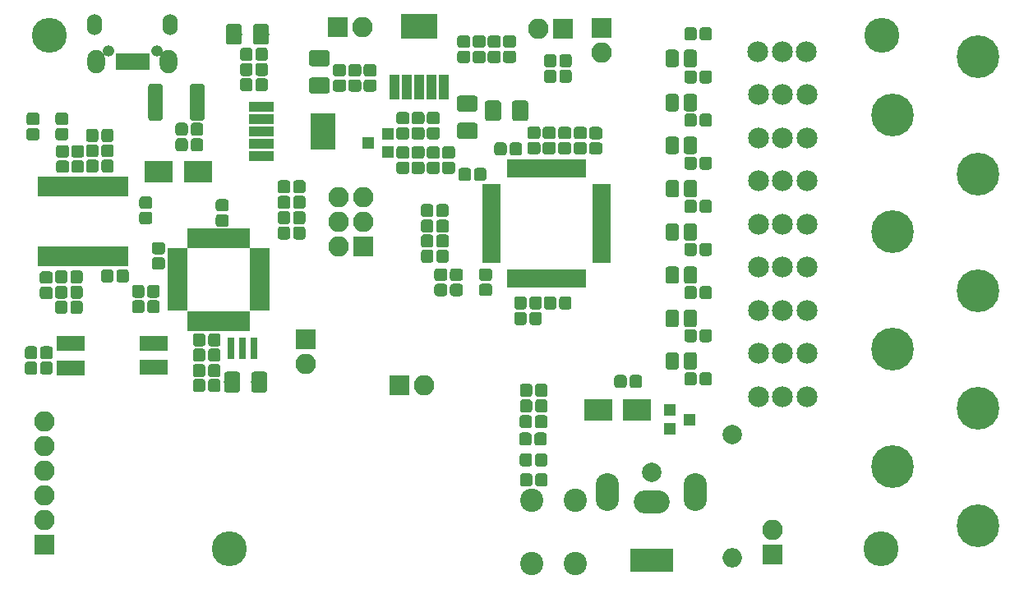
<source format=gbr>
G04 #@! TF.GenerationSoftware,KiCad,Pcbnew,(5.0.0)*
G04 #@! TF.CreationDate,2019-12-28T14:37:16+11:00*
G04 #@! TF.ProjectId,DAQ Board,44415120426F6172642E6B696361645F,rev?*
G04 #@! TF.SameCoordinates,Original*
G04 #@! TF.FileFunction,Soldermask,Top*
G04 #@! TF.FilePolarity,Negative*
%FSLAX46Y46*%
G04 Gerber Fmt 4.6, Leading zero omitted, Abs format (unit mm)*
G04 Created by KiCad (PCBNEW (5.0.0)) date 12/28/19 14:37:16*
%MOMM*%
%LPD*%
G01*
G04 APERTURE LIST*
%ADD10C,2.150000*%
%ADD11C,4.400000*%
%ADD12C,0.100000*%
%ADD13C,1.275000*%
%ADD14O,2.100000X2.100000*%
%ADD15R,2.100000X2.100000*%
%ADD16R,2.600000X1.000000*%
%ADD17R,2.550000X3.850000*%
%ADD18R,1.000000X2.600000*%
%ADD19R,3.850000X2.550000*%
%ADD20C,3.600000*%
%ADD21C,2.400000*%
%ADD22R,2.840000X1.530000*%
%ADD23R,1.900000X0.700000*%
%ADD24R,0.700000X1.900000*%
%ADD25C,1.375000*%
%ADD26C,1.650000*%
%ADD27R,2.900000X2.200000*%
%ADD28C,2.000000*%
%ADD29O,2.000000X2.000000*%
%ADD30C,1.525000*%
%ADD31R,0.850000X1.700000*%
%ADD32O,1.850000X2.400000*%
%ADD33O,1.550000X2.200000*%
%ADD34O,1.200000X1.200000*%
%ADD35R,4.400000X2.400000*%
%ADD36O,3.700000X2.400000*%
%ADD37O,2.400000X3.900000*%
%ADD38R,1.300000X1.200000*%
%ADD39R,0.950000X2.000000*%
%ADD40R,2.000000X0.950000*%
%ADD41R,0.850000X2.150000*%
%ADD42R,0.800000X2.300000*%
G04 APERTURE END LIST*
D10*
G04 #@! TO.C,SW10*
X205920428Y-76161482D03*
X208420428Y-76161482D03*
X203420428Y-76161482D03*
G04 #@! TD*
D11*
G04 #@! TO.C,J19*
X226060000Y-72220000D03*
G04 #@! TD*
G04 #@! TO.C,J18*
X217230000Y-78215000D03*
G04 #@! TD*
G04 #@! TO.C,J17*
X226060000Y-84305000D03*
G04 #@! TD*
G04 #@! TO.C,J13*
X217230000Y-90300000D03*
G04 #@! TD*
G04 #@! TO.C,J11*
X226060000Y-96390000D03*
G04 #@! TD*
G04 #@! TO.C,J9*
X217230000Y-102385000D03*
G04 #@! TD*
G04 #@! TO.C,J1*
X226060000Y-120560000D03*
G04 #@! TD*
G04 #@! TO.C,J3*
X217230000Y-114470000D03*
G04 #@! TD*
G04 #@! TO.C,J8*
X226060000Y-108475000D03*
G04 #@! TD*
D12*
G04 #@! TO.C,R27*
G36*
X173522493Y-83696535D02*
X173553435Y-83701125D01*
X173583778Y-83708725D01*
X173613230Y-83719263D01*
X173641508Y-83732638D01*
X173668338Y-83748719D01*
X173693463Y-83767353D01*
X173716640Y-83788360D01*
X173737647Y-83811537D01*
X173756281Y-83836662D01*
X173772362Y-83863492D01*
X173785737Y-83891770D01*
X173796275Y-83921222D01*
X173803875Y-83951565D01*
X173808465Y-83982507D01*
X173810000Y-84013750D01*
X173810000Y-84726250D01*
X173808465Y-84757493D01*
X173803875Y-84788435D01*
X173796275Y-84818778D01*
X173785737Y-84848230D01*
X173772362Y-84876508D01*
X173756281Y-84903338D01*
X173737647Y-84928463D01*
X173716640Y-84951640D01*
X173693463Y-84972647D01*
X173668338Y-84991281D01*
X173641508Y-85007362D01*
X173613230Y-85020737D01*
X173583778Y-85031275D01*
X173553435Y-85038875D01*
X173522493Y-85043465D01*
X173491250Y-85045000D01*
X172853750Y-85045000D01*
X172822507Y-85043465D01*
X172791565Y-85038875D01*
X172761222Y-85031275D01*
X172731770Y-85020737D01*
X172703492Y-85007362D01*
X172676662Y-84991281D01*
X172651537Y-84972647D01*
X172628360Y-84951640D01*
X172607353Y-84928463D01*
X172588719Y-84903338D01*
X172572638Y-84876508D01*
X172559263Y-84848230D01*
X172548725Y-84818778D01*
X172541125Y-84788435D01*
X172536535Y-84757493D01*
X172535000Y-84726250D01*
X172535000Y-84013750D01*
X172536535Y-83982507D01*
X172541125Y-83951565D01*
X172548725Y-83921222D01*
X172559263Y-83891770D01*
X172572638Y-83863492D01*
X172588719Y-83836662D01*
X172607353Y-83811537D01*
X172628360Y-83788360D01*
X172651537Y-83767353D01*
X172676662Y-83748719D01*
X172703492Y-83732638D01*
X172731770Y-83719263D01*
X172761222Y-83708725D01*
X172791565Y-83701125D01*
X172822507Y-83696535D01*
X172853750Y-83695000D01*
X173491250Y-83695000D01*
X173522493Y-83696535D01*
X173522493Y-83696535D01*
G37*
D13*
X173172500Y-84370000D03*
D12*
G36*
X175097493Y-83696535D02*
X175128435Y-83701125D01*
X175158778Y-83708725D01*
X175188230Y-83719263D01*
X175216508Y-83732638D01*
X175243338Y-83748719D01*
X175268463Y-83767353D01*
X175291640Y-83788360D01*
X175312647Y-83811537D01*
X175331281Y-83836662D01*
X175347362Y-83863492D01*
X175360737Y-83891770D01*
X175371275Y-83921222D01*
X175378875Y-83951565D01*
X175383465Y-83982507D01*
X175385000Y-84013750D01*
X175385000Y-84726250D01*
X175383465Y-84757493D01*
X175378875Y-84788435D01*
X175371275Y-84818778D01*
X175360737Y-84848230D01*
X175347362Y-84876508D01*
X175331281Y-84903338D01*
X175312647Y-84928463D01*
X175291640Y-84951640D01*
X175268463Y-84972647D01*
X175243338Y-84991281D01*
X175216508Y-85007362D01*
X175188230Y-85020737D01*
X175158778Y-85031275D01*
X175128435Y-85038875D01*
X175097493Y-85043465D01*
X175066250Y-85045000D01*
X174428750Y-85045000D01*
X174397507Y-85043465D01*
X174366565Y-85038875D01*
X174336222Y-85031275D01*
X174306770Y-85020737D01*
X174278492Y-85007362D01*
X174251662Y-84991281D01*
X174226537Y-84972647D01*
X174203360Y-84951640D01*
X174182353Y-84928463D01*
X174163719Y-84903338D01*
X174147638Y-84876508D01*
X174134263Y-84848230D01*
X174123725Y-84818778D01*
X174116125Y-84788435D01*
X174111535Y-84757493D01*
X174110000Y-84726250D01*
X174110000Y-84013750D01*
X174111535Y-83982507D01*
X174116125Y-83951565D01*
X174123725Y-83921222D01*
X174134263Y-83891770D01*
X174147638Y-83863492D01*
X174163719Y-83836662D01*
X174182353Y-83811537D01*
X174203360Y-83788360D01*
X174226537Y-83767353D01*
X174251662Y-83748719D01*
X174278492Y-83732638D01*
X174306770Y-83719263D01*
X174336222Y-83708725D01*
X174366565Y-83701125D01*
X174397507Y-83696535D01*
X174428750Y-83695000D01*
X175066250Y-83695000D01*
X175097493Y-83696535D01*
X175097493Y-83696535D01*
G37*
D13*
X174747500Y-84370000D03*
G04 #@! TD*
D12*
G04 #@! TO.C,C62*
G36*
X141997493Y-92901535D02*
X142028435Y-92906125D01*
X142058778Y-92913725D01*
X142088230Y-92924263D01*
X142116508Y-92937638D01*
X142143338Y-92953719D01*
X142168463Y-92972353D01*
X142191640Y-92993360D01*
X142212647Y-93016537D01*
X142231281Y-93041662D01*
X142247362Y-93068492D01*
X142260737Y-93096770D01*
X142271275Y-93126222D01*
X142278875Y-93156565D01*
X142283465Y-93187507D01*
X142285000Y-93218750D01*
X142285000Y-93856250D01*
X142283465Y-93887493D01*
X142278875Y-93918435D01*
X142271275Y-93948778D01*
X142260737Y-93978230D01*
X142247362Y-94006508D01*
X142231281Y-94033338D01*
X142212647Y-94058463D01*
X142191640Y-94081640D01*
X142168463Y-94102647D01*
X142143338Y-94121281D01*
X142116508Y-94137362D01*
X142088230Y-94150737D01*
X142058778Y-94161275D01*
X142028435Y-94168875D01*
X141997493Y-94173465D01*
X141966250Y-94175000D01*
X141253750Y-94175000D01*
X141222507Y-94173465D01*
X141191565Y-94168875D01*
X141161222Y-94161275D01*
X141131770Y-94150737D01*
X141103492Y-94137362D01*
X141076662Y-94121281D01*
X141051537Y-94102647D01*
X141028360Y-94081640D01*
X141007353Y-94058463D01*
X140988719Y-94033338D01*
X140972638Y-94006508D01*
X140959263Y-93978230D01*
X140948725Y-93948778D01*
X140941125Y-93918435D01*
X140936535Y-93887493D01*
X140935000Y-93856250D01*
X140935000Y-93218750D01*
X140936535Y-93187507D01*
X140941125Y-93156565D01*
X140948725Y-93126222D01*
X140959263Y-93096770D01*
X140972638Y-93068492D01*
X140988719Y-93041662D01*
X141007353Y-93016537D01*
X141028360Y-92993360D01*
X141051537Y-92972353D01*
X141076662Y-92953719D01*
X141103492Y-92937638D01*
X141131770Y-92924263D01*
X141161222Y-92913725D01*
X141191565Y-92906125D01*
X141222507Y-92901535D01*
X141253750Y-92900000D01*
X141966250Y-92900000D01*
X141997493Y-92901535D01*
X141997493Y-92901535D01*
G37*
D13*
X141610000Y-93537500D03*
D12*
G36*
X141997493Y-91326535D02*
X142028435Y-91331125D01*
X142058778Y-91338725D01*
X142088230Y-91349263D01*
X142116508Y-91362638D01*
X142143338Y-91378719D01*
X142168463Y-91397353D01*
X142191640Y-91418360D01*
X142212647Y-91441537D01*
X142231281Y-91466662D01*
X142247362Y-91493492D01*
X142260737Y-91521770D01*
X142271275Y-91551222D01*
X142278875Y-91581565D01*
X142283465Y-91612507D01*
X142285000Y-91643750D01*
X142285000Y-92281250D01*
X142283465Y-92312493D01*
X142278875Y-92343435D01*
X142271275Y-92373778D01*
X142260737Y-92403230D01*
X142247362Y-92431508D01*
X142231281Y-92458338D01*
X142212647Y-92483463D01*
X142191640Y-92506640D01*
X142168463Y-92527647D01*
X142143338Y-92546281D01*
X142116508Y-92562362D01*
X142088230Y-92575737D01*
X142058778Y-92586275D01*
X142028435Y-92593875D01*
X141997493Y-92598465D01*
X141966250Y-92600000D01*
X141253750Y-92600000D01*
X141222507Y-92598465D01*
X141191565Y-92593875D01*
X141161222Y-92586275D01*
X141131770Y-92575737D01*
X141103492Y-92562362D01*
X141076662Y-92546281D01*
X141051537Y-92527647D01*
X141028360Y-92506640D01*
X141007353Y-92483463D01*
X140988719Y-92458338D01*
X140972638Y-92431508D01*
X140959263Y-92403230D01*
X140948725Y-92373778D01*
X140941125Y-92343435D01*
X140936535Y-92312493D01*
X140935000Y-92281250D01*
X140935000Y-91643750D01*
X140936535Y-91612507D01*
X140941125Y-91581565D01*
X140948725Y-91551222D01*
X140959263Y-91521770D01*
X140972638Y-91493492D01*
X140988719Y-91466662D01*
X141007353Y-91441537D01*
X141028360Y-91418360D01*
X141051537Y-91397353D01*
X141076662Y-91378719D01*
X141103492Y-91362638D01*
X141131770Y-91349263D01*
X141161222Y-91338725D01*
X141191565Y-91331125D01*
X141222507Y-91326535D01*
X141253750Y-91325000D01*
X141966250Y-91325000D01*
X141997493Y-91326535D01*
X141997493Y-91326535D01*
G37*
D13*
X141610000Y-91962500D03*
G04 #@! TD*
D14*
G04 #@! TO.C,J5*
X129830428Y-109841482D03*
X129830428Y-112381482D03*
X129830428Y-114921482D03*
X129830428Y-117461482D03*
X129830428Y-120001482D03*
D15*
X129830428Y-122541482D03*
G04 #@! TD*
G04 #@! TO.C,J12*
X156770428Y-101381482D03*
D14*
X156770428Y-103921482D03*
G04 #@! TD*
G04 #@! TO.C,J7*
X204860428Y-120981482D03*
D15*
X204860428Y-123521482D03*
G04 #@! TD*
G04 #@! TO.C,J16*
X160060428Y-69151482D03*
D14*
X162600428Y-69151482D03*
G04 #@! TD*
G04 #@! TO.C,J15*
X180710428Y-69321482D03*
D15*
X183250428Y-69321482D03*
G04 #@! TD*
G04 #@! TO.C,J14*
X187270428Y-69291482D03*
D14*
X187270428Y-71831482D03*
G04 #@! TD*
D15*
G04 #@! TO.C,J10*
X166460000Y-106130000D03*
D14*
X169000000Y-106130000D03*
G04 #@! TD*
D16*
G04 #@! TO.C,U4*
X152242928Y-77421482D03*
X152242928Y-82501482D03*
X152242928Y-79961482D03*
D17*
X158542928Y-79961482D03*
D16*
X152242928Y-78691482D03*
X152242928Y-81231482D03*
G04 #@! TD*
D18*
G04 #@! TO.C,U2*
X169740428Y-75388982D03*
X167200428Y-75388982D03*
D19*
X168470428Y-69088982D03*
D18*
X168470428Y-75388982D03*
X171010428Y-75388982D03*
X165930428Y-75388982D03*
G04 #@! TD*
D10*
G04 #@! TO.C,SW7*
X205920428Y-89496482D03*
X208420428Y-89496482D03*
X203420428Y-89496482D03*
G04 #@! TD*
G04 #@! TO.C,SW3*
X205920428Y-107276482D03*
X208420428Y-107276482D03*
X203420428Y-107276482D03*
G04 #@! TD*
G04 #@! TO.C,SW4*
X205920428Y-102831482D03*
X208420428Y-102831482D03*
X203420428Y-102831482D03*
G04 #@! TD*
G04 #@! TO.C,SW5*
X205920428Y-98386482D03*
X208420428Y-98386482D03*
X203420428Y-98386482D03*
G04 #@! TD*
G04 #@! TO.C,SW6*
X205920428Y-93941482D03*
X208420428Y-93941482D03*
X203420428Y-93941482D03*
G04 #@! TD*
G04 #@! TO.C,SW8*
X205920428Y-85051482D03*
X208420428Y-85051482D03*
X203420428Y-85051482D03*
G04 #@! TD*
G04 #@! TO.C,SW9*
X205920428Y-80606482D03*
X208420428Y-80606482D03*
X203420428Y-80606482D03*
G04 #@! TD*
G04 #@! TO.C,SW11*
X205864548Y-71716482D03*
X208364548Y-71716482D03*
X203364548Y-71716482D03*
G04 #@! TD*
D20*
G04 #@! TO.C,MH4*
X148910000Y-122961482D03*
G04 #@! TD*
G04 #@! TO.C,MH3*
X130360428Y-70011482D03*
G04 #@! TD*
G04 #@! TO.C,MH2*
X216150000Y-70011482D03*
G04 #@! TD*
G04 #@! TO.C,MH1*
X216080000Y-122961482D03*
G04 #@! TD*
D21*
G04 #@! TO.C,PB1*
X184540000Y-117950000D03*
X180040000Y-117950000D03*
X180040000Y-124450000D03*
X184540000Y-124450000D03*
G04 #@! TD*
D22*
G04 #@! TO.C,SW2*
X132588101Y-101795075D03*
X141158101Y-101795075D03*
X132548101Y-104335075D03*
X141158101Y-104235075D03*
G04 #@! TD*
D12*
G04 #@! TO.C,D6*
G36*
X179760421Y-110968017D02*
X179791363Y-110972607D01*
X179821706Y-110980207D01*
X179851158Y-110990745D01*
X179879436Y-111004120D01*
X179906266Y-111020201D01*
X179931391Y-111038835D01*
X179954568Y-111059842D01*
X179975575Y-111083019D01*
X179994209Y-111108144D01*
X180010290Y-111134974D01*
X180023665Y-111163252D01*
X180034203Y-111192704D01*
X180041803Y-111223047D01*
X180046393Y-111253989D01*
X180047928Y-111285232D01*
X180047928Y-111997732D01*
X180046393Y-112028975D01*
X180041803Y-112059917D01*
X180034203Y-112090260D01*
X180023665Y-112119712D01*
X180010290Y-112147990D01*
X179994209Y-112174820D01*
X179975575Y-112199945D01*
X179954568Y-112223122D01*
X179931391Y-112244129D01*
X179906266Y-112262763D01*
X179879436Y-112278844D01*
X179851158Y-112292219D01*
X179821706Y-112302757D01*
X179791363Y-112310357D01*
X179760421Y-112314947D01*
X179729178Y-112316482D01*
X179091678Y-112316482D01*
X179060435Y-112314947D01*
X179029493Y-112310357D01*
X178999150Y-112302757D01*
X178969698Y-112292219D01*
X178941420Y-112278844D01*
X178914590Y-112262763D01*
X178889465Y-112244129D01*
X178866288Y-112223122D01*
X178845281Y-112199945D01*
X178826647Y-112174820D01*
X178810566Y-112147990D01*
X178797191Y-112119712D01*
X178786653Y-112090260D01*
X178779053Y-112059917D01*
X178774463Y-112028975D01*
X178772928Y-111997732D01*
X178772928Y-111285232D01*
X178774463Y-111253989D01*
X178779053Y-111223047D01*
X178786653Y-111192704D01*
X178797191Y-111163252D01*
X178810566Y-111134974D01*
X178826647Y-111108144D01*
X178845281Y-111083019D01*
X178866288Y-111059842D01*
X178889465Y-111038835D01*
X178914590Y-111020201D01*
X178941420Y-111004120D01*
X178969698Y-110990745D01*
X178999150Y-110980207D01*
X179029493Y-110972607D01*
X179060435Y-110968017D01*
X179091678Y-110966482D01*
X179729178Y-110966482D01*
X179760421Y-110968017D01*
X179760421Y-110968017D01*
G37*
D13*
X179410428Y-111641482D03*
D12*
G36*
X181335421Y-110968017D02*
X181366363Y-110972607D01*
X181396706Y-110980207D01*
X181426158Y-110990745D01*
X181454436Y-111004120D01*
X181481266Y-111020201D01*
X181506391Y-111038835D01*
X181529568Y-111059842D01*
X181550575Y-111083019D01*
X181569209Y-111108144D01*
X181585290Y-111134974D01*
X181598665Y-111163252D01*
X181609203Y-111192704D01*
X181616803Y-111223047D01*
X181621393Y-111253989D01*
X181622928Y-111285232D01*
X181622928Y-111997732D01*
X181621393Y-112028975D01*
X181616803Y-112059917D01*
X181609203Y-112090260D01*
X181598665Y-112119712D01*
X181585290Y-112147990D01*
X181569209Y-112174820D01*
X181550575Y-112199945D01*
X181529568Y-112223122D01*
X181506391Y-112244129D01*
X181481266Y-112262763D01*
X181454436Y-112278844D01*
X181426158Y-112292219D01*
X181396706Y-112302757D01*
X181366363Y-112310357D01*
X181335421Y-112314947D01*
X181304178Y-112316482D01*
X180666678Y-112316482D01*
X180635435Y-112314947D01*
X180604493Y-112310357D01*
X180574150Y-112302757D01*
X180544698Y-112292219D01*
X180516420Y-112278844D01*
X180489590Y-112262763D01*
X180464465Y-112244129D01*
X180441288Y-112223122D01*
X180420281Y-112199945D01*
X180401647Y-112174820D01*
X180385566Y-112147990D01*
X180372191Y-112119712D01*
X180361653Y-112090260D01*
X180354053Y-112059917D01*
X180349463Y-112028975D01*
X180347928Y-111997732D01*
X180347928Y-111285232D01*
X180349463Y-111253989D01*
X180354053Y-111223047D01*
X180361653Y-111192704D01*
X180372191Y-111163252D01*
X180385566Y-111134974D01*
X180401647Y-111108144D01*
X180420281Y-111083019D01*
X180441288Y-111059842D01*
X180464465Y-111038835D01*
X180489590Y-111020201D01*
X180516420Y-111004120D01*
X180544698Y-110990745D01*
X180574150Y-110980207D01*
X180604493Y-110972607D01*
X180635435Y-110968017D01*
X180666678Y-110966482D01*
X181304178Y-110966482D01*
X181335421Y-110968017D01*
X181335421Y-110968017D01*
G37*
D13*
X180985428Y-111641482D03*
G04 #@! TD*
D23*
G04 #@! TO.C,ADC1*
X187252928Y-93173482D03*
X187252928Y-92673482D03*
X187252928Y-92173482D03*
X187252928Y-91673482D03*
X187252928Y-91173482D03*
X187252928Y-90673482D03*
X187252928Y-90173482D03*
X187252928Y-89673482D03*
X187252928Y-89173482D03*
X187252928Y-88673482D03*
X187252928Y-88173482D03*
X187252928Y-87673482D03*
X187252928Y-87173482D03*
X187252928Y-86673482D03*
X187252928Y-86173482D03*
X187252928Y-85673482D03*
D24*
X185352928Y-83773482D03*
X184852928Y-83773482D03*
X184352928Y-83773482D03*
X183852928Y-83773482D03*
X183352928Y-83773482D03*
X182852928Y-83773482D03*
X182352928Y-83773482D03*
X181852928Y-83773482D03*
X181352928Y-83773482D03*
X180852928Y-83773482D03*
X180352928Y-83773482D03*
X179852928Y-83773482D03*
X179352928Y-83773482D03*
X178852928Y-83773482D03*
X178352928Y-83773482D03*
X177852928Y-83773482D03*
D23*
X175952928Y-85673482D03*
X175952928Y-86173482D03*
X175952928Y-86673482D03*
X175952928Y-87173482D03*
X175952928Y-87673482D03*
X175952928Y-88173482D03*
X175952928Y-88673482D03*
X175952928Y-89173482D03*
X175952928Y-89673482D03*
X175952928Y-90173482D03*
X175952928Y-90673482D03*
X175952928Y-91173482D03*
X175952928Y-91673482D03*
X175952928Y-92173482D03*
X175952928Y-92673482D03*
X175952928Y-93173482D03*
D24*
X177852928Y-95073482D03*
X178352928Y-95073482D03*
X178852928Y-95073482D03*
X179352928Y-95073482D03*
X179852928Y-95073482D03*
X180352928Y-95073482D03*
X180852928Y-95073482D03*
X181352928Y-95073482D03*
X181852928Y-95073482D03*
X182352928Y-95073482D03*
X182852928Y-95073482D03*
X183352928Y-95073482D03*
X183852928Y-95073482D03*
X184352928Y-95073482D03*
X184852928Y-95073482D03*
X185352928Y-95073482D03*
G04 #@! TD*
D12*
G04 #@! TO.C,C1*
G36*
X194930711Y-102689177D02*
X194964080Y-102694127D01*
X194996803Y-102702324D01*
X195028565Y-102713688D01*
X195059061Y-102728112D01*
X195087995Y-102745454D01*
X195115091Y-102765550D01*
X195140086Y-102788204D01*
X195162740Y-102813199D01*
X195182836Y-102840295D01*
X195200178Y-102869229D01*
X195214602Y-102899725D01*
X195225966Y-102931487D01*
X195234163Y-102964210D01*
X195239113Y-102997579D01*
X195240768Y-103031272D01*
X195240768Y-104143772D01*
X195239113Y-104177465D01*
X195234163Y-104210834D01*
X195225966Y-104243557D01*
X195214602Y-104275319D01*
X195200178Y-104305815D01*
X195182836Y-104334749D01*
X195162740Y-104361845D01*
X195140086Y-104386840D01*
X195115091Y-104409494D01*
X195087995Y-104429590D01*
X195059061Y-104446932D01*
X195028565Y-104461356D01*
X194996803Y-104472720D01*
X194964080Y-104480917D01*
X194930711Y-104485867D01*
X194897018Y-104487522D01*
X194209518Y-104487522D01*
X194175825Y-104485867D01*
X194142456Y-104480917D01*
X194109733Y-104472720D01*
X194077971Y-104461356D01*
X194047475Y-104446932D01*
X194018541Y-104429590D01*
X193991445Y-104409494D01*
X193966450Y-104386840D01*
X193943796Y-104361845D01*
X193923700Y-104334749D01*
X193906358Y-104305815D01*
X193891934Y-104275319D01*
X193880570Y-104243557D01*
X193872373Y-104210834D01*
X193867423Y-104177465D01*
X193865768Y-104143772D01*
X193865768Y-103031272D01*
X193867423Y-102997579D01*
X193872373Y-102964210D01*
X193880570Y-102931487D01*
X193891934Y-102899725D01*
X193906358Y-102869229D01*
X193923700Y-102840295D01*
X193943796Y-102813199D01*
X193966450Y-102788204D01*
X193991445Y-102765550D01*
X194018541Y-102745454D01*
X194047475Y-102728112D01*
X194077971Y-102713688D01*
X194109733Y-102702324D01*
X194142456Y-102694127D01*
X194175825Y-102689177D01*
X194209518Y-102687522D01*
X194897018Y-102687522D01*
X194930711Y-102689177D01*
X194930711Y-102689177D01*
G37*
D25*
X194553268Y-103587522D03*
D12*
G36*
X196805711Y-102689177D02*
X196839080Y-102694127D01*
X196871803Y-102702324D01*
X196903565Y-102713688D01*
X196934061Y-102728112D01*
X196962995Y-102745454D01*
X196990091Y-102765550D01*
X197015086Y-102788204D01*
X197037740Y-102813199D01*
X197057836Y-102840295D01*
X197075178Y-102869229D01*
X197089602Y-102899725D01*
X197100966Y-102931487D01*
X197109163Y-102964210D01*
X197114113Y-102997579D01*
X197115768Y-103031272D01*
X197115768Y-104143772D01*
X197114113Y-104177465D01*
X197109163Y-104210834D01*
X197100966Y-104243557D01*
X197089602Y-104275319D01*
X197075178Y-104305815D01*
X197057836Y-104334749D01*
X197037740Y-104361845D01*
X197015086Y-104386840D01*
X196990091Y-104409494D01*
X196962995Y-104429590D01*
X196934061Y-104446932D01*
X196903565Y-104461356D01*
X196871803Y-104472720D01*
X196839080Y-104480917D01*
X196805711Y-104485867D01*
X196772018Y-104487522D01*
X196084518Y-104487522D01*
X196050825Y-104485867D01*
X196017456Y-104480917D01*
X195984733Y-104472720D01*
X195952971Y-104461356D01*
X195922475Y-104446932D01*
X195893541Y-104429590D01*
X195866445Y-104409494D01*
X195841450Y-104386840D01*
X195818796Y-104361845D01*
X195798700Y-104334749D01*
X195781358Y-104305815D01*
X195766934Y-104275319D01*
X195755570Y-104243557D01*
X195747373Y-104210834D01*
X195742423Y-104177465D01*
X195740768Y-104143772D01*
X195740768Y-103031272D01*
X195742423Y-102997579D01*
X195747373Y-102964210D01*
X195755570Y-102931487D01*
X195766934Y-102899725D01*
X195781358Y-102869229D01*
X195798700Y-102840295D01*
X195818796Y-102813199D01*
X195841450Y-102788204D01*
X195866445Y-102765550D01*
X195893541Y-102745454D01*
X195922475Y-102728112D01*
X195952971Y-102713688D01*
X195984733Y-102702324D01*
X196017456Y-102694127D01*
X196050825Y-102689177D01*
X196084518Y-102687522D01*
X196772018Y-102687522D01*
X196805711Y-102689177D01*
X196805711Y-102689177D01*
G37*
D25*
X196428268Y-103587522D03*
G04 #@! TD*
D12*
G04 #@! TO.C,C2*
G36*
X194917771Y-98307677D02*
X194951140Y-98312627D01*
X194983863Y-98320824D01*
X195015625Y-98332188D01*
X195046121Y-98346612D01*
X195075055Y-98363954D01*
X195102151Y-98384050D01*
X195127146Y-98406704D01*
X195149800Y-98431699D01*
X195169896Y-98458795D01*
X195187238Y-98487729D01*
X195201662Y-98518225D01*
X195213026Y-98549987D01*
X195221223Y-98582710D01*
X195226173Y-98616079D01*
X195227828Y-98649772D01*
X195227828Y-99762272D01*
X195226173Y-99795965D01*
X195221223Y-99829334D01*
X195213026Y-99862057D01*
X195201662Y-99893819D01*
X195187238Y-99924315D01*
X195169896Y-99953249D01*
X195149800Y-99980345D01*
X195127146Y-100005340D01*
X195102151Y-100027994D01*
X195075055Y-100048090D01*
X195046121Y-100065432D01*
X195015625Y-100079856D01*
X194983863Y-100091220D01*
X194951140Y-100099417D01*
X194917771Y-100104367D01*
X194884078Y-100106022D01*
X194196578Y-100106022D01*
X194162885Y-100104367D01*
X194129516Y-100099417D01*
X194096793Y-100091220D01*
X194065031Y-100079856D01*
X194034535Y-100065432D01*
X194005601Y-100048090D01*
X193978505Y-100027994D01*
X193953510Y-100005340D01*
X193930856Y-99980345D01*
X193910760Y-99953249D01*
X193893418Y-99924315D01*
X193878994Y-99893819D01*
X193867630Y-99862057D01*
X193859433Y-99829334D01*
X193854483Y-99795965D01*
X193852828Y-99762272D01*
X193852828Y-98649772D01*
X193854483Y-98616079D01*
X193859433Y-98582710D01*
X193867630Y-98549987D01*
X193878994Y-98518225D01*
X193893418Y-98487729D01*
X193910760Y-98458795D01*
X193930856Y-98431699D01*
X193953510Y-98406704D01*
X193978505Y-98384050D01*
X194005601Y-98363954D01*
X194034535Y-98346612D01*
X194065031Y-98332188D01*
X194096793Y-98320824D01*
X194129516Y-98312627D01*
X194162885Y-98307677D01*
X194196578Y-98306022D01*
X194884078Y-98306022D01*
X194917771Y-98307677D01*
X194917771Y-98307677D01*
G37*
D25*
X194540328Y-99206022D03*
D12*
G36*
X196792771Y-98307677D02*
X196826140Y-98312627D01*
X196858863Y-98320824D01*
X196890625Y-98332188D01*
X196921121Y-98346612D01*
X196950055Y-98363954D01*
X196977151Y-98384050D01*
X197002146Y-98406704D01*
X197024800Y-98431699D01*
X197044896Y-98458795D01*
X197062238Y-98487729D01*
X197076662Y-98518225D01*
X197088026Y-98549987D01*
X197096223Y-98582710D01*
X197101173Y-98616079D01*
X197102828Y-98649772D01*
X197102828Y-99762272D01*
X197101173Y-99795965D01*
X197096223Y-99829334D01*
X197088026Y-99862057D01*
X197076662Y-99893819D01*
X197062238Y-99924315D01*
X197044896Y-99953249D01*
X197024800Y-99980345D01*
X197002146Y-100005340D01*
X196977151Y-100027994D01*
X196950055Y-100048090D01*
X196921121Y-100065432D01*
X196890625Y-100079856D01*
X196858863Y-100091220D01*
X196826140Y-100099417D01*
X196792771Y-100104367D01*
X196759078Y-100106022D01*
X196071578Y-100106022D01*
X196037885Y-100104367D01*
X196004516Y-100099417D01*
X195971793Y-100091220D01*
X195940031Y-100079856D01*
X195909535Y-100065432D01*
X195880601Y-100048090D01*
X195853505Y-100027994D01*
X195828510Y-100005340D01*
X195805856Y-99980345D01*
X195785760Y-99953249D01*
X195768418Y-99924315D01*
X195753994Y-99893819D01*
X195742630Y-99862057D01*
X195734433Y-99829334D01*
X195729483Y-99795965D01*
X195727828Y-99762272D01*
X195727828Y-98649772D01*
X195729483Y-98616079D01*
X195734433Y-98582710D01*
X195742630Y-98549987D01*
X195753994Y-98518225D01*
X195768418Y-98487729D01*
X195785760Y-98458795D01*
X195805856Y-98431699D01*
X195828510Y-98406704D01*
X195853505Y-98384050D01*
X195880601Y-98363954D01*
X195909535Y-98346612D01*
X195940031Y-98332188D01*
X195971793Y-98320824D01*
X196004516Y-98312627D01*
X196037885Y-98307677D01*
X196071578Y-98306022D01*
X196759078Y-98306022D01*
X196792771Y-98307677D01*
X196792771Y-98307677D01*
G37*
D25*
X196415328Y-99206022D03*
G04 #@! TD*
D12*
G04 #@! TO.C,C3*
G36*
X196803171Y-93842357D02*
X196836540Y-93847307D01*
X196869263Y-93855504D01*
X196901025Y-93866868D01*
X196931521Y-93881292D01*
X196960455Y-93898634D01*
X196987551Y-93918730D01*
X197012546Y-93941384D01*
X197035200Y-93966379D01*
X197055296Y-93993475D01*
X197072638Y-94022409D01*
X197087062Y-94052905D01*
X197098426Y-94084667D01*
X197106623Y-94117390D01*
X197111573Y-94150759D01*
X197113228Y-94184452D01*
X197113228Y-95296952D01*
X197111573Y-95330645D01*
X197106623Y-95364014D01*
X197098426Y-95396737D01*
X197087062Y-95428499D01*
X197072638Y-95458995D01*
X197055296Y-95487929D01*
X197035200Y-95515025D01*
X197012546Y-95540020D01*
X196987551Y-95562674D01*
X196960455Y-95582770D01*
X196931521Y-95600112D01*
X196901025Y-95614536D01*
X196869263Y-95625900D01*
X196836540Y-95634097D01*
X196803171Y-95639047D01*
X196769478Y-95640702D01*
X196081978Y-95640702D01*
X196048285Y-95639047D01*
X196014916Y-95634097D01*
X195982193Y-95625900D01*
X195950431Y-95614536D01*
X195919935Y-95600112D01*
X195891001Y-95582770D01*
X195863905Y-95562674D01*
X195838910Y-95540020D01*
X195816256Y-95515025D01*
X195796160Y-95487929D01*
X195778818Y-95458995D01*
X195764394Y-95428499D01*
X195753030Y-95396737D01*
X195744833Y-95364014D01*
X195739883Y-95330645D01*
X195738228Y-95296952D01*
X195738228Y-94184452D01*
X195739883Y-94150759D01*
X195744833Y-94117390D01*
X195753030Y-94084667D01*
X195764394Y-94052905D01*
X195778818Y-94022409D01*
X195796160Y-93993475D01*
X195816256Y-93966379D01*
X195838910Y-93941384D01*
X195863905Y-93918730D01*
X195891001Y-93898634D01*
X195919935Y-93881292D01*
X195950431Y-93866868D01*
X195982193Y-93855504D01*
X196014916Y-93847307D01*
X196048285Y-93842357D01*
X196081978Y-93840702D01*
X196769478Y-93840702D01*
X196803171Y-93842357D01*
X196803171Y-93842357D01*
G37*
D25*
X196425728Y-94740702D03*
D12*
G36*
X194928171Y-93842357D02*
X194961540Y-93847307D01*
X194994263Y-93855504D01*
X195026025Y-93866868D01*
X195056521Y-93881292D01*
X195085455Y-93898634D01*
X195112551Y-93918730D01*
X195137546Y-93941384D01*
X195160200Y-93966379D01*
X195180296Y-93993475D01*
X195197638Y-94022409D01*
X195212062Y-94052905D01*
X195223426Y-94084667D01*
X195231623Y-94117390D01*
X195236573Y-94150759D01*
X195238228Y-94184452D01*
X195238228Y-95296952D01*
X195236573Y-95330645D01*
X195231623Y-95364014D01*
X195223426Y-95396737D01*
X195212062Y-95428499D01*
X195197638Y-95458995D01*
X195180296Y-95487929D01*
X195160200Y-95515025D01*
X195137546Y-95540020D01*
X195112551Y-95562674D01*
X195085455Y-95582770D01*
X195056521Y-95600112D01*
X195026025Y-95614536D01*
X194994263Y-95625900D01*
X194961540Y-95634097D01*
X194928171Y-95639047D01*
X194894478Y-95640702D01*
X194206978Y-95640702D01*
X194173285Y-95639047D01*
X194139916Y-95634097D01*
X194107193Y-95625900D01*
X194075431Y-95614536D01*
X194044935Y-95600112D01*
X194016001Y-95582770D01*
X193988905Y-95562674D01*
X193963910Y-95540020D01*
X193941256Y-95515025D01*
X193921160Y-95487929D01*
X193903818Y-95458995D01*
X193889394Y-95428499D01*
X193878030Y-95396737D01*
X193869833Y-95364014D01*
X193864883Y-95330645D01*
X193863228Y-95296952D01*
X193863228Y-94184452D01*
X193864883Y-94150759D01*
X193869833Y-94117390D01*
X193878030Y-94084667D01*
X193889394Y-94052905D01*
X193903818Y-94022409D01*
X193921160Y-93993475D01*
X193941256Y-93966379D01*
X193963910Y-93941384D01*
X193988905Y-93918730D01*
X194016001Y-93898634D01*
X194044935Y-93881292D01*
X194075431Y-93866868D01*
X194107193Y-93855504D01*
X194139916Y-93847307D01*
X194173285Y-93842357D01*
X194206978Y-93840702D01*
X194894478Y-93840702D01*
X194928171Y-93842357D01*
X194928171Y-93842357D01*
G37*
D25*
X194550728Y-94740702D03*
G04 #@! TD*
D12*
G04 #@! TO.C,C4*
G36*
X196803171Y-89397357D02*
X196836540Y-89402307D01*
X196869263Y-89410504D01*
X196901025Y-89421868D01*
X196931521Y-89436292D01*
X196960455Y-89453634D01*
X196987551Y-89473730D01*
X197012546Y-89496384D01*
X197035200Y-89521379D01*
X197055296Y-89548475D01*
X197072638Y-89577409D01*
X197087062Y-89607905D01*
X197098426Y-89639667D01*
X197106623Y-89672390D01*
X197111573Y-89705759D01*
X197113228Y-89739452D01*
X197113228Y-90851952D01*
X197111573Y-90885645D01*
X197106623Y-90919014D01*
X197098426Y-90951737D01*
X197087062Y-90983499D01*
X197072638Y-91013995D01*
X197055296Y-91042929D01*
X197035200Y-91070025D01*
X197012546Y-91095020D01*
X196987551Y-91117674D01*
X196960455Y-91137770D01*
X196931521Y-91155112D01*
X196901025Y-91169536D01*
X196869263Y-91180900D01*
X196836540Y-91189097D01*
X196803171Y-91194047D01*
X196769478Y-91195702D01*
X196081978Y-91195702D01*
X196048285Y-91194047D01*
X196014916Y-91189097D01*
X195982193Y-91180900D01*
X195950431Y-91169536D01*
X195919935Y-91155112D01*
X195891001Y-91137770D01*
X195863905Y-91117674D01*
X195838910Y-91095020D01*
X195816256Y-91070025D01*
X195796160Y-91042929D01*
X195778818Y-91013995D01*
X195764394Y-90983499D01*
X195753030Y-90951737D01*
X195744833Y-90919014D01*
X195739883Y-90885645D01*
X195738228Y-90851952D01*
X195738228Y-89739452D01*
X195739883Y-89705759D01*
X195744833Y-89672390D01*
X195753030Y-89639667D01*
X195764394Y-89607905D01*
X195778818Y-89577409D01*
X195796160Y-89548475D01*
X195816256Y-89521379D01*
X195838910Y-89496384D01*
X195863905Y-89473730D01*
X195891001Y-89453634D01*
X195919935Y-89436292D01*
X195950431Y-89421868D01*
X195982193Y-89410504D01*
X196014916Y-89402307D01*
X196048285Y-89397357D01*
X196081978Y-89395702D01*
X196769478Y-89395702D01*
X196803171Y-89397357D01*
X196803171Y-89397357D01*
G37*
D25*
X196425728Y-90295702D03*
D12*
G36*
X194928171Y-89397357D02*
X194961540Y-89402307D01*
X194994263Y-89410504D01*
X195026025Y-89421868D01*
X195056521Y-89436292D01*
X195085455Y-89453634D01*
X195112551Y-89473730D01*
X195137546Y-89496384D01*
X195160200Y-89521379D01*
X195180296Y-89548475D01*
X195197638Y-89577409D01*
X195212062Y-89607905D01*
X195223426Y-89639667D01*
X195231623Y-89672390D01*
X195236573Y-89705759D01*
X195238228Y-89739452D01*
X195238228Y-90851952D01*
X195236573Y-90885645D01*
X195231623Y-90919014D01*
X195223426Y-90951737D01*
X195212062Y-90983499D01*
X195197638Y-91013995D01*
X195180296Y-91042929D01*
X195160200Y-91070025D01*
X195137546Y-91095020D01*
X195112551Y-91117674D01*
X195085455Y-91137770D01*
X195056521Y-91155112D01*
X195026025Y-91169536D01*
X194994263Y-91180900D01*
X194961540Y-91189097D01*
X194928171Y-91194047D01*
X194894478Y-91195702D01*
X194206978Y-91195702D01*
X194173285Y-91194047D01*
X194139916Y-91189097D01*
X194107193Y-91180900D01*
X194075431Y-91169536D01*
X194044935Y-91155112D01*
X194016001Y-91137770D01*
X193988905Y-91117674D01*
X193963910Y-91095020D01*
X193941256Y-91070025D01*
X193921160Y-91042929D01*
X193903818Y-91013995D01*
X193889394Y-90983499D01*
X193878030Y-90951737D01*
X193869833Y-90919014D01*
X193864883Y-90885645D01*
X193863228Y-90851952D01*
X193863228Y-89739452D01*
X193864883Y-89705759D01*
X193869833Y-89672390D01*
X193878030Y-89639667D01*
X193889394Y-89607905D01*
X193903818Y-89577409D01*
X193921160Y-89548475D01*
X193941256Y-89521379D01*
X193963910Y-89496384D01*
X193988905Y-89473730D01*
X194016001Y-89453634D01*
X194044935Y-89436292D01*
X194075431Y-89421868D01*
X194107193Y-89410504D01*
X194139916Y-89402307D01*
X194173285Y-89397357D01*
X194206978Y-89395702D01*
X194894478Y-89395702D01*
X194928171Y-89397357D01*
X194928171Y-89397357D01*
G37*
D25*
X194550728Y-90295702D03*
G04 #@! TD*
D12*
G04 #@! TO.C,C5*
G36*
X194938331Y-84944737D02*
X194971700Y-84949687D01*
X195004423Y-84957884D01*
X195036185Y-84969248D01*
X195066681Y-84983672D01*
X195095615Y-85001014D01*
X195122711Y-85021110D01*
X195147706Y-85043764D01*
X195170360Y-85068759D01*
X195190456Y-85095855D01*
X195207798Y-85124789D01*
X195222222Y-85155285D01*
X195233586Y-85187047D01*
X195241783Y-85219770D01*
X195246733Y-85253139D01*
X195248388Y-85286832D01*
X195248388Y-86399332D01*
X195246733Y-86433025D01*
X195241783Y-86466394D01*
X195233586Y-86499117D01*
X195222222Y-86530879D01*
X195207798Y-86561375D01*
X195190456Y-86590309D01*
X195170360Y-86617405D01*
X195147706Y-86642400D01*
X195122711Y-86665054D01*
X195095615Y-86685150D01*
X195066681Y-86702492D01*
X195036185Y-86716916D01*
X195004423Y-86728280D01*
X194971700Y-86736477D01*
X194938331Y-86741427D01*
X194904638Y-86743082D01*
X194217138Y-86743082D01*
X194183445Y-86741427D01*
X194150076Y-86736477D01*
X194117353Y-86728280D01*
X194085591Y-86716916D01*
X194055095Y-86702492D01*
X194026161Y-86685150D01*
X193999065Y-86665054D01*
X193974070Y-86642400D01*
X193951416Y-86617405D01*
X193931320Y-86590309D01*
X193913978Y-86561375D01*
X193899554Y-86530879D01*
X193888190Y-86499117D01*
X193879993Y-86466394D01*
X193875043Y-86433025D01*
X193873388Y-86399332D01*
X193873388Y-85286832D01*
X193875043Y-85253139D01*
X193879993Y-85219770D01*
X193888190Y-85187047D01*
X193899554Y-85155285D01*
X193913978Y-85124789D01*
X193931320Y-85095855D01*
X193951416Y-85068759D01*
X193974070Y-85043764D01*
X193999065Y-85021110D01*
X194026161Y-85001014D01*
X194055095Y-84983672D01*
X194085591Y-84969248D01*
X194117353Y-84957884D01*
X194150076Y-84949687D01*
X194183445Y-84944737D01*
X194217138Y-84943082D01*
X194904638Y-84943082D01*
X194938331Y-84944737D01*
X194938331Y-84944737D01*
G37*
D25*
X194560888Y-85843082D03*
D12*
G36*
X196813331Y-84944737D02*
X196846700Y-84949687D01*
X196879423Y-84957884D01*
X196911185Y-84969248D01*
X196941681Y-84983672D01*
X196970615Y-85001014D01*
X196997711Y-85021110D01*
X197022706Y-85043764D01*
X197045360Y-85068759D01*
X197065456Y-85095855D01*
X197082798Y-85124789D01*
X197097222Y-85155285D01*
X197108586Y-85187047D01*
X197116783Y-85219770D01*
X197121733Y-85253139D01*
X197123388Y-85286832D01*
X197123388Y-86399332D01*
X197121733Y-86433025D01*
X197116783Y-86466394D01*
X197108586Y-86499117D01*
X197097222Y-86530879D01*
X197082798Y-86561375D01*
X197065456Y-86590309D01*
X197045360Y-86617405D01*
X197022706Y-86642400D01*
X196997711Y-86665054D01*
X196970615Y-86685150D01*
X196941681Y-86702492D01*
X196911185Y-86716916D01*
X196879423Y-86728280D01*
X196846700Y-86736477D01*
X196813331Y-86741427D01*
X196779638Y-86743082D01*
X196092138Y-86743082D01*
X196058445Y-86741427D01*
X196025076Y-86736477D01*
X195992353Y-86728280D01*
X195960591Y-86716916D01*
X195930095Y-86702492D01*
X195901161Y-86685150D01*
X195874065Y-86665054D01*
X195849070Y-86642400D01*
X195826416Y-86617405D01*
X195806320Y-86590309D01*
X195788978Y-86561375D01*
X195774554Y-86530879D01*
X195763190Y-86499117D01*
X195754993Y-86466394D01*
X195750043Y-86433025D01*
X195748388Y-86399332D01*
X195748388Y-85286832D01*
X195750043Y-85253139D01*
X195754993Y-85219770D01*
X195763190Y-85187047D01*
X195774554Y-85155285D01*
X195788978Y-85124789D01*
X195806320Y-85095855D01*
X195826416Y-85068759D01*
X195849070Y-85043764D01*
X195874065Y-85021110D01*
X195901161Y-85001014D01*
X195930095Y-84983672D01*
X195960591Y-84969248D01*
X195992353Y-84957884D01*
X196025076Y-84949687D01*
X196058445Y-84944737D01*
X196092138Y-84943082D01*
X196779638Y-84943082D01*
X196813331Y-84944737D01*
X196813331Y-84944737D01*
G37*
D25*
X196435888Y-85843082D03*
G04 #@! TD*
D12*
G04 #@! TO.C,C6*
G36*
X196790711Y-80471797D02*
X196824080Y-80476747D01*
X196856803Y-80484944D01*
X196888565Y-80496308D01*
X196919061Y-80510732D01*
X196947995Y-80528074D01*
X196975091Y-80548170D01*
X197000086Y-80570824D01*
X197022740Y-80595819D01*
X197042836Y-80622915D01*
X197060178Y-80651849D01*
X197074602Y-80682345D01*
X197085966Y-80714107D01*
X197094163Y-80746830D01*
X197099113Y-80780199D01*
X197100768Y-80813892D01*
X197100768Y-81926392D01*
X197099113Y-81960085D01*
X197094163Y-81993454D01*
X197085966Y-82026177D01*
X197074602Y-82057939D01*
X197060178Y-82088435D01*
X197042836Y-82117369D01*
X197022740Y-82144465D01*
X197000086Y-82169460D01*
X196975091Y-82192114D01*
X196947995Y-82212210D01*
X196919061Y-82229552D01*
X196888565Y-82243976D01*
X196856803Y-82255340D01*
X196824080Y-82263537D01*
X196790711Y-82268487D01*
X196757018Y-82270142D01*
X196069518Y-82270142D01*
X196035825Y-82268487D01*
X196002456Y-82263537D01*
X195969733Y-82255340D01*
X195937971Y-82243976D01*
X195907475Y-82229552D01*
X195878541Y-82212210D01*
X195851445Y-82192114D01*
X195826450Y-82169460D01*
X195803796Y-82144465D01*
X195783700Y-82117369D01*
X195766358Y-82088435D01*
X195751934Y-82057939D01*
X195740570Y-82026177D01*
X195732373Y-81993454D01*
X195727423Y-81960085D01*
X195725768Y-81926392D01*
X195725768Y-80813892D01*
X195727423Y-80780199D01*
X195732373Y-80746830D01*
X195740570Y-80714107D01*
X195751934Y-80682345D01*
X195766358Y-80651849D01*
X195783700Y-80622915D01*
X195803796Y-80595819D01*
X195826450Y-80570824D01*
X195851445Y-80548170D01*
X195878541Y-80528074D01*
X195907475Y-80510732D01*
X195937971Y-80496308D01*
X195969733Y-80484944D01*
X196002456Y-80476747D01*
X196035825Y-80471797D01*
X196069518Y-80470142D01*
X196757018Y-80470142D01*
X196790711Y-80471797D01*
X196790711Y-80471797D01*
G37*
D25*
X196413268Y-81370142D03*
D12*
G36*
X194915711Y-80471797D02*
X194949080Y-80476747D01*
X194981803Y-80484944D01*
X195013565Y-80496308D01*
X195044061Y-80510732D01*
X195072995Y-80528074D01*
X195100091Y-80548170D01*
X195125086Y-80570824D01*
X195147740Y-80595819D01*
X195167836Y-80622915D01*
X195185178Y-80651849D01*
X195199602Y-80682345D01*
X195210966Y-80714107D01*
X195219163Y-80746830D01*
X195224113Y-80780199D01*
X195225768Y-80813892D01*
X195225768Y-81926392D01*
X195224113Y-81960085D01*
X195219163Y-81993454D01*
X195210966Y-82026177D01*
X195199602Y-82057939D01*
X195185178Y-82088435D01*
X195167836Y-82117369D01*
X195147740Y-82144465D01*
X195125086Y-82169460D01*
X195100091Y-82192114D01*
X195072995Y-82212210D01*
X195044061Y-82229552D01*
X195013565Y-82243976D01*
X194981803Y-82255340D01*
X194949080Y-82263537D01*
X194915711Y-82268487D01*
X194882018Y-82270142D01*
X194194518Y-82270142D01*
X194160825Y-82268487D01*
X194127456Y-82263537D01*
X194094733Y-82255340D01*
X194062971Y-82243976D01*
X194032475Y-82229552D01*
X194003541Y-82212210D01*
X193976445Y-82192114D01*
X193951450Y-82169460D01*
X193928796Y-82144465D01*
X193908700Y-82117369D01*
X193891358Y-82088435D01*
X193876934Y-82057939D01*
X193865570Y-82026177D01*
X193857373Y-81993454D01*
X193852423Y-81960085D01*
X193850768Y-81926392D01*
X193850768Y-80813892D01*
X193852423Y-80780199D01*
X193857373Y-80746830D01*
X193865570Y-80714107D01*
X193876934Y-80682345D01*
X193891358Y-80651849D01*
X193908700Y-80622915D01*
X193928796Y-80595819D01*
X193951450Y-80570824D01*
X193976445Y-80548170D01*
X194003541Y-80528074D01*
X194032475Y-80510732D01*
X194062971Y-80496308D01*
X194094733Y-80484944D01*
X194127456Y-80476747D01*
X194160825Y-80471797D01*
X194194518Y-80470142D01*
X194882018Y-80470142D01*
X194915711Y-80471797D01*
X194915711Y-80471797D01*
G37*
D25*
X194538268Y-81370142D03*
G04 #@! TD*
D12*
G04 #@! TO.C,C7*
G36*
X196780311Y-76067437D02*
X196813680Y-76072387D01*
X196846403Y-76080584D01*
X196878165Y-76091948D01*
X196908661Y-76106372D01*
X196937595Y-76123714D01*
X196964691Y-76143810D01*
X196989686Y-76166464D01*
X197012340Y-76191459D01*
X197032436Y-76218555D01*
X197049778Y-76247489D01*
X197064202Y-76277985D01*
X197075566Y-76309747D01*
X197083763Y-76342470D01*
X197088713Y-76375839D01*
X197090368Y-76409532D01*
X197090368Y-77522032D01*
X197088713Y-77555725D01*
X197083763Y-77589094D01*
X197075566Y-77621817D01*
X197064202Y-77653579D01*
X197049778Y-77684075D01*
X197032436Y-77713009D01*
X197012340Y-77740105D01*
X196989686Y-77765100D01*
X196964691Y-77787754D01*
X196937595Y-77807850D01*
X196908661Y-77825192D01*
X196878165Y-77839616D01*
X196846403Y-77850980D01*
X196813680Y-77859177D01*
X196780311Y-77864127D01*
X196746618Y-77865782D01*
X196059118Y-77865782D01*
X196025425Y-77864127D01*
X195992056Y-77859177D01*
X195959333Y-77850980D01*
X195927571Y-77839616D01*
X195897075Y-77825192D01*
X195868141Y-77807850D01*
X195841045Y-77787754D01*
X195816050Y-77765100D01*
X195793396Y-77740105D01*
X195773300Y-77713009D01*
X195755958Y-77684075D01*
X195741534Y-77653579D01*
X195730170Y-77621817D01*
X195721973Y-77589094D01*
X195717023Y-77555725D01*
X195715368Y-77522032D01*
X195715368Y-76409532D01*
X195717023Y-76375839D01*
X195721973Y-76342470D01*
X195730170Y-76309747D01*
X195741534Y-76277985D01*
X195755958Y-76247489D01*
X195773300Y-76218555D01*
X195793396Y-76191459D01*
X195816050Y-76166464D01*
X195841045Y-76143810D01*
X195868141Y-76123714D01*
X195897075Y-76106372D01*
X195927571Y-76091948D01*
X195959333Y-76080584D01*
X195992056Y-76072387D01*
X196025425Y-76067437D01*
X196059118Y-76065782D01*
X196746618Y-76065782D01*
X196780311Y-76067437D01*
X196780311Y-76067437D01*
G37*
D25*
X196402868Y-76965782D03*
D12*
G36*
X194905311Y-76067437D02*
X194938680Y-76072387D01*
X194971403Y-76080584D01*
X195003165Y-76091948D01*
X195033661Y-76106372D01*
X195062595Y-76123714D01*
X195089691Y-76143810D01*
X195114686Y-76166464D01*
X195137340Y-76191459D01*
X195157436Y-76218555D01*
X195174778Y-76247489D01*
X195189202Y-76277985D01*
X195200566Y-76309747D01*
X195208763Y-76342470D01*
X195213713Y-76375839D01*
X195215368Y-76409532D01*
X195215368Y-77522032D01*
X195213713Y-77555725D01*
X195208763Y-77589094D01*
X195200566Y-77621817D01*
X195189202Y-77653579D01*
X195174778Y-77684075D01*
X195157436Y-77713009D01*
X195137340Y-77740105D01*
X195114686Y-77765100D01*
X195089691Y-77787754D01*
X195062595Y-77807850D01*
X195033661Y-77825192D01*
X195003165Y-77839616D01*
X194971403Y-77850980D01*
X194938680Y-77859177D01*
X194905311Y-77864127D01*
X194871618Y-77865782D01*
X194184118Y-77865782D01*
X194150425Y-77864127D01*
X194117056Y-77859177D01*
X194084333Y-77850980D01*
X194052571Y-77839616D01*
X194022075Y-77825192D01*
X193993141Y-77807850D01*
X193966045Y-77787754D01*
X193941050Y-77765100D01*
X193918396Y-77740105D01*
X193898300Y-77713009D01*
X193880958Y-77684075D01*
X193866534Y-77653579D01*
X193855170Y-77621817D01*
X193846973Y-77589094D01*
X193842023Y-77555725D01*
X193840368Y-77522032D01*
X193840368Y-76409532D01*
X193842023Y-76375839D01*
X193846973Y-76342470D01*
X193855170Y-76309747D01*
X193866534Y-76277985D01*
X193880958Y-76247489D01*
X193898300Y-76218555D01*
X193918396Y-76191459D01*
X193941050Y-76166464D01*
X193966045Y-76143810D01*
X193993141Y-76123714D01*
X194022075Y-76106372D01*
X194052571Y-76091948D01*
X194084333Y-76080584D01*
X194117056Y-76072387D01*
X194150425Y-76067437D01*
X194184118Y-76065782D01*
X194871618Y-76065782D01*
X194905311Y-76067437D01*
X194905311Y-76067437D01*
G37*
D25*
X194527868Y-76965782D03*
G04 #@! TD*
D12*
G04 #@! TO.C,C8*
G36*
X194908091Y-71508137D02*
X194941460Y-71513087D01*
X194974183Y-71521284D01*
X195005945Y-71532648D01*
X195036441Y-71547072D01*
X195065375Y-71564414D01*
X195092471Y-71584510D01*
X195117466Y-71607164D01*
X195140120Y-71632159D01*
X195160216Y-71659255D01*
X195177558Y-71688189D01*
X195191982Y-71718685D01*
X195203346Y-71750447D01*
X195211543Y-71783170D01*
X195216493Y-71816539D01*
X195218148Y-71850232D01*
X195218148Y-72962732D01*
X195216493Y-72996425D01*
X195211543Y-73029794D01*
X195203346Y-73062517D01*
X195191982Y-73094279D01*
X195177558Y-73124775D01*
X195160216Y-73153709D01*
X195140120Y-73180805D01*
X195117466Y-73205800D01*
X195092471Y-73228454D01*
X195065375Y-73248550D01*
X195036441Y-73265892D01*
X195005945Y-73280316D01*
X194974183Y-73291680D01*
X194941460Y-73299877D01*
X194908091Y-73304827D01*
X194874398Y-73306482D01*
X194186898Y-73306482D01*
X194153205Y-73304827D01*
X194119836Y-73299877D01*
X194087113Y-73291680D01*
X194055351Y-73280316D01*
X194024855Y-73265892D01*
X193995921Y-73248550D01*
X193968825Y-73228454D01*
X193943830Y-73205800D01*
X193921176Y-73180805D01*
X193901080Y-73153709D01*
X193883738Y-73124775D01*
X193869314Y-73094279D01*
X193857950Y-73062517D01*
X193849753Y-73029794D01*
X193844803Y-72996425D01*
X193843148Y-72962732D01*
X193843148Y-71850232D01*
X193844803Y-71816539D01*
X193849753Y-71783170D01*
X193857950Y-71750447D01*
X193869314Y-71718685D01*
X193883738Y-71688189D01*
X193901080Y-71659255D01*
X193921176Y-71632159D01*
X193943830Y-71607164D01*
X193968825Y-71584510D01*
X193995921Y-71564414D01*
X194024855Y-71547072D01*
X194055351Y-71532648D01*
X194087113Y-71521284D01*
X194119836Y-71513087D01*
X194153205Y-71508137D01*
X194186898Y-71506482D01*
X194874398Y-71506482D01*
X194908091Y-71508137D01*
X194908091Y-71508137D01*
G37*
D25*
X194530648Y-72406482D03*
D12*
G36*
X196783091Y-71508137D02*
X196816460Y-71513087D01*
X196849183Y-71521284D01*
X196880945Y-71532648D01*
X196911441Y-71547072D01*
X196940375Y-71564414D01*
X196967471Y-71584510D01*
X196992466Y-71607164D01*
X197015120Y-71632159D01*
X197035216Y-71659255D01*
X197052558Y-71688189D01*
X197066982Y-71718685D01*
X197078346Y-71750447D01*
X197086543Y-71783170D01*
X197091493Y-71816539D01*
X197093148Y-71850232D01*
X197093148Y-72962732D01*
X197091493Y-72996425D01*
X197086543Y-73029794D01*
X197078346Y-73062517D01*
X197066982Y-73094279D01*
X197052558Y-73124775D01*
X197035216Y-73153709D01*
X197015120Y-73180805D01*
X196992466Y-73205800D01*
X196967471Y-73228454D01*
X196940375Y-73248550D01*
X196911441Y-73265892D01*
X196880945Y-73280316D01*
X196849183Y-73291680D01*
X196816460Y-73299877D01*
X196783091Y-73304827D01*
X196749398Y-73306482D01*
X196061898Y-73306482D01*
X196028205Y-73304827D01*
X195994836Y-73299877D01*
X195962113Y-73291680D01*
X195930351Y-73280316D01*
X195899855Y-73265892D01*
X195870921Y-73248550D01*
X195843825Y-73228454D01*
X195818830Y-73205800D01*
X195796176Y-73180805D01*
X195776080Y-73153709D01*
X195758738Y-73124775D01*
X195744314Y-73094279D01*
X195732950Y-73062517D01*
X195724753Y-73029794D01*
X195719803Y-72996425D01*
X195718148Y-72962732D01*
X195718148Y-71850232D01*
X195719803Y-71816539D01*
X195724753Y-71783170D01*
X195732950Y-71750447D01*
X195744314Y-71718685D01*
X195758738Y-71688189D01*
X195776080Y-71659255D01*
X195796176Y-71632159D01*
X195818830Y-71607164D01*
X195843825Y-71584510D01*
X195870921Y-71564414D01*
X195899855Y-71547072D01*
X195930351Y-71532648D01*
X195962113Y-71521284D01*
X195994836Y-71513087D01*
X196028205Y-71508137D01*
X196061898Y-71506482D01*
X196749398Y-71506482D01*
X196783091Y-71508137D01*
X196783091Y-71508137D01*
G37*
D25*
X196405648Y-72406482D03*
G04 #@! TD*
D12*
G04 #@! TO.C,C9*
G36*
X180677921Y-79428017D02*
X180708863Y-79432607D01*
X180739206Y-79440207D01*
X180768658Y-79450745D01*
X180796936Y-79464120D01*
X180823766Y-79480201D01*
X180848891Y-79498835D01*
X180872068Y-79519842D01*
X180893075Y-79543019D01*
X180911709Y-79568144D01*
X180927790Y-79594974D01*
X180941165Y-79623252D01*
X180951703Y-79652704D01*
X180959303Y-79683047D01*
X180963893Y-79713989D01*
X180965428Y-79745232D01*
X180965428Y-80382732D01*
X180963893Y-80413975D01*
X180959303Y-80444917D01*
X180951703Y-80475260D01*
X180941165Y-80504712D01*
X180927790Y-80532990D01*
X180911709Y-80559820D01*
X180893075Y-80584945D01*
X180872068Y-80608122D01*
X180848891Y-80629129D01*
X180823766Y-80647763D01*
X180796936Y-80663844D01*
X180768658Y-80677219D01*
X180739206Y-80687757D01*
X180708863Y-80695357D01*
X180677921Y-80699947D01*
X180646678Y-80701482D01*
X179934178Y-80701482D01*
X179902935Y-80699947D01*
X179871993Y-80695357D01*
X179841650Y-80687757D01*
X179812198Y-80677219D01*
X179783920Y-80663844D01*
X179757090Y-80647763D01*
X179731965Y-80629129D01*
X179708788Y-80608122D01*
X179687781Y-80584945D01*
X179669147Y-80559820D01*
X179653066Y-80532990D01*
X179639691Y-80504712D01*
X179629153Y-80475260D01*
X179621553Y-80444917D01*
X179616963Y-80413975D01*
X179615428Y-80382732D01*
X179615428Y-79745232D01*
X179616963Y-79713989D01*
X179621553Y-79683047D01*
X179629153Y-79652704D01*
X179639691Y-79623252D01*
X179653066Y-79594974D01*
X179669147Y-79568144D01*
X179687781Y-79543019D01*
X179708788Y-79519842D01*
X179731965Y-79498835D01*
X179757090Y-79480201D01*
X179783920Y-79464120D01*
X179812198Y-79450745D01*
X179841650Y-79440207D01*
X179871993Y-79432607D01*
X179902935Y-79428017D01*
X179934178Y-79426482D01*
X180646678Y-79426482D01*
X180677921Y-79428017D01*
X180677921Y-79428017D01*
G37*
D13*
X180290428Y-80063982D03*
D12*
G36*
X180677921Y-81003017D02*
X180708863Y-81007607D01*
X180739206Y-81015207D01*
X180768658Y-81025745D01*
X180796936Y-81039120D01*
X180823766Y-81055201D01*
X180848891Y-81073835D01*
X180872068Y-81094842D01*
X180893075Y-81118019D01*
X180911709Y-81143144D01*
X180927790Y-81169974D01*
X180941165Y-81198252D01*
X180951703Y-81227704D01*
X180959303Y-81258047D01*
X180963893Y-81288989D01*
X180965428Y-81320232D01*
X180965428Y-81957732D01*
X180963893Y-81988975D01*
X180959303Y-82019917D01*
X180951703Y-82050260D01*
X180941165Y-82079712D01*
X180927790Y-82107990D01*
X180911709Y-82134820D01*
X180893075Y-82159945D01*
X180872068Y-82183122D01*
X180848891Y-82204129D01*
X180823766Y-82222763D01*
X180796936Y-82238844D01*
X180768658Y-82252219D01*
X180739206Y-82262757D01*
X180708863Y-82270357D01*
X180677921Y-82274947D01*
X180646678Y-82276482D01*
X179934178Y-82276482D01*
X179902935Y-82274947D01*
X179871993Y-82270357D01*
X179841650Y-82262757D01*
X179812198Y-82252219D01*
X179783920Y-82238844D01*
X179757090Y-82222763D01*
X179731965Y-82204129D01*
X179708788Y-82183122D01*
X179687781Y-82159945D01*
X179669147Y-82134820D01*
X179653066Y-82107990D01*
X179639691Y-82079712D01*
X179629153Y-82050260D01*
X179621553Y-82019917D01*
X179616963Y-81988975D01*
X179615428Y-81957732D01*
X179615428Y-81320232D01*
X179616963Y-81288989D01*
X179621553Y-81258047D01*
X179629153Y-81227704D01*
X179639691Y-81198252D01*
X179653066Y-81169974D01*
X179669147Y-81143144D01*
X179687781Y-81118019D01*
X179708788Y-81094842D01*
X179731965Y-81073835D01*
X179757090Y-81055201D01*
X179783920Y-81039120D01*
X179812198Y-81025745D01*
X179841650Y-81015207D01*
X179871993Y-81007607D01*
X179902935Y-81003017D01*
X179934178Y-81001482D01*
X180646678Y-81001482D01*
X180677921Y-81003017D01*
X180677921Y-81003017D01*
G37*
D13*
X180290428Y-81638982D03*
G04 #@! TD*
D12*
G04 #@! TO.C,C10*
G36*
X183883421Y-96941517D02*
X183914363Y-96946107D01*
X183944706Y-96953707D01*
X183974158Y-96964245D01*
X184002436Y-96977620D01*
X184029266Y-96993701D01*
X184054391Y-97012335D01*
X184077568Y-97033342D01*
X184098575Y-97056519D01*
X184117209Y-97081644D01*
X184133290Y-97108474D01*
X184146665Y-97136752D01*
X184157203Y-97166204D01*
X184164803Y-97196547D01*
X184169393Y-97227489D01*
X184170928Y-97258732D01*
X184170928Y-97971232D01*
X184169393Y-98002475D01*
X184164803Y-98033417D01*
X184157203Y-98063760D01*
X184146665Y-98093212D01*
X184133290Y-98121490D01*
X184117209Y-98148320D01*
X184098575Y-98173445D01*
X184077568Y-98196622D01*
X184054391Y-98217629D01*
X184029266Y-98236263D01*
X184002436Y-98252344D01*
X183974158Y-98265719D01*
X183944706Y-98276257D01*
X183914363Y-98283857D01*
X183883421Y-98288447D01*
X183852178Y-98289982D01*
X183214678Y-98289982D01*
X183183435Y-98288447D01*
X183152493Y-98283857D01*
X183122150Y-98276257D01*
X183092698Y-98265719D01*
X183064420Y-98252344D01*
X183037590Y-98236263D01*
X183012465Y-98217629D01*
X182989288Y-98196622D01*
X182968281Y-98173445D01*
X182949647Y-98148320D01*
X182933566Y-98121490D01*
X182920191Y-98093212D01*
X182909653Y-98063760D01*
X182902053Y-98033417D01*
X182897463Y-98002475D01*
X182895928Y-97971232D01*
X182895928Y-97258732D01*
X182897463Y-97227489D01*
X182902053Y-97196547D01*
X182909653Y-97166204D01*
X182920191Y-97136752D01*
X182933566Y-97108474D01*
X182949647Y-97081644D01*
X182968281Y-97056519D01*
X182989288Y-97033342D01*
X183012465Y-97012335D01*
X183037590Y-96993701D01*
X183064420Y-96977620D01*
X183092698Y-96964245D01*
X183122150Y-96953707D01*
X183152493Y-96946107D01*
X183183435Y-96941517D01*
X183214678Y-96939982D01*
X183852178Y-96939982D01*
X183883421Y-96941517D01*
X183883421Y-96941517D01*
G37*
D13*
X183533428Y-97614982D03*
D12*
G36*
X182308421Y-96941517D02*
X182339363Y-96946107D01*
X182369706Y-96953707D01*
X182399158Y-96964245D01*
X182427436Y-96977620D01*
X182454266Y-96993701D01*
X182479391Y-97012335D01*
X182502568Y-97033342D01*
X182523575Y-97056519D01*
X182542209Y-97081644D01*
X182558290Y-97108474D01*
X182571665Y-97136752D01*
X182582203Y-97166204D01*
X182589803Y-97196547D01*
X182594393Y-97227489D01*
X182595928Y-97258732D01*
X182595928Y-97971232D01*
X182594393Y-98002475D01*
X182589803Y-98033417D01*
X182582203Y-98063760D01*
X182571665Y-98093212D01*
X182558290Y-98121490D01*
X182542209Y-98148320D01*
X182523575Y-98173445D01*
X182502568Y-98196622D01*
X182479391Y-98217629D01*
X182454266Y-98236263D01*
X182427436Y-98252344D01*
X182399158Y-98265719D01*
X182369706Y-98276257D01*
X182339363Y-98283857D01*
X182308421Y-98288447D01*
X182277178Y-98289982D01*
X181639678Y-98289982D01*
X181608435Y-98288447D01*
X181577493Y-98283857D01*
X181547150Y-98276257D01*
X181517698Y-98265719D01*
X181489420Y-98252344D01*
X181462590Y-98236263D01*
X181437465Y-98217629D01*
X181414288Y-98196622D01*
X181393281Y-98173445D01*
X181374647Y-98148320D01*
X181358566Y-98121490D01*
X181345191Y-98093212D01*
X181334653Y-98063760D01*
X181327053Y-98033417D01*
X181322463Y-98002475D01*
X181320928Y-97971232D01*
X181320928Y-97258732D01*
X181322463Y-97227489D01*
X181327053Y-97196547D01*
X181334653Y-97166204D01*
X181345191Y-97136752D01*
X181358566Y-97108474D01*
X181374647Y-97081644D01*
X181393281Y-97056519D01*
X181414288Y-97033342D01*
X181437465Y-97012335D01*
X181462590Y-96993701D01*
X181489420Y-96977620D01*
X181517698Y-96964245D01*
X181547150Y-96953707D01*
X181577493Y-96946107D01*
X181608435Y-96941517D01*
X181639678Y-96939982D01*
X182277178Y-96939982D01*
X182308421Y-96941517D01*
X182308421Y-96941517D01*
G37*
D13*
X181958428Y-97614982D03*
G04 #@! TD*
D12*
G04 #@! TO.C,C11*
G36*
X182257921Y-81023017D02*
X182288863Y-81027607D01*
X182319206Y-81035207D01*
X182348658Y-81045745D01*
X182376936Y-81059120D01*
X182403766Y-81075201D01*
X182428891Y-81093835D01*
X182452068Y-81114842D01*
X182473075Y-81138019D01*
X182491709Y-81163144D01*
X182507790Y-81189974D01*
X182521165Y-81218252D01*
X182531703Y-81247704D01*
X182539303Y-81278047D01*
X182543893Y-81308989D01*
X182545428Y-81340232D01*
X182545428Y-81977732D01*
X182543893Y-82008975D01*
X182539303Y-82039917D01*
X182531703Y-82070260D01*
X182521165Y-82099712D01*
X182507790Y-82127990D01*
X182491709Y-82154820D01*
X182473075Y-82179945D01*
X182452068Y-82203122D01*
X182428891Y-82224129D01*
X182403766Y-82242763D01*
X182376936Y-82258844D01*
X182348658Y-82272219D01*
X182319206Y-82282757D01*
X182288863Y-82290357D01*
X182257921Y-82294947D01*
X182226678Y-82296482D01*
X181514178Y-82296482D01*
X181482935Y-82294947D01*
X181451993Y-82290357D01*
X181421650Y-82282757D01*
X181392198Y-82272219D01*
X181363920Y-82258844D01*
X181337090Y-82242763D01*
X181311965Y-82224129D01*
X181288788Y-82203122D01*
X181267781Y-82179945D01*
X181249147Y-82154820D01*
X181233066Y-82127990D01*
X181219691Y-82099712D01*
X181209153Y-82070260D01*
X181201553Y-82039917D01*
X181196963Y-82008975D01*
X181195428Y-81977732D01*
X181195428Y-81340232D01*
X181196963Y-81308989D01*
X181201553Y-81278047D01*
X181209153Y-81247704D01*
X181219691Y-81218252D01*
X181233066Y-81189974D01*
X181249147Y-81163144D01*
X181267781Y-81138019D01*
X181288788Y-81114842D01*
X181311965Y-81093835D01*
X181337090Y-81075201D01*
X181363920Y-81059120D01*
X181392198Y-81045745D01*
X181421650Y-81035207D01*
X181451993Y-81027607D01*
X181482935Y-81023017D01*
X181514178Y-81021482D01*
X182226678Y-81021482D01*
X182257921Y-81023017D01*
X182257921Y-81023017D01*
G37*
D13*
X181870428Y-81658982D03*
D12*
G36*
X182257921Y-79448017D02*
X182288863Y-79452607D01*
X182319206Y-79460207D01*
X182348658Y-79470745D01*
X182376936Y-79484120D01*
X182403766Y-79500201D01*
X182428891Y-79518835D01*
X182452068Y-79539842D01*
X182473075Y-79563019D01*
X182491709Y-79588144D01*
X182507790Y-79614974D01*
X182521165Y-79643252D01*
X182531703Y-79672704D01*
X182539303Y-79703047D01*
X182543893Y-79733989D01*
X182545428Y-79765232D01*
X182545428Y-80402732D01*
X182543893Y-80433975D01*
X182539303Y-80464917D01*
X182531703Y-80495260D01*
X182521165Y-80524712D01*
X182507790Y-80552990D01*
X182491709Y-80579820D01*
X182473075Y-80604945D01*
X182452068Y-80628122D01*
X182428891Y-80649129D01*
X182403766Y-80667763D01*
X182376936Y-80683844D01*
X182348658Y-80697219D01*
X182319206Y-80707757D01*
X182288863Y-80715357D01*
X182257921Y-80719947D01*
X182226678Y-80721482D01*
X181514178Y-80721482D01*
X181482935Y-80719947D01*
X181451993Y-80715357D01*
X181421650Y-80707757D01*
X181392198Y-80697219D01*
X181363920Y-80683844D01*
X181337090Y-80667763D01*
X181311965Y-80649129D01*
X181288788Y-80628122D01*
X181267781Y-80604945D01*
X181249147Y-80579820D01*
X181233066Y-80552990D01*
X181219691Y-80524712D01*
X181209153Y-80495260D01*
X181201553Y-80464917D01*
X181196963Y-80433975D01*
X181195428Y-80402732D01*
X181195428Y-79765232D01*
X181196963Y-79733989D01*
X181201553Y-79703047D01*
X181209153Y-79672704D01*
X181219691Y-79643252D01*
X181233066Y-79614974D01*
X181249147Y-79588144D01*
X181267781Y-79563019D01*
X181288788Y-79539842D01*
X181311965Y-79518835D01*
X181337090Y-79500201D01*
X181363920Y-79484120D01*
X181392198Y-79470745D01*
X181421650Y-79460207D01*
X181451993Y-79452607D01*
X181482935Y-79448017D01*
X181514178Y-79446482D01*
X182226678Y-79446482D01*
X182257921Y-79448017D01*
X182257921Y-79448017D01*
G37*
D13*
X181870428Y-80083982D03*
G04 #@! TD*
D12*
G04 #@! TO.C,C12*
G36*
X185457921Y-81035517D02*
X185488863Y-81040107D01*
X185519206Y-81047707D01*
X185548658Y-81058245D01*
X185576936Y-81071620D01*
X185603766Y-81087701D01*
X185628891Y-81106335D01*
X185652068Y-81127342D01*
X185673075Y-81150519D01*
X185691709Y-81175644D01*
X185707790Y-81202474D01*
X185721165Y-81230752D01*
X185731703Y-81260204D01*
X185739303Y-81290547D01*
X185743893Y-81321489D01*
X185745428Y-81352732D01*
X185745428Y-81990232D01*
X185743893Y-82021475D01*
X185739303Y-82052417D01*
X185731703Y-82082760D01*
X185721165Y-82112212D01*
X185707790Y-82140490D01*
X185691709Y-82167320D01*
X185673075Y-82192445D01*
X185652068Y-82215622D01*
X185628891Y-82236629D01*
X185603766Y-82255263D01*
X185576936Y-82271344D01*
X185548658Y-82284719D01*
X185519206Y-82295257D01*
X185488863Y-82302857D01*
X185457921Y-82307447D01*
X185426678Y-82308982D01*
X184714178Y-82308982D01*
X184682935Y-82307447D01*
X184651993Y-82302857D01*
X184621650Y-82295257D01*
X184592198Y-82284719D01*
X184563920Y-82271344D01*
X184537090Y-82255263D01*
X184511965Y-82236629D01*
X184488788Y-82215622D01*
X184467781Y-82192445D01*
X184449147Y-82167320D01*
X184433066Y-82140490D01*
X184419691Y-82112212D01*
X184409153Y-82082760D01*
X184401553Y-82052417D01*
X184396963Y-82021475D01*
X184395428Y-81990232D01*
X184395428Y-81352732D01*
X184396963Y-81321489D01*
X184401553Y-81290547D01*
X184409153Y-81260204D01*
X184419691Y-81230752D01*
X184433066Y-81202474D01*
X184449147Y-81175644D01*
X184467781Y-81150519D01*
X184488788Y-81127342D01*
X184511965Y-81106335D01*
X184537090Y-81087701D01*
X184563920Y-81071620D01*
X184592198Y-81058245D01*
X184621650Y-81047707D01*
X184651993Y-81040107D01*
X184682935Y-81035517D01*
X184714178Y-81033982D01*
X185426678Y-81033982D01*
X185457921Y-81035517D01*
X185457921Y-81035517D01*
G37*
D13*
X185070428Y-81671482D03*
D12*
G36*
X185457921Y-79460517D02*
X185488863Y-79465107D01*
X185519206Y-79472707D01*
X185548658Y-79483245D01*
X185576936Y-79496620D01*
X185603766Y-79512701D01*
X185628891Y-79531335D01*
X185652068Y-79552342D01*
X185673075Y-79575519D01*
X185691709Y-79600644D01*
X185707790Y-79627474D01*
X185721165Y-79655752D01*
X185731703Y-79685204D01*
X185739303Y-79715547D01*
X185743893Y-79746489D01*
X185745428Y-79777732D01*
X185745428Y-80415232D01*
X185743893Y-80446475D01*
X185739303Y-80477417D01*
X185731703Y-80507760D01*
X185721165Y-80537212D01*
X185707790Y-80565490D01*
X185691709Y-80592320D01*
X185673075Y-80617445D01*
X185652068Y-80640622D01*
X185628891Y-80661629D01*
X185603766Y-80680263D01*
X185576936Y-80696344D01*
X185548658Y-80709719D01*
X185519206Y-80720257D01*
X185488863Y-80727857D01*
X185457921Y-80732447D01*
X185426678Y-80733982D01*
X184714178Y-80733982D01*
X184682935Y-80732447D01*
X184651993Y-80727857D01*
X184621650Y-80720257D01*
X184592198Y-80709719D01*
X184563920Y-80696344D01*
X184537090Y-80680263D01*
X184511965Y-80661629D01*
X184488788Y-80640622D01*
X184467781Y-80617445D01*
X184449147Y-80592320D01*
X184433066Y-80565490D01*
X184419691Y-80537212D01*
X184409153Y-80507760D01*
X184401553Y-80477417D01*
X184396963Y-80446475D01*
X184395428Y-80415232D01*
X184395428Y-79777732D01*
X184396963Y-79746489D01*
X184401553Y-79715547D01*
X184409153Y-79685204D01*
X184419691Y-79655752D01*
X184433066Y-79627474D01*
X184449147Y-79600644D01*
X184467781Y-79575519D01*
X184488788Y-79552342D01*
X184511965Y-79531335D01*
X184537090Y-79512701D01*
X184563920Y-79496620D01*
X184592198Y-79483245D01*
X184621650Y-79472707D01*
X184651993Y-79465107D01*
X184682935Y-79460517D01*
X184714178Y-79458982D01*
X185426678Y-79458982D01*
X185457921Y-79460517D01*
X185457921Y-79460517D01*
G37*
D13*
X185070428Y-80096482D03*
G04 #@! TD*
D12*
G04 #@! TO.C,C13*
G36*
X183857921Y-79458017D02*
X183888863Y-79462607D01*
X183919206Y-79470207D01*
X183948658Y-79480745D01*
X183976936Y-79494120D01*
X184003766Y-79510201D01*
X184028891Y-79528835D01*
X184052068Y-79549842D01*
X184073075Y-79573019D01*
X184091709Y-79598144D01*
X184107790Y-79624974D01*
X184121165Y-79653252D01*
X184131703Y-79682704D01*
X184139303Y-79713047D01*
X184143893Y-79743989D01*
X184145428Y-79775232D01*
X184145428Y-80412732D01*
X184143893Y-80443975D01*
X184139303Y-80474917D01*
X184131703Y-80505260D01*
X184121165Y-80534712D01*
X184107790Y-80562990D01*
X184091709Y-80589820D01*
X184073075Y-80614945D01*
X184052068Y-80638122D01*
X184028891Y-80659129D01*
X184003766Y-80677763D01*
X183976936Y-80693844D01*
X183948658Y-80707219D01*
X183919206Y-80717757D01*
X183888863Y-80725357D01*
X183857921Y-80729947D01*
X183826678Y-80731482D01*
X183114178Y-80731482D01*
X183082935Y-80729947D01*
X183051993Y-80725357D01*
X183021650Y-80717757D01*
X182992198Y-80707219D01*
X182963920Y-80693844D01*
X182937090Y-80677763D01*
X182911965Y-80659129D01*
X182888788Y-80638122D01*
X182867781Y-80614945D01*
X182849147Y-80589820D01*
X182833066Y-80562990D01*
X182819691Y-80534712D01*
X182809153Y-80505260D01*
X182801553Y-80474917D01*
X182796963Y-80443975D01*
X182795428Y-80412732D01*
X182795428Y-79775232D01*
X182796963Y-79743989D01*
X182801553Y-79713047D01*
X182809153Y-79682704D01*
X182819691Y-79653252D01*
X182833066Y-79624974D01*
X182849147Y-79598144D01*
X182867781Y-79573019D01*
X182888788Y-79549842D01*
X182911965Y-79528835D01*
X182937090Y-79510201D01*
X182963920Y-79494120D01*
X182992198Y-79480745D01*
X183021650Y-79470207D01*
X183051993Y-79462607D01*
X183082935Y-79458017D01*
X183114178Y-79456482D01*
X183826678Y-79456482D01*
X183857921Y-79458017D01*
X183857921Y-79458017D01*
G37*
D13*
X183470428Y-80093982D03*
D12*
G36*
X183857921Y-81033017D02*
X183888863Y-81037607D01*
X183919206Y-81045207D01*
X183948658Y-81055745D01*
X183976936Y-81069120D01*
X184003766Y-81085201D01*
X184028891Y-81103835D01*
X184052068Y-81124842D01*
X184073075Y-81148019D01*
X184091709Y-81173144D01*
X184107790Y-81199974D01*
X184121165Y-81228252D01*
X184131703Y-81257704D01*
X184139303Y-81288047D01*
X184143893Y-81318989D01*
X184145428Y-81350232D01*
X184145428Y-81987732D01*
X184143893Y-82018975D01*
X184139303Y-82049917D01*
X184131703Y-82080260D01*
X184121165Y-82109712D01*
X184107790Y-82137990D01*
X184091709Y-82164820D01*
X184073075Y-82189945D01*
X184052068Y-82213122D01*
X184028891Y-82234129D01*
X184003766Y-82252763D01*
X183976936Y-82268844D01*
X183948658Y-82282219D01*
X183919206Y-82292757D01*
X183888863Y-82300357D01*
X183857921Y-82304947D01*
X183826678Y-82306482D01*
X183114178Y-82306482D01*
X183082935Y-82304947D01*
X183051993Y-82300357D01*
X183021650Y-82292757D01*
X182992198Y-82282219D01*
X182963920Y-82268844D01*
X182937090Y-82252763D01*
X182911965Y-82234129D01*
X182888788Y-82213122D01*
X182867781Y-82189945D01*
X182849147Y-82164820D01*
X182833066Y-82137990D01*
X182819691Y-82109712D01*
X182809153Y-82080260D01*
X182801553Y-82049917D01*
X182796963Y-82018975D01*
X182795428Y-81987732D01*
X182795428Y-81350232D01*
X182796963Y-81318989D01*
X182801553Y-81288047D01*
X182809153Y-81257704D01*
X182819691Y-81228252D01*
X182833066Y-81199974D01*
X182849147Y-81173144D01*
X182867781Y-81148019D01*
X182888788Y-81124842D01*
X182911965Y-81103835D01*
X182937090Y-81085201D01*
X182963920Y-81069120D01*
X182992198Y-81055745D01*
X183021650Y-81045207D01*
X183051993Y-81037607D01*
X183082935Y-81033017D01*
X183114178Y-81031482D01*
X183826678Y-81031482D01*
X183857921Y-81033017D01*
X183857921Y-81033017D01*
G37*
D13*
X183470428Y-81668982D03*
G04 #@! TD*
D12*
G04 #@! TO.C,C14*
G36*
X187047921Y-81045517D02*
X187078863Y-81050107D01*
X187109206Y-81057707D01*
X187138658Y-81068245D01*
X187166936Y-81081620D01*
X187193766Y-81097701D01*
X187218891Y-81116335D01*
X187242068Y-81137342D01*
X187263075Y-81160519D01*
X187281709Y-81185644D01*
X187297790Y-81212474D01*
X187311165Y-81240752D01*
X187321703Y-81270204D01*
X187329303Y-81300547D01*
X187333893Y-81331489D01*
X187335428Y-81362732D01*
X187335428Y-82000232D01*
X187333893Y-82031475D01*
X187329303Y-82062417D01*
X187321703Y-82092760D01*
X187311165Y-82122212D01*
X187297790Y-82150490D01*
X187281709Y-82177320D01*
X187263075Y-82202445D01*
X187242068Y-82225622D01*
X187218891Y-82246629D01*
X187193766Y-82265263D01*
X187166936Y-82281344D01*
X187138658Y-82294719D01*
X187109206Y-82305257D01*
X187078863Y-82312857D01*
X187047921Y-82317447D01*
X187016678Y-82318982D01*
X186304178Y-82318982D01*
X186272935Y-82317447D01*
X186241993Y-82312857D01*
X186211650Y-82305257D01*
X186182198Y-82294719D01*
X186153920Y-82281344D01*
X186127090Y-82265263D01*
X186101965Y-82246629D01*
X186078788Y-82225622D01*
X186057781Y-82202445D01*
X186039147Y-82177320D01*
X186023066Y-82150490D01*
X186009691Y-82122212D01*
X185999153Y-82092760D01*
X185991553Y-82062417D01*
X185986963Y-82031475D01*
X185985428Y-82000232D01*
X185985428Y-81362732D01*
X185986963Y-81331489D01*
X185991553Y-81300547D01*
X185999153Y-81270204D01*
X186009691Y-81240752D01*
X186023066Y-81212474D01*
X186039147Y-81185644D01*
X186057781Y-81160519D01*
X186078788Y-81137342D01*
X186101965Y-81116335D01*
X186127090Y-81097701D01*
X186153920Y-81081620D01*
X186182198Y-81068245D01*
X186211650Y-81057707D01*
X186241993Y-81050107D01*
X186272935Y-81045517D01*
X186304178Y-81043982D01*
X187016678Y-81043982D01*
X187047921Y-81045517D01*
X187047921Y-81045517D01*
G37*
D13*
X186660428Y-81681482D03*
D12*
G36*
X187047921Y-79470517D02*
X187078863Y-79475107D01*
X187109206Y-79482707D01*
X187138658Y-79493245D01*
X187166936Y-79506620D01*
X187193766Y-79522701D01*
X187218891Y-79541335D01*
X187242068Y-79562342D01*
X187263075Y-79585519D01*
X187281709Y-79610644D01*
X187297790Y-79637474D01*
X187311165Y-79665752D01*
X187321703Y-79695204D01*
X187329303Y-79725547D01*
X187333893Y-79756489D01*
X187335428Y-79787732D01*
X187335428Y-80425232D01*
X187333893Y-80456475D01*
X187329303Y-80487417D01*
X187321703Y-80517760D01*
X187311165Y-80547212D01*
X187297790Y-80575490D01*
X187281709Y-80602320D01*
X187263075Y-80627445D01*
X187242068Y-80650622D01*
X187218891Y-80671629D01*
X187193766Y-80690263D01*
X187166936Y-80706344D01*
X187138658Y-80719719D01*
X187109206Y-80730257D01*
X187078863Y-80737857D01*
X187047921Y-80742447D01*
X187016678Y-80743982D01*
X186304178Y-80743982D01*
X186272935Y-80742447D01*
X186241993Y-80737857D01*
X186211650Y-80730257D01*
X186182198Y-80719719D01*
X186153920Y-80706344D01*
X186127090Y-80690263D01*
X186101965Y-80671629D01*
X186078788Y-80650622D01*
X186057781Y-80627445D01*
X186039147Y-80602320D01*
X186023066Y-80575490D01*
X186009691Y-80547212D01*
X185999153Y-80517760D01*
X185991553Y-80487417D01*
X185986963Y-80456475D01*
X185985428Y-80425232D01*
X185985428Y-79787732D01*
X185986963Y-79756489D01*
X185991553Y-79725547D01*
X185999153Y-79695204D01*
X186009691Y-79665752D01*
X186023066Y-79637474D01*
X186039147Y-79610644D01*
X186057781Y-79585519D01*
X186078788Y-79562342D01*
X186101965Y-79541335D01*
X186127090Y-79522701D01*
X186153920Y-79506620D01*
X186182198Y-79493245D01*
X186211650Y-79482707D01*
X186241993Y-79475107D01*
X186272935Y-79470517D01*
X186304178Y-79468982D01*
X187016678Y-79468982D01*
X187047921Y-79470517D01*
X187047921Y-79470517D01*
G37*
D13*
X186660428Y-80106482D03*
G04 #@! TD*
D12*
G04 #@! TO.C,C15*
G36*
X179252921Y-98538017D02*
X179283863Y-98542607D01*
X179314206Y-98550207D01*
X179343658Y-98560745D01*
X179371936Y-98574120D01*
X179398766Y-98590201D01*
X179423891Y-98608835D01*
X179447068Y-98629842D01*
X179468075Y-98653019D01*
X179486709Y-98678144D01*
X179502790Y-98704974D01*
X179516165Y-98733252D01*
X179526703Y-98762704D01*
X179534303Y-98793047D01*
X179538893Y-98823989D01*
X179540428Y-98855232D01*
X179540428Y-99567732D01*
X179538893Y-99598975D01*
X179534303Y-99629917D01*
X179526703Y-99660260D01*
X179516165Y-99689712D01*
X179502790Y-99717990D01*
X179486709Y-99744820D01*
X179468075Y-99769945D01*
X179447068Y-99793122D01*
X179423891Y-99814129D01*
X179398766Y-99832763D01*
X179371936Y-99848844D01*
X179343658Y-99862219D01*
X179314206Y-99872757D01*
X179283863Y-99880357D01*
X179252921Y-99884947D01*
X179221678Y-99886482D01*
X178584178Y-99886482D01*
X178552935Y-99884947D01*
X178521993Y-99880357D01*
X178491650Y-99872757D01*
X178462198Y-99862219D01*
X178433920Y-99848844D01*
X178407090Y-99832763D01*
X178381965Y-99814129D01*
X178358788Y-99793122D01*
X178337781Y-99769945D01*
X178319147Y-99744820D01*
X178303066Y-99717990D01*
X178289691Y-99689712D01*
X178279153Y-99660260D01*
X178271553Y-99629917D01*
X178266963Y-99598975D01*
X178265428Y-99567732D01*
X178265428Y-98855232D01*
X178266963Y-98823989D01*
X178271553Y-98793047D01*
X178279153Y-98762704D01*
X178289691Y-98733252D01*
X178303066Y-98704974D01*
X178319147Y-98678144D01*
X178337781Y-98653019D01*
X178358788Y-98629842D01*
X178381965Y-98608835D01*
X178407090Y-98590201D01*
X178433920Y-98574120D01*
X178462198Y-98560745D01*
X178491650Y-98550207D01*
X178521993Y-98542607D01*
X178552935Y-98538017D01*
X178584178Y-98536482D01*
X179221678Y-98536482D01*
X179252921Y-98538017D01*
X179252921Y-98538017D01*
G37*
D13*
X178902928Y-99211482D03*
D12*
G36*
X180827921Y-98538017D02*
X180858863Y-98542607D01*
X180889206Y-98550207D01*
X180918658Y-98560745D01*
X180946936Y-98574120D01*
X180973766Y-98590201D01*
X180998891Y-98608835D01*
X181022068Y-98629842D01*
X181043075Y-98653019D01*
X181061709Y-98678144D01*
X181077790Y-98704974D01*
X181091165Y-98733252D01*
X181101703Y-98762704D01*
X181109303Y-98793047D01*
X181113893Y-98823989D01*
X181115428Y-98855232D01*
X181115428Y-99567732D01*
X181113893Y-99598975D01*
X181109303Y-99629917D01*
X181101703Y-99660260D01*
X181091165Y-99689712D01*
X181077790Y-99717990D01*
X181061709Y-99744820D01*
X181043075Y-99769945D01*
X181022068Y-99793122D01*
X180998891Y-99814129D01*
X180973766Y-99832763D01*
X180946936Y-99848844D01*
X180918658Y-99862219D01*
X180889206Y-99872757D01*
X180858863Y-99880357D01*
X180827921Y-99884947D01*
X180796678Y-99886482D01*
X180159178Y-99886482D01*
X180127935Y-99884947D01*
X180096993Y-99880357D01*
X180066650Y-99872757D01*
X180037198Y-99862219D01*
X180008920Y-99848844D01*
X179982090Y-99832763D01*
X179956965Y-99814129D01*
X179933788Y-99793122D01*
X179912781Y-99769945D01*
X179894147Y-99744820D01*
X179878066Y-99717990D01*
X179864691Y-99689712D01*
X179854153Y-99660260D01*
X179846553Y-99629917D01*
X179841963Y-99598975D01*
X179840428Y-99567732D01*
X179840428Y-98855232D01*
X179841963Y-98823989D01*
X179846553Y-98793047D01*
X179854153Y-98762704D01*
X179864691Y-98733252D01*
X179878066Y-98704974D01*
X179894147Y-98678144D01*
X179912781Y-98653019D01*
X179933788Y-98629842D01*
X179956965Y-98608835D01*
X179982090Y-98590201D01*
X180008920Y-98574120D01*
X180037198Y-98560745D01*
X180066650Y-98550207D01*
X180096993Y-98542607D01*
X180127935Y-98538017D01*
X180159178Y-98536482D01*
X180796678Y-98536482D01*
X180827921Y-98538017D01*
X180827921Y-98538017D01*
G37*
D13*
X180477928Y-99211482D03*
G04 #@! TD*
D12*
G04 #@! TO.C,C16*
G36*
X176607774Y-76728071D02*
X176639808Y-76732823D01*
X176671222Y-76740692D01*
X176701714Y-76751602D01*
X176730989Y-76765448D01*
X176758766Y-76782097D01*
X176784778Y-76801389D01*
X176808773Y-76823137D01*
X176830521Y-76847132D01*
X176849813Y-76873144D01*
X176866462Y-76900921D01*
X176880308Y-76930196D01*
X176891218Y-76960688D01*
X176899087Y-76992102D01*
X176903839Y-77024136D01*
X176905428Y-77056482D01*
X176905428Y-78546482D01*
X176903839Y-78578828D01*
X176899087Y-78610862D01*
X176891218Y-78642276D01*
X176880308Y-78672768D01*
X176866462Y-78702043D01*
X176849813Y-78729820D01*
X176830521Y-78755832D01*
X176808773Y-78779827D01*
X176784778Y-78801575D01*
X176758766Y-78820867D01*
X176730989Y-78837516D01*
X176701714Y-78851362D01*
X176671222Y-78862272D01*
X176639808Y-78870141D01*
X176607774Y-78874893D01*
X176575428Y-78876482D01*
X175585428Y-78876482D01*
X175553082Y-78874893D01*
X175521048Y-78870141D01*
X175489634Y-78862272D01*
X175459142Y-78851362D01*
X175429867Y-78837516D01*
X175402090Y-78820867D01*
X175376078Y-78801575D01*
X175352083Y-78779827D01*
X175330335Y-78755832D01*
X175311043Y-78729820D01*
X175294394Y-78702043D01*
X175280548Y-78672768D01*
X175269638Y-78642276D01*
X175261769Y-78610862D01*
X175257017Y-78578828D01*
X175255428Y-78546482D01*
X175255428Y-77056482D01*
X175257017Y-77024136D01*
X175261769Y-76992102D01*
X175269638Y-76960688D01*
X175280548Y-76930196D01*
X175294394Y-76900921D01*
X175311043Y-76873144D01*
X175330335Y-76847132D01*
X175352083Y-76823137D01*
X175376078Y-76801389D01*
X175402090Y-76782097D01*
X175429867Y-76765448D01*
X175459142Y-76751602D01*
X175489634Y-76740692D01*
X175521048Y-76732823D01*
X175553082Y-76728071D01*
X175585428Y-76726482D01*
X176575428Y-76726482D01*
X176607774Y-76728071D01*
X176607774Y-76728071D01*
G37*
D26*
X176080428Y-77801482D03*
D12*
G36*
X179407774Y-76728071D02*
X179439808Y-76732823D01*
X179471222Y-76740692D01*
X179501714Y-76751602D01*
X179530989Y-76765448D01*
X179558766Y-76782097D01*
X179584778Y-76801389D01*
X179608773Y-76823137D01*
X179630521Y-76847132D01*
X179649813Y-76873144D01*
X179666462Y-76900921D01*
X179680308Y-76930196D01*
X179691218Y-76960688D01*
X179699087Y-76992102D01*
X179703839Y-77024136D01*
X179705428Y-77056482D01*
X179705428Y-78546482D01*
X179703839Y-78578828D01*
X179699087Y-78610862D01*
X179691218Y-78642276D01*
X179680308Y-78672768D01*
X179666462Y-78702043D01*
X179649813Y-78729820D01*
X179630521Y-78755832D01*
X179608773Y-78779827D01*
X179584778Y-78801575D01*
X179558766Y-78820867D01*
X179530989Y-78837516D01*
X179501714Y-78851362D01*
X179471222Y-78862272D01*
X179439808Y-78870141D01*
X179407774Y-78874893D01*
X179375428Y-78876482D01*
X178385428Y-78876482D01*
X178353082Y-78874893D01*
X178321048Y-78870141D01*
X178289634Y-78862272D01*
X178259142Y-78851362D01*
X178229867Y-78837516D01*
X178202090Y-78820867D01*
X178176078Y-78801575D01*
X178152083Y-78779827D01*
X178130335Y-78755832D01*
X178111043Y-78729820D01*
X178094394Y-78702043D01*
X178080548Y-78672768D01*
X178069638Y-78642276D01*
X178061769Y-78610862D01*
X178057017Y-78578828D01*
X178055428Y-78546482D01*
X178055428Y-77056482D01*
X178057017Y-77024136D01*
X178061769Y-76992102D01*
X178069638Y-76960688D01*
X178080548Y-76930196D01*
X178094394Y-76900921D01*
X178111043Y-76873144D01*
X178130335Y-76847132D01*
X178152083Y-76823137D01*
X178176078Y-76801389D01*
X178202090Y-76782097D01*
X178229867Y-76765448D01*
X178259142Y-76751602D01*
X178289634Y-76740692D01*
X178321048Y-76732823D01*
X178353082Y-76728071D01*
X178385428Y-76726482D01*
X179375428Y-76726482D01*
X179407774Y-76728071D01*
X179407774Y-76728071D01*
G37*
D26*
X178880428Y-77801482D03*
G04 #@! TD*
D12*
G04 #@! TO.C,C17*
G36*
X175697921Y-95633017D02*
X175728863Y-95637607D01*
X175759206Y-95645207D01*
X175788658Y-95655745D01*
X175816936Y-95669120D01*
X175843766Y-95685201D01*
X175868891Y-95703835D01*
X175892068Y-95724842D01*
X175913075Y-95748019D01*
X175931709Y-95773144D01*
X175947790Y-95799974D01*
X175961165Y-95828252D01*
X175971703Y-95857704D01*
X175979303Y-95888047D01*
X175983893Y-95918989D01*
X175985428Y-95950232D01*
X175985428Y-96587732D01*
X175983893Y-96618975D01*
X175979303Y-96649917D01*
X175971703Y-96680260D01*
X175961165Y-96709712D01*
X175947790Y-96737990D01*
X175931709Y-96764820D01*
X175913075Y-96789945D01*
X175892068Y-96813122D01*
X175868891Y-96834129D01*
X175843766Y-96852763D01*
X175816936Y-96868844D01*
X175788658Y-96882219D01*
X175759206Y-96892757D01*
X175728863Y-96900357D01*
X175697921Y-96904947D01*
X175666678Y-96906482D01*
X174954178Y-96906482D01*
X174922935Y-96904947D01*
X174891993Y-96900357D01*
X174861650Y-96892757D01*
X174832198Y-96882219D01*
X174803920Y-96868844D01*
X174777090Y-96852763D01*
X174751965Y-96834129D01*
X174728788Y-96813122D01*
X174707781Y-96789945D01*
X174689147Y-96764820D01*
X174673066Y-96737990D01*
X174659691Y-96709712D01*
X174649153Y-96680260D01*
X174641553Y-96649917D01*
X174636963Y-96618975D01*
X174635428Y-96587732D01*
X174635428Y-95950232D01*
X174636963Y-95918989D01*
X174641553Y-95888047D01*
X174649153Y-95857704D01*
X174659691Y-95828252D01*
X174673066Y-95799974D01*
X174689147Y-95773144D01*
X174707781Y-95748019D01*
X174728788Y-95724842D01*
X174751965Y-95703835D01*
X174777090Y-95685201D01*
X174803920Y-95669120D01*
X174832198Y-95655745D01*
X174861650Y-95645207D01*
X174891993Y-95637607D01*
X174922935Y-95633017D01*
X174954178Y-95631482D01*
X175666678Y-95631482D01*
X175697921Y-95633017D01*
X175697921Y-95633017D01*
G37*
D13*
X175310428Y-96268982D03*
D12*
G36*
X175697921Y-94058017D02*
X175728863Y-94062607D01*
X175759206Y-94070207D01*
X175788658Y-94080745D01*
X175816936Y-94094120D01*
X175843766Y-94110201D01*
X175868891Y-94128835D01*
X175892068Y-94149842D01*
X175913075Y-94173019D01*
X175931709Y-94198144D01*
X175947790Y-94224974D01*
X175961165Y-94253252D01*
X175971703Y-94282704D01*
X175979303Y-94313047D01*
X175983893Y-94343989D01*
X175985428Y-94375232D01*
X175985428Y-95012732D01*
X175983893Y-95043975D01*
X175979303Y-95074917D01*
X175971703Y-95105260D01*
X175961165Y-95134712D01*
X175947790Y-95162990D01*
X175931709Y-95189820D01*
X175913075Y-95214945D01*
X175892068Y-95238122D01*
X175868891Y-95259129D01*
X175843766Y-95277763D01*
X175816936Y-95293844D01*
X175788658Y-95307219D01*
X175759206Y-95317757D01*
X175728863Y-95325357D01*
X175697921Y-95329947D01*
X175666678Y-95331482D01*
X174954178Y-95331482D01*
X174922935Y-95329947D01*
X174891993Y-95325357D01*
X174861650Y-95317757D01*
X174832198Y-95307219D01*
X174803920Y-95293844D01*
X174777090Y-95277763D01*
X174751965Y-95259129D01*
X174728788Y-95238122D01*
X174707781Y-95214945D01*
X174689147Y-95189820D01*
X174673066Y-95162990D01*
X174659691Y-95134712D01*
X174649153Y-95105260D01*
X174641553Y-95074917D01*
X174636963Y-95043975D01*
X174635428Y-95012732D01*
X174635428Y-94375232D01*
X174636963Y-94343989D01*
X174641553Y-94313047D01*
X174649153Y-94282704D01*
X174659691Y-94253252D01*
X174673066Y-94224974D01*
X174689147Y-94198144D01*
X174707781Y-94173019D01*
X174728788Y-94149842D01*
X174751965Y-94128835D01*
X174777090Y-94110201D01*
X174803920Y-94094120D01*
X174832198Y-94080745D01*
X174861650Y-94070207D01*
X174891993Y-94062607D01*
X174922935Y-94058017D01*
X174954178Y-94056482D01*
X175666678Y-94056482D01*
X175697921Y-94058017D01*
X175697921Y-94058017D01*
G37*
D13*
X175310428Y-94693982D03*
G04 #@! TD*
D12*
G04 #@! TO.C,C18*
G36*
X179252921Y-96938017D02*
X179283863Y-96942607D01*
X179314206Y-96950207D01*
X179343658Y-96960745D01*
X179371936Y-96974120D01*
X179398766Y-96990201D01*
X179423891Y-97008835D01*
X179447068Y-97029842D01*
X179468075Y-97053019D01*
X179486709Y-97078144D01*
X179502790Y-97104974D01*
X179516165Y-97133252D01*
X179526703Y-97162704D01*
X179534303Y-97193047D01*
X179538893Y-97223989D01*
X179540428Y-97255232D01*
X179540428Y-97967732D01*
X179538893Y-97998975D01*
X179534303Y-98029917D01*
X179526703Y-98060260D01*
X179516165Y-98089712D01*
X179502790Y-98117990D01*
X179486709Y-98144820D01*
X179468075Y-98169945D01*
X179447068Y-98193122D01*
X179423891Y-98214129D01*
X179398766Y-98232763D01*
X179371936Y-98248844D01*
X179343658Y-98262219D01*
X179314206Y-98272757D01*
X179283863Y-98280357D01*
X179252921Y-98284947D01*
X179221678Y-98286482D01*
X178584178Y-98286482D01*
X178552935Y-98284947D01*
X178521993Y-98280357D01*
X178491650Y-98272757D01*
X178462198Y-98262219D01*
X178433920Y-98248844D01*
X178407090Y-98232763D01*
X178381965Y-98214129D01*
X178358788Y-98193122D01*
X178337781Y-98169945D01*
X178319147Y-98144820D01*
X178303066Y-98117990D01*
X178289691Y-98089712D01*
X178279153Y-98060260D01*
X178271553Y-98029917D01*
X178266963Y-97998975D01*
X178265428Y-97967732D01*
X178265428Y-97255232D01*
X178266963Y-97223989D01*
X178271553Y-97193047D01*
X178279153Y-97162704D01*
X178289691Y-97133252D01*
X178303066Y-97104974D01*
X178319147Y-97078144D01*
X178337781Y-97053019D01*
X178358788Y-97029842D01*
X178381965Y-97008835D01*
X178407090Y-96990201D01*
X178433920Y-96974120D01*
X178462198Y-96960745D01*
X178491650Y-96950207D01*
X178521993Y-96942607D01*
X178552935Y-96938017D01*
X178584178Y-96936482D01*
X179221678Y-96936482D01*
X179252921Y-96938017D01*
X179252921Y-96938017D01*
G37*
D13*
X178902928Y-97611482D03*
D12*
G36*
X180827921Y-96938017D02*
X180858863Y-96942607D01*
X180889206Y-96950207D01*
X180918658Y-96960745D01*
X180946936Y-96974120D01*
X180973766Y-96990201D01*
X180998891Y-97008835D01*
X181022068Y-97029842D01*
X181043075Y-97053019D01*
X181061709Y-97078144D01*
X181077790Y-97104974D01*
X181091165Y-97133252D01*
X181101703Y-97162704D01*
X181109303Y-97193047D01*
X181113893Y-97223989D01*
X181115428Y-97255232D01*
X181115428Y-97967732D01*
X181113893Y-97998975D01*
X181109303Y-98029917D01*
X181101703Y-98060260D01*
X181091165Y-98089712D01*
X181077790Y-98117990D01*
X181061709Y-98144820D01*
X181043075Y-98169945D01*
X181022068Y-98193122D01*
X180998891Y-98214129D01*
X180973766Y-98232763D01*
X180946936Y-98248844D01*
X180918658Y-98262219D01*
X180889206Y-98272757D01*
X180858863Y-98280357D01*
X180827921Y-98284947D01*
X180796678Y-98286482D01*
X180159178Y-98286482D01*
X180127935Y-98284947D01*
X180096993Y-98280357D01*
X180066650Y-98272757D01*
X180037198Y-98262219D01*
X180008920Y-98248844D01*
X179982090Y-98232763D01*
X179956965Y-98214129D01*
X179933788Y-98193122D01*
X179912781Y-98169945D01*
X179894147Y-98144820D01*
X179878066Y-98117990D01*
X179864691Y-98089712D01*
X179854153Y-98060260D01*
X179846553Y-98029917D01*
X179841963Y-97998975D01*
X179840428Y-97967732D01*
X179840428Y-97255232D01*
X179841963Y-97223989D01*
X179846553Y-97193047D01*
X179854153Y-97162704D01*
X179864691Y-97133252D01*
X179878066Y-97104974D01*
X179894147Y-97078144D01*
X179912781Y-97053019D01*
X179933788Y-97029842D01*
X179956965Y-97008835D01*
X179982090Y-96990201D01*
X180008920Y-96974120D01*
X180037198Y-96960745D01*
X180066650Y-96950207D01*
X180096993Y-96942607D01*
X180127935Y-96938017D01*
X180159178Y-96936482D01*
X180796678Y-96936482D01*
X180827921Y-96938017D01*
X180827921Y-96938017D01*
G37*
D13*
X180477928Y-97611482D03*
G04 #@! TD*
D12*
G04 #@! TO.C,C19*
G36*
X177202921Y-81068017D02*
X177233863Y-81072607D01*
X177264206Y-81080207D01*
X177293658Y-81090745D01*
X177321936Y-81104120D01*
X177348766Y-81120201D01*
X177373891Y-81138835D01*
X177397068Y-81159842D01*
X177418075Y-81183019D01*
X177436709Y-81208144D01*
X177452790Y-81234974D01*
X177466165Y-81263252D01*
X177476703Y-81292704D01*
X177484303Y-81323047D01*
X177488893Y-81353989D01*
X177490428Y-81385232D01*
X177490428Y-82097732D01*
X177488893Y-82128975D01*
X177484303Y-82159917D01*
X177476703Y-82190260D01*
X177466165Y-82219712D01*
X177452790Y-82247990D01*
X177436709Y-82274820D01*
X177418075Y-82299945D01*
X177397068Y-82323122D01*
X177373891Y-82344129D01*
X177348766Y-82362763D01*
X177321936Y-82378844D01*
X177293658Y-82392219D01*
X177264206Y-82402757D01*
X177233863Y-82410357D01*
X177202921Y-82414947D01*
X177171678Y-82416482D01*
X176534178Y-82416482D01*
X176502935Y-82414947D01*
X176471993Y-82410357D01*
X176441650Y-82402757D01*
X176412198Y-82392219D01*
X176383920Y-82378844D01*
X176357090Y-82362763D01*
X176331965Y-82344129D01*
X176308788Y-82323122D01*
X176287781Y-82299945D01*
X176269147Y-82274820D01*
X176253066Y-82247990D01*
X176239691Y-82219712D01*
X176229153Y-82190260D01*
X176221553Y-82159917D01*
X176216963Y-82128975D01*
X176215428Y-82097732D01*
X176215428Y-81385232D01*
X176216963Y-81353989D01*
X176221553Y-81323047D01*
X176229153Y-81292704D01*
X176239691Y-81263252D01*
X176253066Y-81234974D01*
X176269147Y-81208144D01*
X176287781Y-81183019D01*
X176308788Y-81159842D01*
X176331965Y-81138835D01*
X176357090Y-81120201D01*
X176383920Y-81104120D01*
X176412198Y-81090745D01*
X176441650Y-81080207D01*
X176471993Y-81072607D01*
X176502935Y-81068017D01*
X176534178Y-81066482D01*
X177171678Y-81066482D01*
X177202921Y-81068017D01*
X177202921Y-81068017D01*
G37*
D13*
X176852928Y-81741482D03*
D12*
G36*
X178777921Y-81068017D02*
X178808863Y-81072607D01*
X178839206Y-81080207D01*
X178868658Y-81090745D01*
X178896936Y-81104120D01*
X178923766Y-81120201D01*
X178948891Y-81138835D01*
X178972068Y-81159842D01*
X178993075Y-81183019D01*
X179011709Y-81208144D01*
X179027790Y-81234974D01*
X179041165Y-81263252D01*
X179051703Y-81292704D01*
X179059303Y-81323047D01*
X179063893Y-81353989D01*
X179065428Y-81385232D01*
X179065428Y-82097732D01*
X179063893Y-82128975D01*
X179059303Y-82159917D01*
X179051703Y-82190260D01*
X179041165Y-82219712D01*
X179027790Y-82247990D01*
X179011709Y-82274820D01*
X178993075Y-82299945D01*
X178972068Y-82323122D01*
X178948891Y-82344129D01*
X178923766Y-82362763D01*
X178896936Y-82378844D01*
X178868658Y-82392219D01*
X178839206Y-82402757D01*
X178808863Y-82410357D01*
X178777921Y-82414947D01*
X178746678Y-82416482D01*
X178109178Y-82416482D01*
X178077935Y-82414947D01*
X178046993Y-82410357D01*
X178016650Y-82402757D01*
X177987198Y-82392219D01*
X177958920Y-82378844D01*
X177932090Y-82362763D01*
X177906965Y-82344129D01*
X177883788Y-82323122D01*
X177862781Y-82299945D01*
X177844147Y-82274820D01*
X177828066Y-82247990D01*
X177814691Y-82219712D01*
X177804153Y-82190260D01*
X177796553Y-82159917D01*
X177791963Y-82128975D01*
X177790428Y-82097732D01*
X177790428Y-81385232D01*
X177791963Y-81353989D01*
X177796553Y-81323047D01*
X177804153Y-81292704D01*
X177814691Y-81263252D01*
X177828066Y-81234974D01*
X177844147Y-81208144D01*
X177862781Y-81183019D01*
X177883788Y-81159842D01*
X177906965Y-81138835D01*
X177932090Y-81120201D01*
X177958920Y-81104120D01*
X177987198Y-81090745D01*
X178016650Y-81080207D01*
X178046993Y-81072607D01*
X178077935Y-81068017D01*
X178109178Y-81066482D01*
X178746678Y-81066482D01*
X178777921Y-81068017D01*
X178777921Y-81068017D01*
G37*
D13*
X178427928Y-81741482D03*
G04 #@! TD*
D12*
G04 #@! TO.C,C20*
G36*
X172707921Y-94068017D02*
X172738863Y-94072607D01*
X172769206Y-94080207D01*
X172798658Y-94090745D01*
X172826936Y-94104120D01*
X172853766Y-94120201D01*
X172878891Y-94138835D01*
X172902068Y-94159842D01*
X172923075Y-94183019D01*
X172941709Y-94208144D01*
X172957790Y-94234974D01*
X172971165Y-94263252D01*
X172981703Y-94292704D01*
X172989303Y-94323047D01*
X172993893Y-94353989D01*
X172995428Y-94385232D01*
X172995428Y-95022732D01*
X172993893Y-95053975D01*
X172989303Y-95084917D01*
X172981703Y-95115260D01*
X172971165Y-95144712D01*
X172957790Y-95172990D01*
X172941709Y-95199820D01*
X172923075Y-95224945D01*
X172902068Y-95248122D01*
X172878891Y-95269129D01*
X172853766Y-95287763D01*
X172826936Y-95303844D01*
X172798658Y-95317219D01*
X172769206Y-95327757D01*
X172738863Y-95335357D01*
X172707921Y-95339947D01*
X172676678Y-95341482D01*
X171964178Y-95341482D01*
X171932935Y-95339947D01*
X171901993Y-95335357D01*
X171871650Y-95327757D01*
X171842198Y-95317219D01*
X171813920Y-95303844D01*
X171787090Y-95287763D01*
X171761965Y-95269129D01*
X171738788Y-95248122D01*
X171717781Y-95224945D01*
X171699147Y-95199820D01*
X171683066Y-95172990D01*
X171669691Y-95144712D01*
X171659153Y-95115260D01*
X171651553Y-95084917D01*
X171646963Y-95053975D01*
X171645428Y-95022732D01*
X171645428Y-94385232D01*
X171646963Y-94353989D01*
X171651553Y-94323047D01*
X171659153Y-94292704D01*
X171669691Y-94263252D01*
X171683066Y-94234974D01*
X171699147Y-94208144D01*
X171717781Y-94183019D01*
X171738788Y-94159842D01*
X171761965Y-94138835D01*
X171787090Y-94120201D01*
X171813920Y-94104120D01*
X171842198Y-94090745D01*
X171871650Y-94080207D01*
X171901993Y-94072607D01*
X171932935Y-94068017D01*
X171964178Y-94066482D01*
X172676678Y-94066482D01*
X172707921Y-94068017D01*
X172707921Y-94068017D01*
G37*
D13*
X172320428Y-94703982D03*
D12*
G36*
X172707921Y-95643017D02*
X172738863Y-95647607D01*
X172769206Y-95655207D01*
X172798658Y-95665745D01*
X172826936Y-95679120D01*
X172853766Y-95695201D01*
X172878891Y-95713835D01*
X172902068Y-95734842D01*
X172923075Y-95758019D01*
X172941709Y-95783144D01*
X172957790Y-95809974D01*
X172971165Y-95838252D01*
X172981703Y-95867704D01*
X172989303Y-95898047D01*
X172993893Y-95928989D01*
X172995428Y-95960232D01*
X172995428Y-96597732D01*
X172993893Y-96628975D01*
X172989303Y-96659917D01*
X172981703Y-96690260D01*
X172971165Y-96719712D01*
X172957790Y-96747990D01*
X172941709Y-96774820D01*
X172923075Y-96799945D01*
X172902068Y-96823122D01*
X172878891Y-96844129D01*
X172853766Y-96862763D01*
X172826936Y-96878844D01*
X172798658Y-96892219D01*
X172769206Y-96902757D01*
X172738863Y-96910357D01*
X172707921Y-96914947D01*
X172676678Y-96916482D01*
X171964178Y-96916482D01*
X171932935Y-96914947D01*
X171901993Y-96910357D01*
X171871650Y-96902757D01*
X171842198Y-96892219D01*
X171813920Y-96878844D01*
X171787090Y-96862763D01*
X171761965Y-96844129D01*
X171738788Y-96823122D01*
X171717781Y-96799945D01*
X171699147Y-96774820D01*
X171683066Y-96747990D01*
X171669691Y-96719712D01*
X171659153Y-96690260D01*
X171651553Y-96659917D01*
X171646963Y-96628975D01*
X171645428Y-96597732D01*
X171645428Y-95960232D01*
X171646963Y-95928989D01*
X171651553Y-95898047D01*
X171659153Y-95867704D01*
X171669691Y-95838252D01*
X171683066Y-95809974D01*
X171699147Y-95783144D01*
X171717781Y-95758019D01*
X171738788Y-95734842D01*
X171761965Y-95713835D01*
X171787090Y-95695201D01*
X171813920Y-95679120D01*
X171842198Y-95665745D01*
X171871650Y-95655207D01*
X171901993Y-95647607D01*
X171932935Y-95643017D01*
X171964178Y-95641482D01*
X172676678Y-95641482D01*
X172707921Y-95643017D01*
X172707921Y-95643017D01*
G37*
D13*
X172320428Y-96278982D03*
G04 #@! TD*
D12*
G04 #@! TO.C,C21*
G36*
X171097921Y-94065517D02*
X171128863Y-94070107D01*
X171159206Y-94077707D01*
X171188658Y-94088245D01*
X171216936Y-94101620D01*
X171243766Y-94117701D01*
X171268891Y-94136335D01*
X171292068Y-94157342D01*
X171313075Y-94180519D01*
X171331709Y-94205644D01*
X171347790Y-94232474D01*
X171361165Y-94260752D01*
X171371703Y-94290204D01*
X171379303Y-94320547D01*
X171383893Y-94351489D01*
X171385428Y-94382732D01*
X171385428Y-95020232D01*
X171383893Y-95051475D01*
X171379303Y-95082417D01*
X171371703Y-95112760D01*
X171361165Y-95142212D01*
X171347790Y-95170490D01*
X171331709Y-95197320D01*
X171313075Y-95222445D01*
X171292068Y-95245622D01*
X171268891Y-95266629D01*
X171243766Y-95285263D01*
X171216936Y-95301344D01*
X171188658Y-95314719D01*
X171159206Y-95325257D01*
X171128863Y-95332857D01*
X171097921Y-95337447D01*
X171066678Y-95338982D01*
X170354178Y-95338982D01*
X170322935Y-95337447D01*
X170291993Y-95332857D01*
X170261650Y-95325257D01*
X170232198Y-95314719D01*
X170203920Y-95301344D01*
X170177090Y-95285263D01*
X170151965Y-95266629D01*
X170128788Y-95245622D01*
X170107781Y-95222445D01*
X170089147Y-95197320D01*
X170073066Y-95170490D01*
X170059691Y-95142212D01*
X170049153Y-95112760D01*
X170041553Y-95082417D01*
X170036963Y-95051475D01*
X170035428Y-95020232D01*
X170035428Y-94382732D01*
X170036963Y-94351489D01*
X170041553Y-94320547D01*
X170049153Y-94290204D01*
X170059691Y-94260752D01*
X170073066Y-94232474D01*
X170089147Y-94205644D01*
X170107781Y-94180519D01*
X170128788Y-94157342D01*
X170151965Y-94136335D01*
X170177090Y-94117701D01*
X170203920Y-94101620D01*
X170232198Y-94088245D01*
X170261650Y-94077707D01*
X170291993Y-94070107D01*
X170322935Y-94065517D01*
X170354178Y-94063982D01*
X171066678Y-94063982D01*
X171097921Y-94065517D01*
X171097921Y-94065517D01*
G37*
D13*
X170710428Y-94701482D03*
D12*
G36*
X171097921Y-95640517D02*
X171128863Y-95645107D01*
X171159206Y-95652707D01*
X171188658Y-95663245D01*
X171216936Y-95676620D01*
X171243766Y-95692701D01*
X171268891Y-95711335D01*
X171292068Y-95732342D01*
X171313075Y-95755519D01*
X171331709Y-95780644D01*
X171347790Y-95807474D01*
X171361165Y-95835752D01*
X171371703Y-95865204D01*
X171379303Y-95895547D01*
X171383893Y-95926489D01*
X171385428Y-95957732D01*
X171385428Y-96595232D01*
X171383893Y-96626475D01*
X171379303Y-96657417D01*
X171371703Y-96687760D01*
X171361165Y-96717212D01*
X171347790Y-96745490D01*
X171331709Y-96772320D01*
X171313075Y-96797445D01*
X171292068Y-96820622D01*
X171268891Y-96841629D01*
X171243766Y-96860263D01*
X171216936Y-96876344D01*
X171188658Y-96889719D01*
X171159206Y-96900257D01*
X171128863Y-96907857D01*
X171097921Y-96912447D01*
X171066678Y-96913982D01*
X170354178Y-96913982D01*
X170322935Y-96912447D01*
X170291993Y-96907857D01*
X170261650Y-96900257D01*
X170232198Y-96889719D01*
X170203920Y-96876344D01*
X170177090Y-96860263D01*
X170151965Y-96841629D01*
X170128788Y-96820622D01*
X170107781Y-96797445D01*
X170089147Y-96772320D01*
X170073066Y-96745490D01*
X170059691Y-96717212D01*
X170049153Y-96687760D01*
X170041553Y-96657417D01*
X170036963Y-96626475D01*
X170035428Y-96595232D01*
X170035428Y-95957732D01*
X170036963Y-95926489D01*
X170041553Y-95895547D01*
X170049153Y-95865204D01*
X170059691Y-95835752D01*
X170073066Y-95807474D01*
X170089147Y-95780644D01*
X170107781Y-95755519D01*
X170128788Y-95732342D01*
X170151965Y-95711335D01*
X170177090Y-95692701D01*
X170203920Y-95676620D01*
X170232198Y-95663245D01*
X170261650Y-95652707D01*
X170291993Y-95645107D01*
X170322935Y-95640517D01*
X170354178Y-95638982D01*
X171066678Y-95638982D01*
X171097921Y-95640517D01*
X171097921Y-95640517D01*
G37*
D13*
X170710428Y-96276482D03*
G04 #@! TD*
D12*
G04 #@! TO.C,C22*
G36*
X148577921Y-88490517D02*
X148608863Y-88495107D01*
X148639206Y-88502707D01*
X148668658Y-88513245D01*
X148696936Y-88526620D01*
X148723766Y-88542701D01*
X148748891Y-88561335D01*
X148772068Y-88582342D01*
X148793075Y-88605519D01*
X148811709Y-88630644D01*
X148827790Y-88657474D01*
X148841165Y-88685752D01*
X148851703Y-88715204D01*
X148859303Y-88745547D01*
X148863893Y-88776489D01*
X148865428Y-88807732D01*
X148865428Y-89445232D01*
X148863893Y-89476475D01*
X148859303Y-89507417D01*
X148851703Y-89537760D01*
X148841165Y-89567212D01*
X148827790Y-89595490D01*
X148811709Y-89622320D01*
X148793075Y-89647445D01*
X148772068Y-89670622D01*
X148748891Y-89691629D01*
X148723766Y-89710263D01*
X148696936Y-89726344D01*
X148668658Y-89739719D01*
X148639206Y-89750257D01*
X148608863Y-89757857D01*
X148577921Y-89762447D01*
X148546678Y-89763982D01*
X147834178Y-89763982D01*
X147802935Y-89762447D01*
X147771993Y-89757857D01*
X147741650Y-89750257D01*
X147712198Y-89739719D01*
X147683920Y-89726344D01*
X147657090Y-89710263D01*
X147631965Y-89691629D01*
X147608788Y-89670622D01*
X147587781Y-89647445D01*
X147569147Y-89622320D01*
X147553066Y-89595490D01*
X147539691Y-89567212D01*
X147529153Y-89537760D01*
X147521553Y-89507417D01*
X147516963Y-89476475D01*
X147515428Y-89445232D01*
X147515428Y-88807732D01*
X147516963Y-88776489D01*
X147521553Y-88745547D01*
X147529153Y-88715204D01*
X147539691Y-88685752D01*
X147553066Y-88657474D01*
X147569147Y-88630644D01*
X147587781Y-88605519D01*
X147608788Y-88582342D01*
X147631965Y-88561335D01*
X147657090Y-88542701D01*
X147683920Y-88526620D01*
X147712198Y-88513245D01*
X147741650Y-88502707D01*
X147771993Y-88495107D01*
X147802935Y-88490517D01*
X147834178Y-88488982D01*
X148546678Y-88488982D01*
X148577921Y-88490517D01*
X148577921Y-88490517D01*
G37*
D13*
X148190428Y-89126482D03*
D12*
G36*
X148577921Y-86915517D02*
X148608863Y-86920107D01*
X148639206Y-86927707D01*
X148668658Y-86938245D01*
X148696936Y-86951620D01*
X148723766Y-86967701D01*
X148748891Y-86986335D01*
X148772068Y-87007342D01*
X148793075Y-87030519D01*
X148811709Y-87055644D01*
X148827790Y-87082474D01*
X148841165Y-87110752D01*
X148851703Y-87140204D01*
X148859303Y-87170547D01*
X148863893Y-87201489D01*
X148865428Y-87232732D01*
X148865428Y-87870232D01*
X148863893Y-87901475D01*
X148859303Y-87932417D01*
X148851703Y-87962760D01*
X148841165Y-87992212D01*
X148827790Y-88020490D01*
X148811709Y-88047320D01*
X148793075Y-88072445D01*
X148772068Y-88095622D01*
X148748891Y-88116629D01*
X148723766Y-88135263D01*
X148696936Y-88151344D01*
X148668658Y-88164719D01*
X148639206Y-88175257D01*
X148608863Y-88182857D01*
X148577921Y-88187447D01*
X148546678Y-88188982D01*
X147834178Y-88188982D01*
X147802935Y-88187447D01*
X147771993Y-88182857D01*
X147741650Y-88175257D01*
X147712198Y-88164719D01*
X147683920Y-88151344D01*
X147657090Y-88135263D01*
X147631965Y-88116629D01*
X147608788Y-88095622D01*
X147587781Y-88072445D01*
X147569147Y-88047320D01*
X147553066Y-88020490D01*
X147539691Y-87992212D01*
X147529153Y-87962760D01*
X147521553Y-87932417D01*
X147516963Y-87901475D01*
X147515428Y-87870232D01*
X147515428Y-87232732D01*
X147516963Y-87201489D01*
X147521553Y-87170547D01*
X147529153Y-87140204D01*
X147539691Y-87110752D01*
X147553066Y-87082474D01*
X147569147Y-87055644D01*
X147587781Y-87030519D01*
X147608788Y-87007342D01*
X147631965Y-86986335D01*
X147657090Y-86967701D01*
X147683920Y-86951620D01*
X147712198Y-86938245D01*
X147741650Y-86927707D01*
X147771993Y-86920107D01*
X147802935Y-86915517D01*
X147834178Y-86913982D01*
X148546678Y-86913982D01*
X148577921Y-86915517D01*
X148577921Y-86915517D01*
G37*
D13*
X148190428Y-87551482D03*
G04 #@! TD*
D12*
G04 #@! TO.C,C23*
G36*
X146142921Y-103908017D02*
X146173863Y-103912607D01*
X146204206Y-103920207D01*
X146233658Y-103930745D01*
X146261936Y-103944120D01*
X146288766Y-103960201D01*
X146313891Y-103978835D01*
X146337068Y-103999842D01*
X146358075Y-104023019D01*
X146376709Y-104048144D01*
X146392790Y-104074974D01*
X146406165Y-104103252D01*
X146416703Y-104132704D01*
X146424303Y-104163047D01*
X146428893Y-104193989D01*
X146430428Y-104225232D01*
X146430428Y-104937732D01*
X146428893Y-104968975D01*
X146424303Y-104999917D01*
X146416703Y-105030260D01*
X146406165Y-105059712D01*
X146392790Y-105087990D01*
X146376709Y-105114820D01*
X146358075Y-105139945D01*
X146337068Y-105163122D01*
X146313891Y-105184129D01*
X146288766Y-105202763D01*
X146261936Y-105218844D01*
X146233658Y-105232219D01*
X146204206Y-105242757D01*
X146173863Y-105250357D01*
X146142921Y-105254947D01*
X146111678Y-105256482D01*
X145474178Y-105256482D01*
X145442935Y-105254947D01*
X145411993Y-105250357D01*
X145381650Y-105242757D01*
X145352198Y-105232219D01*
X145323920Y-105218844D01*
X145297090Y-105202763D01*
X145271965Y-105184129D01*
X145248788Y-105163122D01*
X145227781Y-105139945D01*
X145209147Y-105114820D01*
X145193066Y-105087990D01*
X145179691Y-105059712D01*
X145169153Y-105030260D01*
X145161553Y-104999917D01*
X145156963Y-104968975D01*
X145155428Y-104937732D01*
X145155428Y-104225232D01*
X145156963Y-104193989D01*
X145161553Y-104163047D01*
X145169153Y-104132704D01*
X145179691Y-104103252D01*
X145193066Y-104074974D01*
X145209147Y-104048144D01*
X145227781Y-104023019D01*
X145248788Y-103999842D01*
X145271965Y-103978835D01*
X145297090Y-103960201D01*
X145323920Y-103944120D01*
X145352198Y-103930745D01*
X145381650Y-103920207D01*
X145411993Y-103912607D01*
X145442935Y-103908017D01*
X145474178Y-103906482D01*
X146111678Y-103906482D01*
X146142921Y-103908017D01*
X146142921Y-103908017D01*
G37*
D13*
X145792928Y-104581482D03*
D12*
G36*
X147717921Y-103908017D02*
X147748863Y-103912607D01*
X147779206Y-103920207D01*
X147808658Y-103930745D01*
X147836936Y-103944120D01*
X147863766Y-103960201D01*
X147888891Y-103978835D01*
X147912068Y-103999842D01*
X147933075Y-104023019D01*
X147951709Y-104048144D01*
X147967790Y-104074974D01*
X147981165Y-104103252D01*
X147991703Y-104132704D01*
X147999303Y-104163047D01*
X148003893Y-104193989D01*
X148005428Y-104225232D01*
X148005428Y-104937732D01*
X148003893Y-104968975D01*
X147999303Y-104999917D01*
X147991703Y-105030260D01*
X147981165Y-105059712D01*
X147967790Y-105087990D01*
X147951709Y-105114820D01*
X147933075Y-105139945D01*
X147912068Y-105163122D01*
X147888891Y-105184129D01*
X147863766Y-105202763D01*
X147836936Y-105218844D01*
X147808658Y-105232219D01*
X147779206Y-105242757D01*
X147748863Y-105250357D01*
X147717921Y-105254947D01*
X147686678Y-105256482D01*
X147049178Y-105256482D01*
X147017935Y-105254947D01*
X146986993Y-105250357D01*
X146956650Y-105242757D01*
X146927198Y-105232219D01*
X146898920Y-105218844D01*
X146872090Y-105202763D01*
X146846965Y-105184129D01*
X146823788Y-105163122D01*
X146802781Y-105139945D01*
X146784147Y-105114820D01*
X146768066Y-105087990D01*
X146754691Y-105059712D01*
X146744153Y-105030260D01*
X146736553Y-104999917D01*
X146731963Y-104968975D01*
X146730428Y-104937732D01*
X146730428Y-104225232D01*
X146731963Y-104193989D01*
X146736553Y-104163047D01*
X146744153Y-104132704D01*
X146754691Y-104103252D01*
X146768066Y-104074974D01*
X146784147Y-104048144D01*
X146802781Y-104023019D01*
X146823788Y-103999842D01*
X146846965Y-103978835D01*
X146872090Y-103960201D01*
X146898920Y-103944120D01*
X146927198Y-103930745D01*
X146956650Y-103920207D01*
X146986993Y-103912607D01*
X147017935Y-103908017D01*
X147049178Y-103906482D01*
X147686678Y-103906482D01*
X147717921Y-103908017D01*
X147717921Y-103908017D01*
G37*
D13*
X147367928Y-104581482D03*
G04 #@! TD*
D12*
G04 #@! TO.C,C24*
G36*
X147717921Y-102308017D02*
X147748863Y-102312607D01*
X147779206Y-102320207D01*
X147808658Y-102330745D01*
X147836936Y-102344120D01*
X147863766Y-102360201D01*
X147888891Y-102378835D01*
X147912068Y-102399842D01*
X147933075Y-102423019D01*
X147951709Y-102448144D01*
X147967790Y-102474974D01*
X147981165Y-102503252D01*
X147991703Y-102532704D01*
X147999303Y-102563047D01*
X148003893Y-102593989D01*
X148005428Y-102625232D01*
X148005428Y-103337732D01*
X148003893Y-103368975D01*
X147999303Y-103399917D01*
X147991703Y-103430260D01*
X147981165Y-103459712D01*
X147967790Y-103487990D01*
X147951709Y-103514820D01*
X147933075Y-103539945D01*
X147912068Y-103563122D01*
X147888891Y-103584129D01*
X147863766Y-103602763D01*
X147836936Y-103618844D01*
X147808658Y-103632219D01*
X147779206Y-103642757D01*
X147748863Y-103650357D01*
X147717921Y-103654947D01*
X147686678Y-103656482D01*
X147049178Y-103656482D01*
X147017935Y-103654947D01*
X146986993Y-103650357D01*
X146956650Y-103642757D01*
X146927198Y-103632219D01*
X146898920Y-103618844D01*
X146872090Y-103602763D01*
X146846965Y-103584129D01*
X146823788Y-103563122D01*
X146802781Y-103539945D01*
X146784147Y-103514820D01*
X146768066Y-103487990D01*
X146754691Y-103459712D01*
X146744153Y-103430260D01*
X146736553Y-103399917D01*
X146731963Y-103368975D01*
X146730428Y-103337732D01*
X146730428Y-102625232D01*
X146731963Y-102593989D01*
X146736553Y-102563047D01*
X146744153Y-102532704D01*
X146754691Y-102503252D01*
X146768066Y-102474974D01*
X146784147Y-102448144D01*
X146802781Y-102423019D01*
X146823788Y-102399842D01*
X146846965Y-102378835D01*
X146872090Y-102360201D01*
X146898920Y-102344120D01*
X146927198Y-102330745D01*
X146956650Y-102320207D01*
X146986993Y-102312607D01*
X147017935Y-102308017D01*
X147049178Y-102306482D01*
X147686678Y-102306482D01*
X147717921Y-102308017D01*
X147717921Y-102308017D01*
G37*
D13*
X147367928Y-102981482D03*
D12*
G36*
X146142921Y-102308017D02*
X146173863Y-102312607D01*
X146204206Y-102320207D01*
X146233658Y-102330745D01*
X146261936Y-102344120D01*
X146288766Y-102360201D01*
X146313891Y-102378835D01*
X146337068Y-102399842D01*
X146358075Y-102423019D01*
X146376709Y-102448144D01*
X146392790Y-102474974D01*
X146406165Y-102503252D01*
X146416703Y-102532704D01*
X146424303Y-102563047D01*
X146428893Y-102593989D01*
X146430428Y-102625232D01*
X146430428Y-103337732D01*
X146428893Y-103368975D01*
X146424303Y-103399917D01*
X146416703Y-103430260D01*
X146406165Y-103459712D01*
X146392790Y-103487990D01*
X146376709Y-103514820D01*
X146358075Y-103539945D01*
X146337068Y-103563122D01*
X146313891Y-103584129D01*
X146288766Y-103602763D01*
X146261936Y-103618844D01*
X146233658Y-103632219D01*
X146204206Y-103642757D01*
X146173863Y-103650357D01*
X146142921Y-103654947D01*
X146111678Y-103656482D01*
X145474178Y-103656482D01*
X145442935Y-103654947D01*
X145411993Y-103650357D01*
X145381650Y-103642757D01*
X145352198Y-103632219D01*
X145323920Y-103618844D01*
X145297090Y-103602763D01*
X145271965Y-103584129D01*
X145248788Y-103563122D01*
X145227781Y-103539945D01*
X145209147Y-103514820D01*
X145193066Y-103487990D01*
X145179691Y-103459712D01*
X145169153Y-103430260D01*
X145161553Y-103399917D01*
X145156963Y-103368975D01*
X145155428Y-103337732D01*
X145155428Y-102625232D01*
X145156963Y-102593989D01*
X145161553Y-102563047D01*
X145169153Y-102532704D01*
X145179691Y-102503252D01*
X145193066Y-102474974D01*
X145209147Y-102448144D01*
X145227781Y-102423019D01*
X145248788Y-102399842D01*
X145271965Y-102378835D01*
X145297090Y-102360201D01*
X145323920Y-102344120D01*
X145352198Y-102330745D01*
X145381650Y-102320207D01*
X145411993Y-102312607D01*
X145442935Y-102308017D01*
X145474178Y-102306482D01*
X146111678Y-102306482D01*
X146142921Y-102308017D01*
X146142921Y-102308017D01*
G37*
D13*
X145792928Y-102981482D03*
G04 #@! TD*
D12*
G04 #@! TO.C,C25*
G36*
X146152921Y-100738017D02*
X146183863Y-100742607D01*
X146214206Y-100750207D01*
X146243658Y-100760745D01*
X146271936Y-100774120D01*
X146298766Y-100790201D01*
X146323891Y-100808835D01*
X146347068Y-100829842D01*
X146368075Y-100853019D01*
X146386709Y-100878144D01*
X146402790Y-100904974D01*
X146416165Y-100933252D01*
X146426703Y-100962704D01*
X146434303Y-100993047D01*
X146438893Y-101023989D01*
X146440428Y-101055232D01*
X146440428Y-101767732D01*
X146438893Y-101798975D01*
X146434303Y-101829917D01*
X146426703Y-101860260D01*
X146416165Y-101889712D01*
X146402790Y-101917990D01*
X146386709Y-101944820D01*
X146368075Y-101969945D01*
X146347068Y-101993122D01*
X146323891Y-102014129D01*
X146298766Y-102032763D01*
X146271936Y-102048844D01*
X146243658Y-102062219D01*
X146214206Y-102072757D01*
X146183863Y-102080357D01*
X146152921Y-102084947D01*
X146121678Y-102086482D01*
X145484178Y-102086482D01*
X145452935Y-102084947D01*
X145421993Y-102080357D01*
X145391650Y-102072757D01*
X145362198Y-102062219D01*
X145333920Y-102048844D01*
X145307090Y-102032763D01*
X145281965Y-102014129D01*
X145258788Y-101993122D01*
X145237781Y-101969945D01*
X145219147Y-101944820D01*
X145203066Y-101917990D01*
X145189691Y-101889712D01*
X145179153Y-101860260D01*
X145171553Y-101829917D01*
X145166963Y-101798975D01*
X145165428Y-101767732D01*
X145165428Y-101055232D01*
X145166963Y-101023989D01*
X145171553Y-100993047D01*
X145179153Y-100962704D01*
X145189691Y-100933252D01*
X145203066Y-100904974D01*
X145219147Y-100878144D01*
X145237781Y-100853019D01*
X145258788Y-100829842D01*
X145281965Y-100808835D01*
X145307090Y-100790201D01*
X145333920Y-100774120D01*
X145362198Y-100760745D01*
X145391650Y-100750207D01*
X145421993Y-100742607D01*
X145452935Y-100738017D01*
X145484178Y-100736482D01*
X146121678Y-100736482D01*
X146152921Y-100738017D01*
X146152921Y-100738017D01*
G37*
D13*
X145802928Y-101411482D03*
D12*
G36*
X147727921Y-100738017D02*
X147758863Y-100742607D01*
X147789206Y-100750207D01*
X147818658Y-100760745D01*
X147846936Y-100774120D01*
X147873766Y-100790201D01*
X147898891Y-100808835D01*
X147922068Y-100829842D01*
X147943075Y-100853019D01*
X147961709Y-100878144D01*
X147977790Y-100904974D01*
X147991165Y-100933252D01*
X148001703Y-100962704D01*
X148009303Y-100993047D01*
X148013893Y-101023989D01*
X148015428Y-101055232D01*
X148015428Y-101767732D01*
X148013893Y-101798975D01*
X148009303Y-101829917D01*
X148001703Y-101860260D01*
X147991165Y-101889712D01*
X147977790Y-101917990D01*
X147961709Y-101944820D01*
X147943075Y-101969945D01*
X147922068Y-101993122D01*
X147898891Y-102014129D01*
X147873766Y-102032763D01*
X147846936Y-102048844D01*
X147818658Y-102062219D01*
X147789206Y-102072757D01*
X147758863Y-102080357D01*
X147727921Y-102084947D01*
X147696678Y-102086482D01*
X147059178Y-102086482D01*
X147027935Y-102084947D01*
X146996993Y-102080357D01*
X146966650Y-102072757D01*
X146937198Y-102062219D01*
X146908920Y-102048844D01*
X146882090Y-102032763D01*
X146856965Y-102014129D01*
X146833788Y-101993122D01*
X146812781Y-101969945D01*
X146794147Y-101944820D01*
X146778066Y-101917990D01*
X146764691Y-101889712D01*
X146754153Y-101860260D01*
X146746553Y-101829917D01*
X146741963Y-101798975D01*
X146740428Y-101767732D01*
X146740428Y-101055232D01*
X146741963Y-101023989D01*
X146746553Y-100993047D01*
X146754153Y-100962704D01*
X146764691Y-100933252D01*
X146778066Y-100904974D01*
X146794147Y-100878144D01*
X146812781Y-100853019D01*
X146833788Y-100829842D01*
X146856965Y-100808835D01*
X146882090Y-100790201D01*
X146908920Y-100774120D01*
X146937198Y-100760745D01*
X146966650Y-100750207D01*
X146996993Y-100742607D01*
X147027935Y-100738017D01*
X147059178Y-100736482D01*
X147696678Y-100736482D01*
X147727921Y-100738017D01*
X147727921Y-100738017D01*
G37*
D13*
X147377928Y-101411482D03*
G04 #@! TD*
D12*
G04 #@! TO.C,C26*
G36*
X158977774Y-74368071D02*
X159009808Y-74372823D01*
X159041222Y-74380692D01*
X159071714Y-74391602D01*
X159100989Y-74405448D01*
X159128766Y-74422097D01*
X159154778Y-74441389D01*
X159178773Y-74463137D01*
X159200521Y-74487132D01*
X159219813Y-74513144D01*
X159236462Y-74540921D01*
X159250308Y-74570196D01*
X159261218Y-74600688D01*
X159269087Y-74632102D01*
X159273839Y-74664136D01*
X159275428Y-74696482D01*
X159275428Y-75686482D01*
X159273839Y-75718828D01*
X159269087Y-75750862D01*
X159261218Y-75782276D01*
X159250308Y-75812768D01*
X159236462Y-75842043D01*
X159219813Y-75869820D01*
X159200521Y-75895832D01*
X159178773Y-75919827D01*
X159154778Y-75941575D01*
X159128766Y-75960867D01*
X159100989Y-75977516D01*
X159071714Y-75991362D01*
X159041222Y-76002272D01*
X159009808Y-76010141D01*
X158977774Y-76014893D01*
X158945428Y-76016482D01*
X157455428Y-76016482D01*
X157423082Y-76014893D01*
X157391048Y-76010141D01*
X157359634Y-76002272D01*
X157329142Y-75991362D01*
X157299867Y-75977516D01*
X157272090Y-75960867D01*
X157246078Y-75941575D01*
X157222083Y-75919827D01*
X157200335Y-75895832D01*
X157181043Y-75869820D01*
X157164394Y-75842043D01*
X157150548Y-75812768D01*
X157139638Y-75782276D01*
X157131769Y-75750862D01*
X157127017Y-75718828D01*
X157125428Y-75686482D01*
X157125428Y-74696482D01*
X157127017Y-74664136D01*
X157131769Y-74632102D01*
X157139638Y-74600688D01*
X157150548Y-74570196D01*
X157164394Y-74540921D01*
X157181043Y-74513144D01*
X157200335Y-74487132D01*
X157222083Y-74463137D01*
X157246078Y-74441389D01*
X157272090Y-74422097D01*
X157299867Y-74405448D01*
X157329142Y-74391602D01*
X157359634Y-74380692D01*
X157391048Y-74372823D01*
X157423082Y-74368071D01*
X157455428Y-74366482D01*
X158945428Y-74366482D01*
X158977774Y-74368071D01*
X158977774Y-74368071D01*
G37*
D26*
X158200428Y-75191482D03*
D12*
G36*
X158977774Y-71568071D02*
X159009808Y-71572823D01*
X159041222Y-71580692D01*
X159071714Y-71591602D01*
X159100989Y-71605448D01*
X159128766Y-71622097D01*
X159154778Y-71641389D01*
X159178773Y-71663137D01*
X159200521Y-71687132D01*
X159219813Y-71713144D01*
X159236462Y-71740921D01*
X159250308Y-71770196D01*
X159261218Y-71800688D01*
X159269087Y-71832102D01*
X159273839Y-71864136D01*
X159275428Y-71896482D01*
X159275428Y-72886482D01*
X159273839Y-72918828D01*
X159269087Y-72950862D01*
X159261218Y-72982276D01*
X159250308Y-73012768D01*
X159236462Y-73042043D01*
X159219813Y-73069820D01*
X159200521Y-73095832D01*
X159178773Y-73119827D01*
X159154778Y-73141575D01*
X159128766Y-73160867D01*
X159100989Y-73177516D01*
X159071714Y-73191362D01*
X159041222Y-73202272D01*
X159009808Y-73210141D01*
X158977774Y-73214893D01*
X158945428Y-73216482D01*
X157455428Y-73216482D01*
X157423082Y-73214893D01*
X157391048Y-73210141D01*
X157359634Y-73202272D01*
X157329142Y-73191362D01*
X157299867Y-73177516D01*
X157272090Y-73160867D01*
X157246078Y-73141575D01*
X157222083Y-73119827D01*
X157200335Y-73095832D01*
X157181043Y-73069820D01*
X157164394Y-73042043D01*
X157150548Y-73012768D01*
X157139638Y-72982276D01*
X157131769Y-72950862D01*
X157127017Y-72918828D01*
X157125428Y-72886482D01*
X157125428Y-71896482D01*
X157127017Y-71864136D01*
X157131769Y-71832102D01*
X157139638Y-71800688D01*
X157150548Y-71770196D01*
X157164394Y-71740921D01*
X157181043Y-71713144D01*
X157200335Y-71687132D01*
X157222083Y-71663137D01*
X157246078Y-71641389D01*
X157272090Y-71622097D01*
X157299867Y-71605448D01*
X157329142Y-71591602D01*
X157359634Y-71580692D01*
X157391048Y-71572823D01*
X157423082Y-71568071D01*
X157455428Y-71566482D01*
X158945428Y-71566482D01*
X158977774Y-71568071D01*
X158977774Y-71568071D01*
G37*
D26*
X158200428Y-72391482D03*
G04 #@! TD*
D12*
G04 #@! TO.C,C27*
G36*
X160657921Y-72988017D02*
X160688863Y-72992607D01*
X160719206Y-73000207D01*
X160748658Y-73010745D01*
X160776936Y-73024120D01*
X160803766Y-73040201D01*
X160828891Y-73058835D01*
X160852068Y-73079842D01*
X160873075Y-73103019D01*
X160891709Y-73128144D01*
X160907790Y-73154974D01*
X160921165Y-73183252D01*
X160931703Y-73212704D01*
X160939303Y-73243047D01*
X160943893Y-73273989D01*
X160945428Y-73305232D01*
X160945428Y-73942732D01*
X160943893Y-73973975D01*
X160939303Y-74004917D01*
X160931703Y-74035260D01*
X160921165Y-74064712D01*
X160907790Y-74092990D01*
X160891709Y-74119820D01*
X160873075Y-74144945D01*
X160852068Y-74168122D01*
X160828891Y-74189129D01*
X160803766Y-74207763D01*
X160776936Y-74223844D01*
X160748658Y-74237219D01*
X160719206Y-74247757D01*
X160688863Y-74255357D01*
X160657921Y-74259947D01*
X160626678Y-74261482D01*
X159914178Y-74261482D01*
X159882935Y-74259947D01*
X159851993Y-74255357D01*
X159821650Y-74247757D01*
X159792198Y-74237219D01*
X159763920Y-74223844D01*
X159737090Y-74207763D01*
X159711965Y-74189129D01*
X159688788Y-74168122D01*
X159667781Y-74144945D01*
X159649147Y-74119820D01*
X159633066Y-74092990D01*
X159619691Y-74064712D01*
X159609153Y-74035260D01*
X159601553Y-74004917D01*
X159596963Y-73973975D01*
X159595428Y-73942732D01*
X159595428Y-73305232D01*
X159596963Y-73273989D01*
X159601553Y-73243047D01*
X159609153Y-73212704D01*
X159619691Y-73183252D01*
X159633066Y-73154974D01*
X159649147Y-73128144D01*
X159667781Y-73103019D01*
X159688788Y-73079842D01*
X159711965Y-73058835D01*
X159737090Y-73040201D01*
X159763920Y-73024120D01*
X159792198Y-73010745D01*
X159821650Y-73000207D01*
X159851993Y-72992607D01*
X159882935Y-72988017D01*
X159914178Y-72986482D01*
X160626678Y-72986482D01*
X160657921Y-72988017D01*
X160657921Y-72988017D01*
G37*
D13*
X160270428Y-73623982D03*
D12*
G36*
X160657921Y-74563017D02*
X160688863Y-74567607D01*
X160719206Y-74575207D01*
X160748658Y-74585745D01*
X160776936Y-74599120D01*
X160803766Y-74615201D01*
X160828891Y-74633835D01*
X160852068Y-74654842D01*
X160873075Y-74678019D01*
X160891709Y-74703144D01*
X160907790Y-74729974D01*
X160921165Y-74758252D01*
X160931703Y-74787704D01*
X160939303Y-74818047D01*
X160943893Y-74848989D01*
X160945428Y-74880232D01*
X160945428Y-75517732D01*
X160943893Y-75548975D01*
X160939303Y-75579917D01*
X160931703Y-75610260D01*
X160921165Y-75639712D01*
X160907790Y-75667990D01*
X160891709Y-75694820D01*
X160873075Y-75719945D01*
X160852068Y-75743122D01*
X160828891Y-75764129D01*
X160803766Y-75782763D01*
X160776936Y-75798844D01*
X160748658Y-75812219D01*
X160719206Y-75822757D01*
X160688863Y-75830357D01*
X160657921Y-75834947D01*
X160626678Y-75836482D01*
X159914178Y-75836482D01*
X159882935Y-75834947D01*
X159851993Y-75830357D01*
X159821650Y-75822757D01*
X159792198Y-75812219D01*
X159763920Y-75798844D01*
X159737090Y-75782763D01*
X159711965Y-75764129D01*
X159688788Y-75743122D01*
X159667781Y-75719945D01*
X159649147Y-75694820D01*
X159633066Y-75667990D01*
X159619691Y-75639712D01*
X159609153Y-75610260D01*
X159601553Y-75579917D01*
X159596963Y-75548975D01*
X159595428Y-75517732D01*
X159595428Y-74880232D01*
X159596963Y-74848989D01*
X159601553Y-74818047D01*
X159609153Y-74787704D01*
X159619691Y-74758252D01*
X159633066Y-74729974D01*
X159649147Y-74703144D01*
X159667781Y-74678019D01*
X159688788Y-74654842D01*
X159711965Y-74633835D01*
X159737090Y-74615201D01*
X159763920Y-74599120D01*
X159792198Y-74585745D01*
X159821650Y-74575207D01*
X159851993Y-74567607D01*
X159882935Y-74563017D01*
X159914178Y-74561482D01*
X160626678Y-74561482D01*
X160657921Y-74563017D01*
X160657921Y-74563017D01*
G37*
D13*
X160270428Y-75198982D03*
G04 #@! TD*
D12*
G04 #@! TO.C,C28*
G36*
X174207774Y-79048071D02*
X174239808Y-79052823D01*
X174271222Y-79060692D01*
X174301714Y-79071602D01*
X174330989Y-79085448D01*
X174358766Y-79102097D01*
X174384778Y-79121389D01*
X174408773Y-79143137D01*
X174430521Y-79167132D01*
X174449813Y-79193144D01*
X174466462Y-79220921D01*
X174480308Y-79250196D01*
X174491218Y-79280688D01*
X174499087Y-79312102D01*
X174503839Y-79344136D01*
X174505428Y-79376482D01*
X174505428Y-80366482D01*
X174503839Y-80398828D01*
X174499087Y-80430862D01*
X174491218Y-80462276D01*
X174480308Y-80492768D01*
X174466462Y-80522043D01*
X174449813Y-80549820D01*
X174430521Y-80575832D01*
X174408773Y-80599827D01*
X174384778Y-80621575D01*
X174358766Y-80640867D01*
X174330989Y-80657516D01*
X174301714Y-80671362D01*
X174271222Y-80682272D01*
X174239808Y-80690141D01*
X174207774Y-80694893D01*
X174175428Y-80696482D01*
X172685428Y-80696482D01*
X172653082Y-80694893D01*
X172621048Y-80690141D01*
X172589634Y-80682272D01*
X172559142Y-80671362D01*
X172529867Y-80657516D01*
X172502090Y-80640867D01*
X172476078Y-80621575D01*
X172452083Y-80599827D01*
X172430335Y-80575832D01*
X172411043Y-80549820D01*
X172394394Y-80522043D01*
X172380548Y-80492768D01*
X172369638Y-80462276D01*
X172361769Y-80430862D01*
X172357017Y-80398828D01*
X172355428Y-80366482D01*
X172355428Y-79376482D01*
X172357017Y-79344136D01*
X172361769Y-79312102D01*
X172369638Y-79280688D01*
X172380548Y-79250196D01*
X172394394Y-79220921D01*
X172411043Y-79193144D01*
X172430335Y-79167132D01*
X172452083Y-79143137D01*
X172476078Y-79121389D01*
X172502090Y-79102097D01*
X172529867Y-79085448D01*
X172559142Y-79071602D01*
X172589634Y-79060692D01*
X172621048Y-79052823D01*
X172653082Y-79048071D01*
X172685428Y-79046482D01*
X174175428Y-79046482D01*
X174207774Y-79048071D01*
X174207774Y-79048071D01*
G37*
D26*
X173430428Y-79871482D03*
D12*
G36*
X174207774Y-76248071D02*
X174239808Y-76252823D01*
X174271222Y-76260692D01*
X174301714Y-76271602D01*
X174330989Y-76285448D01*
X174358766Y-76302097D01*
X174384778Y-76321389D01*
X174408773Y-76343137D01*
X174430521Y-76367132D01*
X174449813Y-76393144D01*
X174466462Y-76420921D01*
X174480308Y-76450196D01*
X174491218Y-76480688D01*
X174499087Y-76512102D01*
X174503839Y-76544136D01*
X174505428Y-76576482D01*
X174505428Y-77566482D01*
X174503839Y-77598828D01*
X174499087Y-77630862D01*
X174491218Y-77662276D01*
X174480308Y-77692768D01*
X174466462Y-77722043D01*
X174449813Y-77749820D01*
X174430521Y-77775832D01*
X174408773Y-77799827D01*
X174384778Y-77821575D01*
X174358766Y-77840867D01*
X174330989Y-77857516D01*
X174301714Y-77871362D01*
X174271222Y-77882272D01*
X174239808Y-77890141D01*
X174207774Y-77894893D01*
X174175428Y-77896482D01*
X172685428Y-77896482D01*
X172653082Y-77894893D01*
X172621048Y-77890141D01*
X172589634Y-77882272D01*
X172559142Y-77871362D01*
X172529867Y-77857516D01*
X172502090Y-77840867D01*
X172476078Y-77821575D01*
X172452083Y-77799827D01*
X172430335Y-77775832D01*
X172411043Y-77749820D01*
X172394394Y-77722043D01*
X172380548Y-77692768D01*
X172369638Y-77662276D01*
X172361769Y-77630862D01*
X172357017Y-77598828D01*
X172355428Y-77566482D01*
X172355428Y-76576482D01*
X172357017Y-76544136D01*
X172361769Y-76512102D01*
X172369638Y-76480688D01*
X172380548Y-76450196D01*
X172394394Y-76420921D01*
X172411043Y-76393144D01*
X172430335Y-76367132D01*
X172452083Y-76343137D01*
X172476078Y-76321389D01*
X172502090Y-76302097D01*
X172529867Y-76285448D01*
X172559142Y-76271602D01*
X172589634Y-76260692D01*
X172621048Y-76252823D01*
X172653082Y-76248071D01*
X172685428Y-76246482D01*
X174175428Y-76246482D01*
X174207774Y-76248071D01*
X174207774Y-76248071D01*
G37*
D26*
X173430428Y-77071482D03*
G04 #@! TD*
D12*
G04 #@! TO.C,C29*
G36*
X162227921Y-74563017D02*
X162258863Y-74567607D01*
X162289206Y-74575207D01*
X162318658Y-74585745D01*
X162346936Y-74599120D01*
X162373766Y-74615201D01*
X162398891Y-74633835D01*
X162422068Y-74654842D01*
X162443075Y-74678019D01*
X162461709Y-74703144D01*
X162477790Y-74729974D01*
X162491165Y-74758252D01*
X162501703Y-74787704D01*
X162509303Y-74818047D01*
X162513893Y-74848989D01*
X162515428Y-74880232D01*
X162515428Y-75517732D01*
X162513893Y-75548975D01*
X162509303Y-75579917D01*
X162501703Y-75610260D01*
X162491165Y-75639712D01*
X162477790Y-75667990D01*
X162461709Y-75694820D01*
X162443075Y-75719945D01*
X162422068Y-75743122D01*
X162398891Y-75764129D01*
X162373766Y-75782763D01*
X162346936Y-75798844D01*
X162318658Y-75812219D01*
X162289206Y-75822757D01*
X162258863Y-75830357D01*
X162227921Y-75834947D01*
X162196678Y-75836482D01*
X161484178Y-75836482D01*
X161452935Y-75834947D01*
X161421993Y-75830357D01*
X161391650Y-75822757D01*
X161362198Y-75812219D01*
X161333920Y-75798844D01*
X161307090Y-75782763D01*
X161281965Y-75764129D01*
X161258788Y-75743122D01*
X161237781Y-75719945D01*
X161219147Y-75694820D01*
X161203066Y-75667990D01*
X161189691Y-75639712D01*
X161179153Y-75610260D01*
X161171553Y-75579917D01*
X161166963Y-75548975D01*
X161165428Y-75517732D01*
X161165428Y-74880232D01*
X161166963Y-74848989D01*
X161171553Y-74818047D01*
X161179153Y-74787704D01*
X161189691Y-74758252D01*
X161203066Y-74729974D01*
X161219147Y-74703144D01*
X161237781Y-74678019D01*
X161258788Y-74654842D01*
X161281965Y-74633835D01*
X161307090Y-74615201D01*
X161333920Y-74599120D01*
X161362198Y-74585745D01*
X161391650Y-74575207D01*
X161421993Y-74567607D01*
X161452935Y-74563017D01*
X161484178Y-74561482D01*
X162196678Y-74561482D01*
X162227921Y-74563017D01*
X162227921Y-74563017D01*
G37*
D13*
X161840428Y-75198982D03*
D12*
G36*
X162227921Y-72988017D02*
X162258863Y-72992607D01*
X162289206Y-73000207D01*
X162318658Y-73010745D01*
X162346936Y-73024120D01*
X162373766Y-73040201D01*
X162398891Y-73058835D01*
X162422068Y-73079842D01*
X162443075Y-73103019D01*
X162461709Y-73128144D01*
X162477790Y-73154974D01*
X162491165Y-73183252D01*
X162501703Y-73212704D01*
X162509303Y-73243047D01*
X162513893Y-73273989D01*
X162515428Y-73305232D01*
X162515428Y-73942732D01*
X162513893Y-73973975D01*
X162509303Y-74004917D01*
X162501703Y-74035260D01*
X162491165Y-74064712D01*
X162477790Y-74092990D01*
X162461709Y-74119820D01*
X162443075Y-74144945D01*
X162422068Y-74168122D01*
X162398891Y-74189129D01*
X162373766Y-74207763D01*
X162346936Y-74223844D01*
X162318658Y-74237219D01*
X162289206Y-74247757D01*
X162258863Y-74255357D01*
X162227921Y-74259947D01*
X162196678Y-74261482D01*
X161484178Y-74261482D01*
X161452935Y-74259947D01*
X161421993Y-74255357D01*
X161391650Y-74247757D01*
X161362198Y-74237219D01*
X161333920Y-74223844D01*
X161307090Y-74207763D01*
X161281965Y-74189129D01*
X161258788Y-74168122D01*
X161237781Y-74144945D01*
X161219147Y-74119820D01*
X161203066Y-74092990D01*
X161189691Y-74064712D01*
X161179153Y-74035260D01*
X161171553Y-74004917D01*
X161166963Y-73973975D01*
X161165428Y-73942732D01*
X161165428Y-73305232D01*
X161166963Y-73273989D01*
X161171553Y-73243047D01*
X161179153Y-73212704D01*
X161189691Y-73183252D01*
X161203066Y-73154974D01*
X161219147Y-73128144D01*
X161237781Y-73103019D01*
X161258788Y-73079842D01*
X161281965Y-73058835D01*
X161307090Y-73040201D01*
X161333920Y-73024120D01*
X161362198Y-73010745D01*
X161391650Y-73000207D01*
X161421993Y-72992607D01*
X161452935Y-72988017D01*
X161484178Y-72986482D01*
X162196678Y-72986482D01*
X162227921Y-72988017D01*
X162227921Y-72988017D01*
G37*
D13*
X161840428Y-73623982D03*
G04 #@! TD*
D12*
G04 #@! TO.C,C30*
G36*
X170317921Y-79483017D02*
X170348863Y-79487607D01*
X170379206Y-79495207D01*
X170408658Y-79505745D01*
X170436936Y-79519120D01*
X170463766Y-79535201D01*
X170488891Y-79553835D01*
X170512068Y-79574842D01*
X170533075Y-79598019D01*
X170551709Y-79623144D01*
X170567790Y-79649974D01*
X170581165Y-79678252D01*
X170591703Y-79707704D01*
X170599303Y-79738047D01*
X170603893Y-79768989D01*
X170605428Y-79800232D01*
X170605428Y-80437732D01*
X170603893Y-80468975D01*
X170599303Y-80499917D01*
X170591703Y-80530260D01*
X170581165Y-80559712D01*
X170567790Y-80587990D01*
X170551709Y-80614820D01*
X170533075Y-80639945D01*
X170512068Y-80663122D01*
X170488891Y-80684129D01*
X170463766Y-80702763D01*
X170436936Y-80718844D01*
X170408658Y-80732219D01*
X170379206Y-80742757D01*
X170348863Y-80750357D01*
X170317921Y-80754947D01*
X170286678Y-80756482D01*
X169574178Y-80756482D01*
X169542935Y-80754947D01*
X169511993Y-80750357D01*
X169481650Y-80742757D01*
X169452198Y-80732219D01*
X169423920Y-80718844D01*
X169397090Y-80702763D01*
X169371965Y-80684129D01*
X169348788Y-80663122D01*
X169327781Y-80639945D01*
X169309147Y-80614820D01*
X169293066Y-80587990D01*
X169279691Y-80559712D01*
X169269153Y-80530260D01*
X169261553Y-80499917D01*
X169256963Y-80468975D01*
X169255428Y-80437732D01*
X169255428Y-79800232D01*
X169256963Y-79768989D01*
X169261553Y-79738047D01*
X169269153Y-79707704D01*
X169279691Y-79678252D01*
X169293066Y-79649974D01*
X169309147Y-79623144D01*
X169327781Y-79598019D01*
X169348788Y-79574842D01*
X169371965Y-79553835D01*
X169397090Y-79535201D01*
X169423920Y-79519120D01*
X169452198Y-79505745D01*
X169481650Y-79495207D01*
X169511993Y-79487607D01*
X169542935Y-79483017D01*
X169574178Y-79481482D01*
X170286678Y-79481482D01*
X170317921Y-79483017D01*
X170317921Y-79483017D01*
G37*
D13*
X169930428Y-80118982D03*
D12*
G36*
X170317921Y-77908017D02*
X170348863Y-77912607D01*
X170379206Y-77920207D01*
X170408658Y-77930745D01*
X170436936Y-77944120D01*
X170463766Y-77960201D01*
X170488891Y-77978835D01*
X170512068Y-77999842D01*
X170533075Y-78023019D01*
X170551709Y-78048144D01*
X170567790Y-78074974D01*
X170581165Y-78103252D01*
X170591703Y-78132704D01*
X170599303Y-78163047D01*
X170603893Y-78193989D01*
X170605428Y-78225232D01*
X170605428Y-78862732D01*
X170603893Y-78893975D01*
X170599303Y-78924917D01*
X170591703Y-78955260D01*
X170581165Y-78984712D01*
X170567790Y-79012990D01*
X170551709Y-79039820D01*
X170533075Y-79064945D01*
X170512068Y-79088122D01*
X170488891Y-79109129D01*
X170463766Y-79127763D01*
X170436936Y-79143844D01*
X170408658Y-79157219D01*
X170379206Y-79167757D01*
X170348863Y-79175357D01*
X170317921Y-79179947D01*
X170286678Y-79181482D01*
X169574178Y-79181482D01*
X169542935Y-79179947D01*
X169511993Y-79175357D01*
X169481650Y-79167757D01*
X169452198Y-79157219D01*
X169423920Y-79143844D01*
X169397090Y-79127763D01*
X169371965Y-79109129D01*
X169348788Y-79088122D01*
X169327781Y-79064945D01*
X169309147Y-79039820D01*
X169293066Y-79012990D01*
X169279691Y-78984712D01*
X169269153Y-78955260D01*
X169261553Y-78924917D01*
X169256963Y-78893975D01*
X169255428Y-78862732D01*
X169255428Y-78225232D01*
X169256963Y-78193989D01*
X169261553Y-78163047D01*
X169269153Y-78132704D01*
X169279691Y-78103252D01*
X169293066Y-78074974D01*
X169309147Y-78048144D01*
X169327781Y-78023019D01*
X169348788Y-77999842D01*
X169371965Y-77978835D01*
X169397090Y-77960201D01*
X169423920Y-77944120D01*
X169452198Y-77930745D01*
X169481650Y-77920207D01*
X169511993Y-77912607D01*
X169542935Y-77908017D01*
X169574178Y-77906482D01*
X170286678Y-77906482D01*
X170317921Y-77908017D01*
X170317921Y-77908017D01*
G37*
D13*
X169930428Y-78543982D03*
G04 #@! TD*
D12*
G04 #@! TO.C,C31*
G36*
X163807921Y-72988017D02*
X163838863Y-72992607D01*
X163869206Y-73000207D01*
X163898658Y-73010745D01*
X163926936Y-73024120D01*
X163953766Y-73040201D01*
X163978891Y-73058835D01*
X164002068Y-73079842D01*
X164023075Y-73103019D01*
X164041709Y-73128144D01*
X164057790Y-73154974D01*
X164071165Y-73183252D01*
X164081703Y-73212704D01*
X164089303Y-73243047D01*
X164093893Y-73273989D01*
X164095428Y-73305232D01*
X164095428Y-73942732D01*
X164093893Y-73973975D01*
X164089303Y-74004917D01*
X164081703Y-74035260D01*
X164071165Y-74064712D01*
X164057790Y-74092990D01*
X164041709Y-74119820D01*
X164023075Y-74144945D01*
X164002068Y-74168122D01*
X163978891Y-74189129D01*
X163953766Y-74207763D01*
X163926936Y-74223844D01*
X163898658Y-74237219D01*
X163869206Y-74247757D01*
X163838863Y-74255357D01*
X163807921Y-74259947D01*
X163776678Y-74261482D01*
X163064178Y-74261482D01*
X163032935Y-74259947D01*
X163001993Y-74255357D01*
X162971650Y-74247757D01*
X162942198Y-74237219D01*
X162913920Y-74223844D01*
X162887090Y-74207763D01*
X162861965Y-74189129D01*
X162838788Y-74168122D01*
X162817781Y-74144945D01*
X162799147Y-74119820D01*
X162783066Y-74092990D01*
X162769691Y-74064712D01*
X162759153Y-74035260D01*
X162751553Y-74004917D01*
X162746963Y-73973975D01*
X162745428Y-73942732D01*
X162745428Y-73305232D01*
X162746963Y-73273989D01*
X162751553Y-73243047D01*
X162759153Y-73212704D01*
X162769691Y-73183252D01*
X162783066Y-73154974D01*
X162799147Y-73128144D01*
X162817781Y-73103019D01*
X162838788Y-73079842D01*
X162861965Y-73058835D01*
X162887090Y-73040201D01*
X162913920Y-73024120D01*
X162942198Y-73010745D01*
X162971650Y-73000207D01*
X163001993Y-72992607D01*
X163032935Y-72988017D01*
X163064178Y-72986482D01*
X163776678Y-72986482D01*
X163807921Y-72988017D01*
X163807921Y-72988017D01*
G37*
D13*
X163420428Y-73623982D03*
D12*
G36*
X163807921Y-74563017D02*
X163838863Y-74567607D01*
X163869206Y-74575207D01*
X163898658Y-74585745D01*
X163926936Y-74599120D01*
X163953766Y-74615201D01*
X163978891Y-74633835D01*
X164002068Y-74654842D01*
X164023075Y-74678019D01*
X164041709Y-74703144D01*
X164057790Y-74729974D01*
X164071165Y-74758252D01*
X164081703Y-74787704D01*
X164089303Y-74818047D01*
X164093893Y-74848989D01*
X164095428Y-74880232D01*
X164095428Y-75517732D01*
X164093893Y-75548975D01*
X164089303Y-75579917D01*
X164081703Y-75610260D01*
X164071165Y-75639712D01*
X164057790Y-75667990D01*
X164041709Y-75694820D01*
X164023075Y-75719945D01*
X164002068Y-75743122D01*
X163978891Y-75764129D01*
X163953766Y-75782763D01*
X163926936Y-75798844D01*
X163898658Y-75812219D01*
X163869206Y-75822757D01*
X163838863Y-75830357D01*
X163807921Y-75834947D01*
X163776678Y-75836482D01*
X163064178Y-75836482D01*
X163032935Y-75834947D01*
X163001993Y-75830357D01*
X162971650Y-75822757D01*
X162942198Y-75812219D01*
X162913920Y-75798844D01*
X162887090Y-75782763D01*
X162861965Y-75764129D01*
X162838788Y-75743122D01*
X162817781Y-75719945D01*
X162799147Y-75694820D01*
X162783066Y-75667990D01*
X162769691Y-75639712D01*
X162759153Y-75610260D01*
X162751553Y-75579917D01*
X162746963Y-75548975D01*
X162745428Y-75517732D01*
X162745428Y-74880232D01*
X162746963Y-74848989D01*
X162751553Y-74818047D01*
X162759153Y-74787704D01*
X162769691Y-74758252D01*
X162783066Y-74729974D01*
X162799147Y-74703144D01*
X162817781Y-74678019D01*
X162838788Y-74654842D01*
X162861965Y-74633835D01*
X162887090Y-74615201D01*
X162913920Y-74599120D01*
X162942198Y-74585745D01*
X162971650Y-74575207D01*
X163001993Y-74567607D01*
X163032935Y-74563017D01*
X163064178Y-74561482D01*
X163776678Y-74561482D01*
X163807921Y-74563017D01*
X163807921Y-74563017D01*
G37*
D13*
X163420428Y-75198982D03*
G04 #@! TD*
D12*
G04 #@! TO.C,C32*
G36*
X168737921Y-77918017D02*
X168768863Y-77922607D01*
X168799206Y-77930207D01*
X168828658Y-77940745D01*
X168856936Y-77954120D01*
X168883766Y-77970201D01*
X168908891Y-77988835D01*
X168932068Y-78009842D01*
X168953075Y-78033019D01*
X168971709Y-78058144D01*
X168987790Y-78084974D01*
X169001165Y-78113252D01*
X169011703Y-78142704D01*
X169019303Y-78173047D01*
X169023893Y-78203989D01*
X169025428Y-78235232D01*
X169025428Y-78872732D01*
X169023893Y-78903975D01*
X169019303Y-78934917D01*
X169011703Y-78965260D01*
X169001165Y-78994712D01*
X168987790Y-79022990D01*
X168971709Y-79049820D01*
X168953075Y-79074945D01*
X168932068Y-79098122D01*
X168908891Y-79119129D01*
X168883766Y-79137763D01*
X168856936Y-79153844D01*
X168828658Y-79167219D01*
X168799206Y-79177757D01*
X168768863Y-79185357D01*
X168737921Y-79189947D01*
X168706678Y-79191482D01*
X167994178Y-79191482D01*
X167962935Y-79189947D01*
X167931993Y-79185357D01*
X167901650Y-79177757D01*
X167872198Y-79167219D01*
X167843920Y-79153844D01*
X167817090Y-79137763D01*
X167791965Y-79119129D01*
X167768788Y-79098122D01*
X167747781Y-79074945D01*
X167729147Y-79049820D01*
X167713066Y-79022990D01*
X167699691Y-78994712D01*
X167689153Y-78965260D01*
X167681553Y-78934917D01*
X167676963Y-78903975D01*
X167675428Y-78872732D01*
X167675428Y-78235232D01*
X167676963Y-78203989D01*
X167681553Y-78173047D01*
X167689153Y-78142704D01*
X167699691Y-78113252D01*
X167713066Y-78084974D01*
X167729147Y-78058144D01*
X167747781Y-78033019D01*
X167768788Y-78009842D01*
X167791965Y-77988835D01*
X167817090Y-77970201D01*
X167843920Y-77954120D01*
X167872198Y-77940745D01*
X167901650Y-77930207D01*
X167931993Y-77922607D01*
X167962935Y-77918017D01*
X167994178Y-77916482D01*
X168706678Y-77916482D01*
X168737921Y-77918017D01*
X168737921Y-77918017D01*
G37*
D13*
X168350428Y-78553982D03*
D12*
G36*
X168737921Y-79493017D02*
X168768863Y-79497607D01*
X168799206Y-79505207D01*
X168828658Y-79515745D01*
X168856936Y-79529120D01*
X168883766Y-79545201D01*
X168908891Y-79563835D01*
X168932068Y-79584842D01*
X168953075Y-79608019D01*
X168971709Y-79633144D01*
X168987790Y-79659974D01*
X169001165Y-79688252D01*
X169011703Y-79717704D01*
X169019303Y-79748047D01*
X169023893Y-79778989D01*
X169025428Y-79810232D01*
X169025428Y-80447732D01*
X169023893Y-80478975D01*
X169019303Y-80509917D01*
X169011703Y-80540260D01*
X169001165Y-80569712D01*
X168987790Y-80597990D01*
X168971709Y-80624820D01*
X168953075Y-80649945D01*
X168932068Y-80673122D01*
X168908891Y-80694129D01*
X168883766Y-80712763D01*
X168856936Y-80728844D01*
X168828658Y-80742219D01*
X168799206Y-80752757D01*
X168768863Y-80760357D01*
X168737921Y-80764947D01*
X168706678Y-80766482D01*
X167994178Y-80766482D01*
X167962935Y-80764947D01*
X167931993Y-80760357D01*
X167901650Y-80752757D01*
X167872198Y-80742219D01*
X167843920Y-80728844D01*
X167817090Y-80712763D01*
X167791965Y-80694129D01*
X167768788Y-80673122D01*
X167747781Y-80649945D01*
X167729147Y-80624820D01*
X167713066Y-80597990D01*
X167699691Y-80569712D01*
X167689153Y-80540260D01*
X167681553Y-80509917D01*
X167676963Y-80478975D01*
X167675428Y-80447732D01*
X167675428Y-79810232D01*
X167676963Y-79778989D01*
X167681553Y-79748047D01*
X167689153Y-79717704D01*
X167699691Y-79688252D01*
X167713066Y-79659974D01*
X167729147Y-79633144D01*
X167747781Y-79608019D01*
X167768788Y-79584842D01*
X167791965Y-79563835D01*
X167817090Y-79545201D01*
X167843920Y-79529120D01*
X167872198Y-79515745D01*
X167901650Y-79505207D01*
X167931993Y-79497607D01*
X167962935Y-79493017D01*
X167994178Y-79491482D01*
X168706678Y-79491482D01*
X168737921Y-79493017D01*
X168737921Y-79493017D01*
G37*
D13*
X168350428Y-80128982D03*
G04 #@! TD*
D12*
G04 #@! TO.C,C33*
G36*
X167177921Y-79503017D02*
X167208863Y-79507607D01*
X167239206Y-79515207D01*
X167268658Y-79525745D01*
X167296936Y-79539120D01*
X167323766Y-79555201D01*
X167348891Y-79573835D01*
X167372068Y-79594842D01*
X167393075Y-79618019D01*
X167411709Y-79643144D01*
X167427790Y-79669974D01*
X167441165Y-79698252D01*
X167451703Y-79727704D01*
X167459303Y-79758047D01*
X167463893Y-79788989D01*
X167465428Y-79820232D01*
X167465428Y-80457732D01*
X167463893Y-80488975D01*
X167459303Y-80519917D01*
X167451703Y-80550260D01*
X167441165Y-80579712D01*
X167427790Y-80607990D01*
X167411709Y-80634820D01*
X167393075Y-80659945D01*
X167372068Y-80683122D01*
X167348891Y-80704129D01*
X167323766Y-80722763D01*
X167296936Y-80738844D01*
X167268658Y-80752219D01*
X167239206Y-80762757D01*
X167208863Y-80770357D01*
X167177921Y-80774947D01*
X167146678Y-80776482D01*
X166434178Y-80776482D01*
X166402935Y-80774947D01*
X166371993Y-80770357D01*
X166341650Y-80762757D01*
X166312198Y-80752219D01*
X166283920Y-80738844D01*
X166257090Y-80722763D01*
X166231965Y-80704129D01*
X166208788Y-80683122D01*
X166187781Y-80659945D01*
X166169147Y-80634820D01*
X166153066Y-80607990D01*
X166139691Y-80579712D01*
X166129153Y-80550260D01*
X166121553Y-80519917D01*
X166116963Y-80488975D01*
X166115428Y-80457732D01*
X166115428Y-79820232D01*
X166116963Y-79788989D01*
X166121553Y-79758047D01*
X166129153Y-79727704D01*
X166139691Y-79698252D01*
X166153066Y-79669974D01*
X166169147Y-79643144D01*
X166187781Y-79618019D01*
X166208788Y-79594842D01*
X166231965Y-79573835D01*
X166257090Y-79555201D01*
X166283920Y-79539120D01*
X166312198Y-79525745D01*
X166341650Y-79515207D01*
X166371993Y-79507607D01*
X166402935Y-79503017D01*
X166434178Y-79501482D01*
X167146678Y-79501482D01*
X167177921Y-79503017D01*
X167177921Y-79503017D01*
G37*
D13*
X166790428Y-80138982D03*
D12*
G36*
X167177921Y-77928017D02*
X167208863Y-77932607D01*
X167239206Y-77940207D01*
X167268658Y-77950745D01*
X167296936Y-77964120D01*
X167323766Y-77980201D01*
X167348891Y-77998835D01*
X167372068Y-78019842D01*
X167393075Y-78043019D01*
X167411709Y-78068144D01*
X167427790Y-78094974D01*
X167441165Y-78123252D01*
X167451703Y-78152704D01*
X167459303Y-78183047D01*
X167463893Y-78213989D01*
X167465428Y-78245232D01*
X167465428Y-78882732D01*
X167463893Y-78913975D01*
X167459303Y-78944917D01*
X167451703Y-78975260D01*
X167441165Y-79004712D01*
X167427790Y-79032990D01*
X167411709Y-79059820D01*
X167393075Y-79084945D01*
X167372068Y-79108122D01*
X167348891Y-79129129D01*
X167323766Y-79147763D01*
X167296936Y-79163844D01*
X167268658Y-79177219D01*
X167239206Y-79187757D01*
X167208863Y-79195357D01*
X167177921Y-79199947D01*
X167146678Y-79201482D01*
X166434178Y-79201482D01*
X166402935Y-79199947D01*
X166371993Y-79195357D01*
X166341650Y-79187757D01*
X166312198Y-79177219D01*
X166283920Y-79163844D01*
X166257090Y-79147763D01*
X166231965Y-79129129D01*
X166208788Y-79108122D01*
X166187781Y-79084945D01*
X166169147Y-79059820D01*
X166153066Y-79032990D01*
X166139691Y-79004712D01*
X166129153Y-78975260D01*
X166121553Y-78944917D01*
X166116963Y-78913975D01*
X166115428Y-78882732D01*
X166115428Y-78245232D01*
X166116963Y-78213989D01*
X166121553Y-78183047D01*
X166129153Y-78152704D01*
X166139691Y-78123252D01*
X166153066Y-78094974D01*
X166169147Y-78068144D01*
X166187781Y-78043019D01*
X166208788Y-78019842D01*
X166231965Y-77998835D01*
X166257090Y-77980201D01*
X166283920Y-77964120D01*
X166312198Y-77950745D01*
X166341650Y-77940207D01*
X166371993Y-77932607D01*
X166402935Y-77928017D01*
X166434178Y-77926482D01*
X167146678Y-77926482D01*
X167177921Y-77928017D01*
X167177921Y-77928017D01*
G37*
D13*
X166790428Y-78563982D03*
G04 #@! TD*
D12*
G04 #@! TO.C,C34*
G36*
X173457921Y-71613017D02*
X173488863Y-71617607D01*
X173519206Y-71625207D01*
X173548658Y-71635745D01*
X173576936Y-71649120D01*
X173603766Y-71665201D01*
X173628891Y-71683835D01*
X173652068Y-71704842D01*
X173673075Y-71728019D01*
X173691709Y-71753144D01*
X173707790Y-71779974D01*
X173721165Y-71808252D01*
X173731703Y-71837704D01*
X173739303Y-71868047D01*
X173743893Y-71898989D01*
X173745428Y-71930232D01*
X173745428Y-72567732D01*
X173743893Y-72598975D01*
X173739303Y-72629917D01*
X173731703Y-72660260D01*
X173721165Y-72689712D01*
X173707790Y-72717990D01*
X173691709Y-72744820D01*
X173673075Y-72769945D01*
X173652068Y-72793122D01*
X173628891Y-72814129D01*
X173603766Y-72832763D01*
X173576936Y-72848844D01*
X173548658Y-72862219D01*
X173519206Y-72872757D01*
X173488863Y-72880357D01*
X173457921Y-72884947D01*
X173426678Y-72886482D01*
X172714178Y-72886482D01*
X172682935Y-72884947D01*
X172651993Y-72880357D01*
X172621650Y-72872757D01*
X172592198Y-72862219D01*
X172563920Y-72848844D01*
X172537090Y-72832763D01*
X172511965Y-72814129D01*
X172488788Y-72793122D01*
X172467781Y-72769945D01*
X172449147Y-72744820D01*
X172433066Y-72717990D01*
X172419691Y-72689712D01*
X172409153Y-72660260D01*
X172401553Y-72629917D01*
X172396963Y-72598975D01*
X172395428Y-72567732D01*
X172395428Y-71930232D01*
X172396963Y-71898989D01*
X172401553Y-71868047D01*
X172409153Y-71837704D01*
X172419691Y-71808252D01*
X172433066Y-71779974D01*
X172449147Y-71753144D01*
X172467781Y-71728019D01*
X172488788Y-71704842D01*
X172511965Y-71683835D01*
X172537090Y-71665201D01*
X172563920Y-71649120D01*
X172592198Y-71635745D01*
X172621650Y-71625207D01*
X172651993Y-71617607D01*
X172682935Y-71613017D01*
X172714178Y-71611482D01*
X173426678Y-71611482D01*
X173457921Y-71613017D01*
X173457921Y-71613017D01*
G37*
D13*
X173070428Y-72248982D03*
D12*
G36*
X173457921Y-70038017D02*
X173488863Y-70042607D01*
X173519206Y-70050207D01*
X173548658Y-70060745D01*
X173576936Y-70074120D01*
X173603766Y-70090201D01*
X173628891Y-70108835D01*
X173652068Y-70129842D01*
X173673075Y-70153019D01*
X173691709Y-70178144D01*
X173707790Y-70204974D01*
X173721165Y-70233252D01*
X173731703Y-70262704D01*
X173739303Y-70293047D01*
X173743893Y-70323989D01*
X173745428Y-70355232D01*
X173745428Y-70992732D01*
X173743893Y-71023975D01*
X173739303Y-71054917D01*
X173731703Y-71085260D01*
X173721165Y-71114712D01*
X173707790Y-71142990D01*
X173691709Y-71169820D01*
X173673075Y-71194945D01*
X173652068Y-71218122D01*
X173628891Y-71239129D01*
X173603766Y-71257763D01*
X173576936Y-71273844D01*
X173548658Y-71287219D01*
X173519206Y-71297757D01*
X173488863Y-71305357D01*
X173457921Y-71309947D01*
X173426678Y-71311482D01*
X172714178Y-71311482D01*
X172682935Y-71309947D01*
X172651993Y-71305357D01*
X172621650Y-71297757D01*
X172592198Y-71287219D01*
X172563920Y-71273844D01*
X172537090Y-71257763D01*
X172511965Y-71239129D01*
X172488788Y-71218122D01*
X172467781Y-71194945D01*
X172449147Y-71169820D01*
X172433066Y-71142990D01*
X172419691Y-71114712D01*
X172409153Y-71085260D01*
X172401553Y-71054917D01*
X172396963Y-71023975D01*
X172395428Y-70992732D01*
X172395428Y-70355232D01*
X172396963Y-70323989D01*
X172401553Y-70293047D01*
X172409153Y-70262704D01*
X172419691Y-70233252D01*
X172433066Y-70204974D01*
X172449147Y-70178144D01*
X172467781Y-70153019D01*
X172488788Y-70129842D01*
X172511965Y-70108835D01*
X172537090Y-70090201D01*
X172563920Y-70074120D01*
X172592198Y-70060745D01*
X172621650Y-70050207D01*
X172651993Y-70042607D01*
X172682935Y-70038017D01*
X172714178Y-70036482D01*
X173426678Y-70036482D01*
X173457921Y-70038017D01*
X173457921Y-70038017D01*
G37*
D13*
X173070428Y-70673982D03*
G04 #@! TD*
D12*
G04 #@! TO.C,C35*
G36*
X175037921Y-71613017D02*
X175068863Y-71617607D01*
X175099206Y-71625207D01*
X175128658Y-71635745D01*
X175156936Y-71649120D01*
X175183766Y-71665201D01*
X175208891Y-71683835D01*
X175232068Y-71704842D01*
X175253075Y-71728019D01*
X175271709Y-71753144D01*
X175287790Y-71779974D01*
X175301165Y-71808252D01*
X175311703Y-71837704D01*
X175319303Y-71868047D01*
X175323893Y-71898989D01*
X175325428Y-71930232D01*
X175325428Y-72567732D01*
X175323893Y-72598975D01*
X175319303Y-72629917D01*
X175311703Y-72660260D01*
X175301165Y-72689712D01*
X175287790Y-72717990D01*
X175271709Y-72744820D01*
X175253075Y-72769945D01*
X175232068Y-72793122D01*
X175208891Y-72814129D01*
X175183766Y-72832763D01*
X175156936Y-72848844D01*
X175128658Y-72862219D01*
X175099206Y-72872757D01*
X175068863Y-72880357D01*
X175037921Y-72884947D01*
X175006678Y-72886482D01*
X174294178Y-72886482D01*
X174262935Y-72884947D01*
X174231993Y-72880357D01*
X174201650Y-72872757D01*
X174172198Y-72862219D01*
X174143920Y-72848844D01*
X174117090Y-72832763D01*
X174091965Y-72814129D01*
X174068788Y-72793122D01*
X174047781Y-72769945D01*
X174029147Y-72744820D01*
X174013066Y-72717990D01*
X173999691Y-72689712D01*
X173989153Y-72660260D01*
X173981553Y-72629917D01*
X173976963Y-72598975D01*
X173975428Y-72567732D01*
X173975428Y-71930232D01*
X173976963Y-71898989D01*
X173981553Y-71868047D01*
X173989153Y-71837704D01*
X173999691Y-71808252D01*
X174013066Y-71779974D01*
X174029147Y-71753144D01*
X174047781Y-71728019D01*
X174068788Y-71704842D01*
X174091965Y-71683835D01*
X174117090Y-71665201D01*
X174143920Y-71649120D01*
X174172198Y-71635745D01*
X174201650Y-71625207D01*
X174231993Y-71617607D01*
X174262935Y-71613017D01*
X174294178Y-71611482D01*
X175006678Y-71611482D01*
X175037921Y-71613017D01*
X175037921Y-71613017D01*
G37*
D13*
X174650428Y-72248982D03*
D12*
G36*
X175037921Y-70038017D02*
X175068863Y-70042607D01*
X175099206Y-70050207D01*
X175128658Y-70060745D01*
X175156936Y-70074120D01*
X175183766Y-70090201D01*
X175208891Y-70108835D01*
X175232068Y-70129842D01*
X175253075Y-70153019D01*
X175271709Y-70178144D01*
X175287790Y-70204974D01*
X175301165Y-70233252D01*
X175311703Y-70262704D01*
X175319303Y-70293047D01*
X175323893Y-70323989D01*
X175325428Y-70355232D01*
X175325428Y-70992732D01*
X175323893Y-71023975D01*
X175319303Y-71054917D01*
X175311703Y-71085260D01*
X175301165Y-71114712D01*
X175287790Y-71142990D01*
X175271709Y-71169820D01*
X175253075Y-71194945D01*
X175232068Y-71218122D01*
X175208891Y-71239129D01*
X175183766Y-71257763D01*
X175156936Y-71273844D01*
X175128658Y-71287219D01*
X175099206Y-71297757D01*
X175068863Y-71305357D01*
X175037921Y-71309947D01*
X175006678Y-71311482D01*
X174294178Y-71311482D01*
X174262935Y-71309947D01*
X174231993Y-71305357D01*
X174201650Y-71297757D01*
X174172198Y-71287219D01*
X174143920Y-71273844D01*
X174117090Y-71257763D01*
X174091965Y-71239129D01*
X174068788Y-71218122D01*
X174047781Y-71194945D01*
X174029147Y-71169820D01*
X174013066Y-71142990D01*
X173999691Y-71114712D01*
X173989153Y-71085260D01*
X173981553Y-71054917D01*
X173976963Y-71023975D01*
X173975428Y-70992732D01*
X173975428Y-70355232D01*
X173976963Y-70323989D01*
X173981553Y-70293047D01*
X173989153Y-70262704D01*
X173999691Y-70233252D01*
X174013066Y-70204974D01*
X174029147Y-70178144D01*
X174047781Y-70153019D01*
X174068788Y-70129842D01*
X174091965Y-70108835D01*
X174117090Y-70090201D01*
X174143920Y-70074120D01*
X174172198Y-70060745D01*
X174201650Y-70050207D01*
X174231993Y-70042607D01*
X174262935Y-70038017D01*
X174294178Y-70036482D01*
X175006678Y-70036482D01*
X175037921Y-70038017D01*
X175037921Y-70038017D01*
G37*
D13*
X174650428Y-70673982D03*
G04 #@! TD*
D12*
G04 #@! TO.C,C36*
G36*
X167187921Y-81458017D02*
X167218863Y-81462607D01*
X167249206Y-81470207D01*
X167278658Y-81480745D01*
X167306936Y-81494120D01*
X167333766Y-81510201D01*
X167358891Y-81528835D01*
X167382068Y-81549842D01*
X167403075Y-81573019D01*
X167421709Y-81598144D01*
X167437790Y-81624974D01*
X167451165Y-81653252D01*
X167461703Y-81682704D01*
X167469303Y-81713047D01*
X167473893Y-81743989D01*
X167475428Y-81775232D01*
X167475428Y-82412732D01*
X167473893Y-82443975D01*
X167469303Y-82474917D01*
X167461703Y-82505260D01*
X167451165Y-82534712D01*
X167437790Y-82562990D01*
X167421709Y-82589820D01*
X167403075Y-82614945D01*
X167382068Y-82638122D01*
X167358891Y-82659129D01*
X167333766Y-82677763D01*
X167306936Y-82693844D01*
X167278658Y-82707219D01*
X167249206Y-82717757D01*
X167218863Y-82725357D01*
X167187921Y-82729947D01*
X167156678Y-82731482D01*
X166444178Y-82731482D01*
X166412935Y-82729947D01*
X166381993Y-82725357D01*
X166351650Y-82717757D01*
X166322198Y-82707219D01*
X166293920Y-82693844D01*
X166267090Y-82677763D01*
X166241965Y-82659129D01*
X166218788Y-82638122D01*
X166197781Y-82614945D01*
X166179147Y-82589820D01*
X166163066Y-82562990D01*
X166149691Y-82534712D01*
X166139153Y-82505260D01*
X166131553Y-82474917D01*
X166126963Y-82443975D01*
X166125428Y-82412732D01*
X166125428Y-81775232D01*
X166126963Y-81743989D01*
X166131553Y-81713047D01*
X166139153Y-81682704D01*
X166149691Y-81653252D01*
X166163066Y-81624974D01*
X166179147Y-81598144D01*
X166197781Y-81573019D01*
X166218788Y-81549842D01*
X166241965Y-81528835D01*
X166267090Y-81510201D01*
X166293920Y-81494120D01*
X166322198Y-81480745D01*
X166351650Y-81470207D01*
X166381993Y-81462607D01*
X166412935Y-81458017D01*
X166444178Y-81456482D01*
X167156678Y-81456482D01*
X167187921Y-81458017D01*
X167187921Y-81458017D01*
G37*
D13*
X166800428Y-82093982D03*
D12*
G36*
X167187921Y-83033017D02*
X167218863Y-83037607D01*
X167249206Y-83045207D01*
X167278658Y-83055745D01*
X167306936Y-83069120D01*
X167333766Y-83085201D01*
X167358891Y-83103835D01*
X167382068Y-83124842D01*
X167403075Y-83148019D01*
X167421709Y-83173144D01*
X167437790Y-83199974D01*
X167451165Y-83228252D01*
X167461703Y-83257704D01*
X167469303Y-83288047D01*
X167473893Y-83318989D01*
X167475428Y-83350232D01*
X167475428Y-83987732D01*
X167473893Y-84018975D01*
X167469303Y-84049917D01*
X167461703Y-84080260D01*
X167451165Y-84109712D01*
X167437790Y-84137990D01*
X167421709Y-84164820D01*
X167403075Y-84189945D01*
X167382068Y-84213122D01*
X167358891Y-84234129D01*
X167333766Y-84252763D01*
X167306936Y-84268844D01*
X167278658Y-84282219D01*
X167249206Y-84292757D01*
X167218863Y-84300357D01*
X167187921Y-84304947D01*
X167156678Y-84306482D01*
X166444178Y-84306482D01*
X166412935Y-84304947D01*
X166381993Y-84300357D01*
X166351650Y-84292757D01*
X166322198Y-84282219D01*
X166293920Y-84268844D01*
X166267090Y-84252763D01*
X166241965Y-84234129D01*
X166218788Y-84213122D01*
X166197781Y-84189945D01*
X166179147Y-84164820D01*
X166163066Y-84137990D01*
X166149691Y-84109712D01*
X166139153Y-84080260D01*
X166131553Y-84049917D01*
X166126963Y-84018975D01*
X166125428Y-83987732D01*
X166125428Y-83350232D01*
X166126963Y-83318989D01*
X166131553Y-83288047D01*
X166139153Y-83257704D01*
X166149691Y-83228252D01*
X166163066Y-83199974D01*
X166179147Y-83173144D01*
X166197781Y-83148019D01*
X166218788Y-83124842D01*
X166241965Y-83103835D01*
X166267090Y-83085201D01*
X166293920Y-83069120D01*
X166322198Y-83055745D01*
X166351650Y-83045207D01*
X166381993Y-83037607D01*
X166412935Y-83033017D01*
X166444178Y-83031482D01*
X167156678Y-83031482D01*
X167187921Y-83033017D01*
X167187921Y-83033017D01*
G37*
D13*
X166800428Y-83668982D03*
G04 #@! TD*
D12*
G04 #@! TO.C,C37*
G36*
X176597921Y-70038017D02*
X176628863Y-70042607D01*
X176659206Y-70050207D01*
X176688658Y-70060745D01*
X176716936Y-70074120D01*
X176743766Y-70090201D01*
X176768891Y-70108835D01*
X176792068Y-70129842D01*
X176813075Y-70153019D01*
X176831709Y-70178144D01*
X176847790Y-70204974D01*
X176861165Y-70233252D01*
X176871703Y-70262704D01*
X176879303Y-70293047D01*
X176883893Y-70323989D01*
X176885428Y-70355232D01*
X176885428Y-70992732D01*
X176883893Y-71023975D01*
X176879303Y-71054917D01*
X176871703Y-71085260D01*
X176861165Y-71114712D01*
X176847790Y-71142990D01*
X176831709Y-71169820D01*
X176813075Y-71194945D01*
X176792068Y-71218122D01*
X176768891Y-71239129D01*
X176743766Y-71257763D01*
X176716936Y-71273844D01*
X176688658Y-71287219D01*
X176659206Y-71297757D01*
X176628863Y-71305357D01*
X176597921Y-71309947D01*
X176566678Y-71311482D01*
X175854178Y-71311482D01*
X175822935Y-71309947D01*
X175791993Y-71305357D01*
X175761650Y-71297757D01*
X175732198Y-71287219D01*
X175703920Y-71273844D01*
X175677090Y-71257763D01*
X175651965Y-71239129D01*
X175628788Y-71218122D01*
X175607781Y-71194945D01*
X175589147Y-71169820D01*
X175573066Y-71142990D01*
X175559691Y-71114712D01*
X175549153Y-71085260D01*
X175541553Y-71054917D01*
X175536963Y-71023975D01*
X175535428Y-70992732D01*
X175535428Y-70355232D01*
X175536963Y-70323989D01*
X175541553Y-70293047D01*
X175549153Y-70262704D01*
X175559691Y-70233252D01*
X175573066Y-70204974D01*
X175589147Y-70178144D01*
X175607781Y-70153019D01*
X175628788Y-70129842D01*
X175651965Y-70108835D01*
X175677090Y-70090201D01*
X175703920Y-70074120D01*
X175732198Y-70060745D01*
X175761650Y-70050207D01*
X175791993Y-70042607D01*
X175822935Y-70038017D01*
X175854178Y-70036482D01*
X176566678Y-70036482D01*
X176597921Y-70038017D01*
X176597921Y-70038017D01*
G37*
D13*
X176210428Y-70673982D03*
D12*
G36*
X176597921Y-71613017D02*
X176628863Y-71617607D01*
X176659206Y-71625207D01*
X176688658Y-71635745D01*
X176716936Y-71649120D01*
X176743766Y-71665201D01*
X176768891Y-71683835D01*
X176792068Y-71704842D01*
X176813075Y-71728019D01*
X176831709Y-71753144D01*
X176847790Y-71779974D01*
X176861165Y-71808252D01*
X176871703Y-71837704D01*
X176879303Y-71868047D01*
X176883893Y-71898989D01*
X176885428Y-71930232D01*
X176885428Y-72567732D01*
X176883893Y-72598975D01*
X176879303Y-72629917D01*
X176871703Y-72660260D01*
X176861165Y-72689712D01*
X176847790Y-72717990D01*
X176831709Y-72744820D01*
X176813075Y-72769945D01*
X176792068Y-72793122D01*
X176768891Y-72814129D01*
X176743766Y-72832763D01*
X176716936Y-72848844D01*
X176688658Y-72862219D01*
X176659206Y-72872757D01*
X176628863Y-72880357D01*
X176597921Y-72884947D01*
X176566678Y-72886482D01*
X175854178Y-72886482D01*
X175822935Y-72884947D01*
X175791993Y-72880357D01*
X175761650Y-72872757D01*
X175732198Y-72862219D01*
X175703920Y-72848844D01*
X175677090Y-72832763D01*
X175651965Y-72814129D01*
X175628788Y-72793122D01*
X175607781Y-72769945D01*
X175589147Y-72744820D01*
X175573066Y-72717990D01*
X175559691Y-72689712D01*
X175549153Y-72660260D01*
X175541553Y-72629917D01*
X175536963Y-72598975D01*
X175535428Y-72567732D01*
X175535428Y-71930232D01*
X175536963Y-71898989D01*
X175541553Y-71868047D01*
X175549153Y-71837704D01*
X175559691Y-71808252D01*
X175573066Y-71779974D01*
X175589147Y-71753144D01*
X175607781Y-71728019D01*
X175628788Y-71704842D01*
X175651965Y-71683835D01*
X175677090Y-71665201D01*
X175703920Y-71649120D01*
X175732198Y-71635745D01*
X175761650Y-71625207D01*
X175791993Y-71617607D01*
X175822935Y-71613017D01*
X175854178Y-71611482D01*
X176566678Y-71611482D01*
X176597921Y-71613017D01*
X176597921Y-71613017D01*
G37*
D13*
X176210428Y-72248982D03*
G04 #@! TD*
D12*
G04 #@! TO.C,C38*
G36*
X168737921Y-83033017D02*
X168768863Y-83037607D01*
X168799206Y-83045207D01*
X168828658Y-83055745D01*
X168856936Y-83069120D01*
X168883766Y-83085201D01*
X168908891Y-83103835D01*
X168932068Y-83124842D01*
X168953075Y-83148019D01*
X168971709Y-83173144D01*
X168987790Y-83199974D01*
X169001165Y-83228252D01*
X169011703Y-83257704D01*
X169019303Y-83288047D01*
X169023893Y-83318989D01*
X169025428Y-83350232D01*
X169025428Y-83987732D01*
X169023893Y-84018975D01*
X169019303Y-84049917D01*
X169011703Y-84080260D01*
X169001165Y-84109712D01*
X168987790Y-84137990D01*
X168971709Y-84164820D01*
X168953075Y-84189945D01*
X168932068Y-84213122D01*
X168908891Y-84234129D01*
X168883766Y-84252763D01*
X168856936Y-84268844D01*
X168828658Y-84282219D01*
X168799206Y-84292757D01*
X168768863Y-84300357D01*
X168737921Y-84304947D01*
X168706678Y-84306482D01*
X167994178Y-84306482D01*
X167962935Y-84304947D01*
X167931993Y-84300357D01*
X167901650Y-84292757D01*
X167872198Y-84282219D01*
X167843920Y-84268844D01*
X167817090Y-84252763D01*
X167791965Y-84234129D01*
X167768788Y-84213122D01*
X167747781Y-84189945D01*
X167729147Y-84164820D01*
X167713066Y-84137990D01*
X167699691Y-84109712D01*
X167689153Y-84080260D01*
X167681553Y-84049917D01*
X167676963Y-84018975D01*
X167675428Y-83987732D01*
X167675428Y-83350232D01*
X167676963Y-83318989D01*
X167681553Y-83288047D01*
X167689153Y-83257704D01*
X167699691Y-83228252D01*
X167713066Y-83199974D01*
X167729147Y-83173144D01*
X167747781Y-83148019D01*
X167768788Y-83124842D01*
X167791965Y-83103835D01*
X167817090Y-83085201D01*
X167843920Y-83069120D01*
X167872198Y-83055745D01*
X167901650Y-83045207D01*
X167931993Y-83037607D01*
X167962935Y-83033017D01*
X167994178Y-83031482D01*
X168706678Y-83031482D01*
X168737921Y-83033017D01*
X168737921Y-83033017D01*
G37*
D13*
X168350428Y-83668982D03*
D12*
G36*
X168737921Y-81458017D02*
X168768863Y-81462607D01*
X168799206Y-81470207D01*
X168828658Y-81480745D01*
X168856936Y-81494120D01*
X168883766Y-81510201D01*
X168908891Y-81528835D01*
X168932068Y-81549842D01*
X168953075Y-81573019D01*
X168971709Y-81598144D01*
X168987790Y-81624974D01*
X169001165Y-81653252D01*
X169011703Y-81682704D01*
X169019303Y-81713047D01*
X169023893Y-81743989D01*
X169025428Y-81775232D01*
X169025428Y-82412732D01*
X169023893Y-82443975D01*
X169019303Y-82474917D01*
X169011703Y-82505260D01*
X169001165Y-82534712D01*
X168987790Y-82562990D01*
X168971709Y-82589820D01*
X168953075Y-82614945D01*
X168932068Y-82638122D01*
X168908891Y-82659129D01*
X168883766Y-82677763D01*
X168856936Y-82693844D01*
X168828658Y-82707219D01*
X168799206Y-82717757D01*
X168768863Y-82725357D01*
X168737921Y-82729947D01*
X168706678Y-82731482D01*
X167994178Y-82731482D01*
X167962935Y-82729947D01*
X167931993Y-82725357D01*
X167901650Y-82717757D01*
X167872198Y-82707219D01*
X167843920Y-82693844D01*
X167817090Y-82677763D01*
X167791965Y-82659129D01*
X167768788Y-82638122D01*
X167747781Y-82614945D01*
X167729147Y-82589820D01*
X167713066Y-82562990D01*
X167699691Y-82534712D01*
X167689153Y-82505260D01*
X167681553Y-82474917D01*
X167676963Y-82443975D01*
X167675428Y-82412732D01*
X167675428Y-81775232D01*
X167676963Y-81743989D01*
X167681553Y-81713047D01*
X167689153Y-81682704D01*
X167699691Y-81653252D01*
X167713066Y-81624974D01*
X167729147Y-81598144D01*
X167747781Y-81573019D01*
X167768788Y-81549842D01*
X167791965Y-81528835D01*
X167817090Y-81510201D01*
X167843920Y-81494120D01*
X167872198Y-81480745D01*
X167901650Y-81470207D01*
X167931993Y-81462607D01*
X167962935Y-81458017D01*
X167994178Y-81456482D01*
X168706678Y-81456482D01*
X168737921Y-81458017D01*
X168737921Y-81458017D01*
G37*
D13*
X168350428Y-82093982D03*
G04 #@! TD*
D12*
G04 #@! TO.C,C39*
G36*
X178177921Y-71605517D02*
X178208863Y-71610107D01*
X178239206Y-71617707D01*
X178268658Y-71628245D01*
X178296936Y-71641620D01*
X178323766Y-71657701D01*
X178348891Y-71676335D01*
X178372068Y-71697342D01*
X178393075Y-71720519D01*
X178411709Y-71745644D01*
X178427790Y-71772474D01*
X178441165Y-71800752D01*
X178451703Y-71830204D01*
X178459303Y-71860547D01*
X178463893Y-71891489D01*
X178465428Y-71922732D01*
X178465428Y-72560232D01*
X178463893Y-72591475D01*
X178459303Y-72622417D01*
X178451703Y-72652760D01*
X178441165Y-72682212D01*
X178427790Y-72710490D01*
X178411709Y-72737320D01*
X178393075Y-72762445D01*
X178372068Y-72785622D01*
X178348891Y-72806629D01*
X178323766Y-72825263D01*
X178296936Y-72841344D01*
X178268658Y-72854719D01*
X178239206Y-72865257D01*
X178208863Y-72872857D01*
X178177921Y-72877447D01*
X178146678Y-72878982D01*
X177434178Y-72878982D01*
X177402935Y-72877447D01*
X177371993Y-72872857D01*
X177341650Y-72865257D01*
X177312198Y-72854719D01*
X177283920Y-72841344D01*
X177257090Y-72825263D01*
X177231965Y-72806629D01*
X177208788Y-72785622D01*
X177187781Y-72762445D01*
X177169147Y-72737320D01*
X177153066Y-72710490D01*
X177139691Y-72682212D01*
X177129153Y-72652760D01*
X177121553Y-72622417D01*
X177116963Y-72591475D01*
X177115428Y-72560232D01*
X177115428Y-71922732D01*
X177116963Y-71891489D01*
X177121553Y-71860547D01*
X177129153Y-71830204D01*
X177139691Y-71800752D01*
X177153066Y-71772474D01*
X177169147Y-71745644D01*
X177187781Y-71720519D01*
X177208788Y-71697342D01*
X177231965Y-71676335D01*
X177257090Y-71657701D01*
X177283920Y-71641620D01*
X177312198Y-71628245D01*
X177341650Y-71617707D01*
X177371993Y-71610107D01*
X177402935Y-71605517D01*
X177434178Y-71603982D01*
X178146678Y-71603982D01*
X178177921Y-71605517D01*
X178177921Y-71605517D01*
G37*
D13*
X177790428Y-72241482D03*
D12*
G36*
X178177921Y-70030517D02*
X178208863Y-70035107D01*
X178239206Y-70042707D01*
X178268658Y-70053245D01*
X178296936Y-70066620D01*
X178323766Y-70082701D01*
X178348891Y-70101335D01*
X178372068Y-70122342D01*
X178393075Y-70145519D01*
X178411709Y-70170644D01*
X178427790Y-70197474D01*
X178441165Y-70225752D01*
X178451703Y-70255204D01*
X178459303Y-70285547D01*
X178463893Y-70316489D01*
X178465428Y-70347732D01*
X178465428Y-70985232D01*
X178463893Y-71016475D01*
X178459303Y-71047417D01*
X178451703Y-71077760D01*
X178441165Y-71107212D01*
X178427790Y-71135490D01*
X178411709Y-71162320D01*
X178393075Y-71187445D01*
X178372068Y-71210622D01*
X178348891Y-71231629D01*
X178323766Y-71250263D01*
X178296936Y-71266344D01*
X178268658Y-71279719D01*
X178239206Y-71290257D01*
X178208863Y-71297857D01*
X178177921Y-71302447D01*
X178146678Y-71303982D01*
X177434178Y-71303982D01*
X177402935Y-71302447D01*
X177371993Y-71297857D01*
X177341650Y-71290257D01*
X177312198Y-71279719D01*
X177283920Y-71266344D01*
X177257090Y-71250263D01*
X177231965Y-71231629D01*
X177208788Y-71210622D01*
X177187781Y-71187445D01*
X177169147Y-71162320D01*
X177153066Y-71135490D01*
X177139691Y-71107212D01*
X177129153Y-71077760D01*
X177121553Y-71047417D01*
X177116963Y-71016475D01*
X177115428Y-70985232D01*
X177115428Y-70347732D01*
X177116963Y-70316489D01*
X177121553Y-70285547D01*
X177129153Y-70255204D01*
X177139691Y-70225752D01*
X177153066Y-70197474D01*
X177169147Y-70170644D01*
X177187781Y-70145519D01*
X177208788Y-70122342D01*
X177231965Y-70101335D01*
X177257090Y-70082701D01*
X177283920Y-70066620D01*
X177312198Y-70053245D01*
X177341650Y-70042707D01*
X177371993Y-70035107D01*
X177402935Y-70030517D01*
X177434178Y-70028982D01*
X178146678Y-70028982D01*
X178177921Y-70030517D01*
X178177921Y-70030517D01*
G37*
D13*
X177790428Y-70666482D03*
G04 #@! TD*
D12*
G04 #@! TO.C,C40*
G36*
X170317921Y-81468017D02*
X170348863Y-81472607D01*
X170379206Y-81480207D01*
X170408658Y-81490745D01*
X170436936Y-81504120D01*
X170463766Y-81520201D01*
X170488891Y-81538835D01*
X170512068Y-81559842D01*
X170533075Y-81583019D01*
X170551709Y-81608144D01*
X170567790Y-81634974D01*
X170581165Y-81663252D01*
X170591703Y-81692704D01*
X170599303Y-81723047D01*
X170603893Y-81753989D01*
X170605428Y-81785232D01*
X170605428Y-82422732D01*
X170603893Y-82453975D01*
X170599303Y-82484917D01*
X170591703Y-82515260D01*
X170581165Y-82544712D01*
X170567790Y-82572990D01*
X170551709Y-82599820D01*
X170533075Y-82624945D01*
X170512068Y-82648122D01*
X170488891Y-82669129D01*
X170463766Y-82687763D01*
X170436936Y-82703844D01*
X170408658Y-82717219D01*
X170379206Y-82727757D01*
X170348863Y-82735357D01*
X170317921Y-82739947D01*
X170286678Y-82741482D01*
X169574178Y-82741482D01*
X169542935Y-82739947D01*
X169511993Y-82735357D01*
X169481650Y-82727757D01*
X169452198Y-82717219D01*
X169423920Y-82703844D01*
X169397090Y-82687763D01*
X169371965Y-82669129D01*
X169348788Y-82648122D01*
X169327781Y-82624945D01*
X169309147Y-82599820D01*
X169293066Y-82572990D01*
X169279691Y-82544712D01*
X169269153Y-82515260D01*
X169261553Y-82484917D01*
X169256963Y-82453975D01*
X169255428Y-82422732D01*
X169255428Y-81785232D01*
X169256963Y-81753989D01*
X169261553Y-81723047D01*
X169269153Y-81692704D01*
X169279691Y-81663252D01*
X169293066Y-81634974D01*
X169309147Y-81608144D01*
X169327781Y-81583019D01*
X169348788Y-81559842D01*
X169371965Y-81538835D01*
X169397090Y-81520201D01*
X169423920Y-81504120D01*
X169452198Y-81490745D01*
X169481650Y-81480207D01*
X169511993Y-81472607D01*
X169542935Y-81468017D01*
X169574178Y-81466482D01*
X170286678Y-81466482D01*
X170317921Y-81468017D01*
X170317921Y-81468017D01*
G37*
D13*
X169930428Y-82103982D03*
D12*
G36*
X170317921Y-83043017D02*
X170348863Y-83047607D01*
X170379206Y-83055207D01*
X170408658Y-83065745D01*
X170436936Y-83079120D01*
X170463766Y-83095201D01*
X170488891Y-83113835D01*
X170512068Y-83134842D01*
X170533075Y-83158019D01*
X170551709Y-83183144D01*
X170567790Y-83209974D01*
X170581165Y-83238252D01*
X170591703Y-83267704D01*
X170599303Y-83298047D01*
X170603893Y-83328989D01*
X170605428Y-83360232D01*
X170605428Y-83997732D01*
X170603893Y-84028975D01*
X170599303Y-84059917D01*
X170591703Y-84090260D01*
X170581165Y-84119712D01*
X170567790Y-84147990D01*
X170551709Y-84174820D01*
X170533075Y-84199945D01*
X170512068Y-84223122D01*
X170488891Y-84244129D01*
X170463766Y-84262763D01*
X170436936Y-84278844D01*
X170408658Y-84292219D01*
X170379206Y-84302757D01*
X170348863Y-84310357D01*
X170317921Y-84314947D01*
X170286678Y-84316482D01*
X169574178Y-84316482D01*
X169542935Y-84314947D01*
X169511993Y-84310357D01*
X169481650Y-84302757D01*
X169452198Y-84292219D01*
X169423920Y-84278844D01*
X169397090Y-84262763D01*
X169371965Y-84244129D01*
X169348788Y-84223122D01*
X169327781Y-84199945D01*
X169309147Y-84174820D01*
X169293066Y-84147990D01*
X169279691Y-84119712D01*
X169269153Y-84090260D01*
X169261553Y-84059917D01*
X169256963Y-84028975D01*
X169255428Y-83997732D01*
X169255428Y-83360232D01*
X169256963Y-83328989D01*
X169261553Y-83298047D01*
X169269153Y-83267704D01*
X169279691Y-83238252D01*
X169293066Y-83209974D01*
X169309147Y-83183144D01*
X169327781Y-83158019D01*
X169348788Y-83134842D01*
X169371965Y-83113835D01*
X169397090Y-83095201D01*
X169423920Y-83079120D01*
X169452198Y-83065745D01*
X169481650Y-83055207D01*
X169511993Y-83047607D01*
X169542935Y-83043017D01*
X169574178Y-83041482D01*
X170286678Y-83041482D01*
X170317921Y-83043017D01*
X170317921Y-83043017D01*
G37*
D13*
X169930428Y-83678982D03*
G04 #@! TD*
D12*
G04 #@! TO.C,C41*
G36*
X171887921Y-81458017D02*
X171918863Y-81462607D01*
X171949206Y-81470207D01*
X171978658Y-81480745D01*
X172006936Y-81494120D01*
X172033766Y-81510201D01*
X172058891Y-81528835D01*
X172082068Y-81549842D01*
X172103075Y-81573019D01*
X172121709Y-81598144D01*
X172137790Y-81624974D01*
X172151165Y-81653252D01*
X172161703Y-81682704D01*
X172169303Y-81713047D01*
X172173893Y-81743989D01*
X172175428Y-81775232D01*
X172175428Y-82412732D01*
X172173893Y-82443975D01*
X172169303Y-82474917D01*
X172161703Y-82505260D01*
X172151165Y-82534712D01*
X172137790Y-82562990D01*
X172121709Y-82589820D01*
X172103075Y-82614945D01*
X172082068Y-82638122D01*
X172058891Y-82659129D01*
X172033766Y-82677763D01*
X172006936Y-82693844D01*
X171978658Y-82707219D01*
X171949206Y-82717757D01*
X171918863Y-82725357D01*
X171887921Y-82729947D01*
X171856678Y-82731482D01*
X171144178Y-82731482D01*
X171112935Y-82729947D01*
X171081993Y-82725357D01*
X171051650Y-82717757D01*
X171022198Y-82707219D01*
X170993920Y-82693844D01*
X170967090Y-82677763D01*
X170941965Y-82659129D01*
X170918788Y-82638122D01*
X170897781Y-82614945D01*
X170879147Y-82589820D01*
X170863066Y-82562990D01*
X170849691Y-82534712D01*
X170839153Y-82505260D01*
X170831553Y-82474917D01*
X170826963Y-82443975D01*
X170825428Y-82412732D01*
X170825428Y-81775232D01*
X170826963Y-81743989D01*
X170831553Y-81713047D01*
X170839153Y-81682704D01*
X170849691Y-81653252D01*
X170863066Y-81624974D01*
X170879147Y-81598144D01*
X170897781Y-81573019D01*
X170918788Y-81549842D01*
X170941965Y-81528835D01*
X170967090Y-81510201D01*
X170993920Y-81494120D01*
X171022198Y-81480745D01*
X171051650Y-81470207D01*
X171081993Y-81462607D01*
X171112935Y-81458017D01*
X171144178Y-81456482D01*
X171856678Y-81456482D01*
X171887921Y-81458017D01*
X171887921Y-81458017D01*
G37*
D13*
X171500428Y-82093982D03*
D12*
G36*
X171887921Y-83033017D02*
X171918863Y-83037607D01*
X171949206Y-83045207D01*
X171978658Y-83055745D01*
X172006936Y-83069120D01*
X172033766Y-83085201D01*
X172058891Y-83103835D01*
X172082068Y-83124842D01*
X172103075Y-83148019D01*
X172121709Y-83173144D01*
X172137790Y-83199974D01*
X172151165Y-83228252D01*
X172161703Y-83257704D01*
X172169303Y-83288047D01*
X172173893Y-83318989D01*
X172175428Y-83350232D01*
X172175428Y-83987732D01*
X172173893Y-84018975D01*
X172169303Y-84049917D01*
X172161703Y-84080260D01*
X172151165Y-84109712D01*
X172137790Y-84137990D01*
X172121709Y-84164820D01*
X172103075Y-84189945D01*
X172082068Y-84213122D01*
X172058891Y-84234129D01*
X172033766Y-84252763D01*
X172006936Y-84268844D01*
X171978658Y-84282219D01*
X171949206Y-84292757D01*
X171918863Y-84300357D01*
X171887921Y-84304947D01*
X171856678Y-84306482D01*
X171144178Y-84306482D01*
X171112935Y-84304947D01*
X171081993Y-84300357D01*
X171051650Y-84292757D01*
X171022198Y-84282219D01*
X170993920Y-84268844D01*
X170967090Y-84252763D01*
X170941965Y-84234129D01*
X170918788Y-84213122D01*
X170897781Y-84189945D01*
X170879147Y-84164820D01*
X170863066Y-84137990D01*
X170849691Y-84109712D01*
X170839153Y-84080260D01*
X170831553Y-84049917D01*
X170826963Y-84018975D01*
X170825428Y-83987732D01*
X170825428Y-83350232D01*
X170826963Y-83318989D01*
X170831553Y-83288047D01*
X170839153Y-83257704D01*
X170849691Y-83228252D01*
X170863066Y-83199974D01*
X170879147Y-83173144D01*
X170897781Y-83148019D01*
X170918788Y-83124842D01*
X170941965Y-83103835D01*
X170967090Y-83085201D01*
X170993920Y-83069120D01*
X171022198Y-83055745D01*
X171051650Y-83045207D01*
X171081993Y-83037607D01*
X171112935Y-83033017D01*
X171144178Y-83031482D01*
X171856678Y-83031482D01*
X171887921Y-83033017D01*
X171887921Y-83033017D01*
G37*
D13*
X171500428Y-83668982D03*
G04 #@! TD*
D12*
G04 #@! TO.C,C42*
G36*
X149717774Y-104698071D02*
X149749808Y-104702823D01*
X149781222Y-104710692D01*
X149811714Y-104721602D01*
X149840989Y-104735448D01*
X149868766Y-104752097D01*
X149894778Y-104771389D01*
X149918773Y-104793137D01*
X149940521Y-104817132D01*
X149959813Y-104843144D01*
X149976462Y-104870921D01*
X149990308Y-104900196D01*
X150001218Y-104930688D01*
X150009087Y-104962102D01*
X150013839Y-104994136D01*
X150015428Y-105026482D01*
X150015428Y-106516482D01*
X150013839Y-106548828D01*
X150009087Y-106580862D01*
X150001218Y-106612276D01*
X149990308Y-106642768D01*
X149976462Y-106672043D01*
X149959813Y-106699820D01*
X149940521Y-106725832D01*
X149918773Y-106749827D01*
X149894778Y-106771575D01*
X149868766Y-106790867D01*
X149840989Y-106807516D01*
X149811714Y-106821362D01*
X149781222Y-106832272D01*
X149749808Y-106840141D01*
X149717774Y-106844893D01*
X149685428Y-106846482D01*
X148695428Y-106846482D01*
X148663082Y-106844893D01*
X148631048Y-106840141D01*
X148599634Y-106832272D01*
X148569142Y-106821362D01*
X148539867Y-106807516D01*
X148512090Y-106790867D01*
X148486078Y-106771575D01*
X148462083Y-106749827D01*
X148440335Y-106725832D01*
X148421043Y-106699820D01*
X148404394Y-106672043D01*
X148390548Y-106642768D01*
X148379638Y-106612276D01*
X148371769Y-106580862D01*
X148367017Y-106548828D01*
X148365428Y-106516482D01*
X148365428Y-105026482D01*
X148367017Y-104994136D01*
X148371769Y-104962102D01*
X148379638Y-104930688D01*
X148390548Y-104900196D01*
X148404394Y-104870921D01*
X148421043Y-104843144D01*
X148440335Y-104817132D01*
X148462083Y-104793137D01*
X148486078Y-104771389D01*
X148512090Y-104752097D01*
X148539867Y-104735448D01*
X148569142Y-104721602D01*
X148599634Y-104710692D01*
X148631048Y-104702823D01*
X148663082Y-104698071D01*
X148695428Y-104696482D01*
X149685428Y-104696482D01*
X149717774Y-104698071D01*
X149717774Y-104698071D01*
G37*
D26*
X149190428Y-105771482D03*
D12*
G36*
X152517774Y-104698071D02*
X152549808Y-104702823D01*
X152581222Y-104710692D01*
X152611714Y-104721602D01*
X152640989Y-104735448D01*
X152668766Y-104752097D01*
X152694778Y-104771389D01*
X152718773Y-104793137D01*
X152740521Y-104817132D01*
X152759813Y-104843144D01*
X152776462Y-104870921D01*
X152790308Y-104900196D01*
X152801218Y-104930688D01*
X152809087Y-104962102D01*
X152813839Y-104994136D01*
X152815428Y-105026482D01*
X152815428Y-106516482D01*
X152813839Y-106548828D01*
X152809087Y-106580862D01*
X152801218Y-106612276D01*
X152790308Y-106642768D01*
X152776462Y-106672043D01*
X152759813Y-106699820D01*
X152740521Y-106725832D01*
X152718773Y-106749827D01*
X152694778Y-106771575D01*
X152668766Y-106790867D01*
X152640989Y-106807516D01*
X152611714Y-106821362D01*
X152581222Y-106832272D01*
X152549808Y-106840141D01*
X152517774Y-106844893D01*
X152485428Y-106846482D01*
X151495428Y-106846482D01*
X151463082Y-106844893D01*
X151431048Y-106840141D01*
X151399634Y-106832272D01*
X151369142Y-106821362D01*
X151339867Y-106807516D01*
X151312090Y-106790867D01*
X151286078Y-106771575D01*
X151262083Y-106749827D01*
X151240335Y-106725832D01*
X151221043Y-106699820D01*
X151204394Y-106672043D01*
X151190548Y-106642768D01*
X151179638Y-106612276D01*
X151171769Y-106580862D01*
X151167017Y-106548828D01*
X151165428Y-106516482D01*
X151165428Y-105026482D01*
X151167017Y-104994136D01*
X151171769Y-104962102D01*
X151179638Y-104930688D01*
X151190548Y-104900196D01*
X151204394Y-104870921D01*
X151221043Y-104843144D01*
X151240335Y-104817132D01*
X151262083Y-104793137D01*
X151286078Y-104771389D01*
X151312090Y-104752097D01*
X151339867Y-104735448D01*
X151369142Y-104721602D01*
X151399634Y-104710692D01*
X151431048Y-104702823D01*
X151463082Y-104698071D01*
X151495428Y-104696482D01*
X152485428Y-104696482D01*
X152517774Y-104698071D01*
X152517774Y-104698071D01*
G37*
D26*
X151990428Y-105771482D03*
G04 #@! TD*
D12*
G04 #@! TO.C,C43*
G36*
X146142921Y-105448017D02*
X146173863Y-105452607D01*
X146204206Y-105460207D01*
X146233658Y-105470745D01*
X146261936Y-105484120D01*
X146288766Y-105500201D01*
X146313891Y-105518835D01*
X146337068Y-105539842D01*
X146358075Y-105563019D01*
X146376709Y-105588144D01*
X146392790Y-105614974D01*
X146406165Y-105643252D01*
X146416703Y-105672704D01*
X146424303Y-105703047D01*
X146428893Y-105733989D01*
X146430428Y-105765232D01*
X146430428Y-106477732D01*
X146428893Y-106508975D01*
X146424303Y-106539917D01*
X146416703Y-106570260D01*
X146406165Y-106599712D01*
X146392790Y-106627990D01*
X146376709Y-106654820D01*
X146358075Y-106679945D01*
X146337068Y-106703122D01*
X146313891Y-106724129D01*
X146288766Y-106742763D01*
X146261936Y-106758844D01*
X146233658Y-106772219D01*
X146204206Y-106782757D01*
X146173863Y-106790357D01*
X146142921Y-106794947D01*
X146111678Y-106796482D01*
X145474178Y-106796482D01*
X145442935Y-106794947D01*
X145411993Y-106790357D01*
X145381650Y-106782757D01*
X145352198Y-106772219D01*
X145323920Y-106758844D01*
X145297090Y-106742763D01*
X145271965Y-106724129D01*
X145248788Y-106703122D01*
X145227781Y-106679945D01*
X145209147Y-106654820D01*
X145193066Y-106627990D01*
X145179691Y-106599712D01*
X145169153Y-106570260D01*
X145161553Y-106539917D01*
X145156963Y-106508975D01*
X145155428Y-106477732D01*
X145155428Y-105765232D01*
X145156963Y-105733989D01*
X145161553Y-105703047D01*
X145169153Y-105672704D01*
X145179691Y-105643252D01*
X145193066Y-105614974D01*
X145209147Y-105588144D01*
X145227781Y-105563019D01*
X145248788Y-105539842D01*
X145271965Y-105518835D01*
X145297090Y-105500201D01*
X145323920Y-105484120D01*
X145352198Y-105470745D01*
X145381650Y-105460207D01*
X145411993Y-105452607D01*
X145442935Y-105448017D01*
X145474178Y-105446482D01*
X146111678Y-105446482D01*
X146142921Y-105448017D01*
X146142921Y-105448017D01*
G37*
D13*
X145792928Y-106121482D03*
D12*
G36*
X147717921Y-105448017D02*
X147748863Y-105452607D01*
X147779206Y-105460207D01*
X147808658Y-105470745D01*
X147836936Y-105484120D01*
X147863766Y-105500201D01*
X147888891Y-105518835D01*
X147912068Y-105539842D01*
X147933075Y-105563019D01*
X147951709Y-105588144D01*
X147967790Y-105614974D01*
X147981165Y-105643252D01*
X147991703Y-105672704D01*
X147999303Y-105703047D01*
X148003893Y-105733989D01*
X148005428Y-105765232D01*
X148005428Y-106477732D01*
X148003893Y-106508975D01*
X147999303Y-106539917D01*
X147991703Y-106570260D01*
X147981165Y-106599712D01*
X147967790Y-106627990D01*
X147951709Y-106654820D01*
X147933075Y-106679945D01*
X147912068Y-106703122D01*
X147888891Y-106724129D01*
X147863766Y-106742763D01*
X147836936Y-106758844D01*
X147808658Y-106772219D01*
X147779206Y-106782757D01*
X147748863Y-106790357D01*
X147717921Y-106794947D01*
X147686678Y-106796482D01*
X147049178Y-106796482D01*
X147017935Y-106794947D01*
X146986993Y-106790357D01*
X146956650Y-106782757D01*
X146927198Y-106772219D01*
X146898920Y-106758844D01*
X146872090Y-106742763D01*
X146846965Y-106724129D01*
X146823788Y-106703122D01*
X146802781Y-106679945D01*
X146784147Y-106654820D01*
X146768066Y-106627990D01*
X146754691Y-106599712D01*
X146744153Y-106570260D01*
X146736553Y-106539917D01*
X146731963Y-106508975D01*
X146730428Y-106477732D01*
X146730428Y-105765232D01*
X146731963Y-105733989D01*
X146736553Y-105703047D01*
X146744153Y-105672704D01*
X146754691Y-105643252D01*
X146768066Y-105614974D01*
X146784147Y-105588144D01*
X146802781Y-105563019D01*
X146823788Y-105539842D01*
X146846965Y-105518835D01*
X146872090Y-105500201D01*
X146898920Y-105484120D01*
X146927198Y-105470745D01*
X146956650Y-105460207D01*
X146986993Y-105452607D01*
X147017935Y-105448017D01*
X147049178Y-105446482D01*
X147686678Y-105446482D01*
X147717921Y-105448017D01*
X147717921Y-105448017D01*
G37*
D13*
X147367928Y-106121482D03*
G04 #@! TD*
D12*
G04 #@! TO.C,C44*
G36*
X149907774Y-68848071D02*
X149939808Y-68852823D01*
X149971222Y-68860692D01*
X150001714Y-68871602D01*
X150030989Y-68885448D01*
X150058766Y-68902097D01*
X150084778Y-68921389D01*
X150108773Y-68943137D01*
X150130521Y-68967132D01*
X150149813Y-68993144D01*
X150166462Y-69020921D01*
X150180308Y-69050196D01*
X150191218Y-69080688D01*
X150199087Y-69112102D01*
X150203839Y-69144136D01*
X150205428Y-69176482D01*
X150205428Y-70666482D01*
X150203839Y-70698828D01*
X150199087Y-70730862D01*
X150191218Y-70762276D01*
X150180308Y-70792768D01*
X150166462Y-70822043D01*
X150149813Y-70849820D01*
X150130521Y-70875832D01*
X150108773Y-70899827D01*
X150084778Y-70921575D01*
X150058766Y-70940867D01*
X150030989Y-70957516D01*
X150001714Y-70971362D01*
X149971222Y-70982272D01*
X149939808Y-70990141D01*
X149907774Y-70994893D01*
X149875428Y-70996482D01*
X148885428Y-70996482D01*
X148853082Y-70994893D01*
X148821048Y-70990141D01*
X148789634Y-70982272D01*
X148759142Y-70971362D01*
X148729867Y-70957516D01*
X148702090Y-70940867D01*
X148676078Y-70921575D01*
X148652083Y-70899827D01*
X148630335Y-70875832D01*
X148611043Y-70849820D01*
X148594394Y-70822043D01*
X148580548Y-70792768D01*
X148569638Y-70762276D01*
X148561769Y-70730862D01*
X148557017Y-70698828D01*
X148555428Y-70666482D01*
X148555428Y-69176482D01*
X148557017Y-69144136D01*
X148561769Y-69112102D01*
X148569638Y-69080688D01*
X148580548Y-69050196D01*
X148594394Y-69020921D01*
X148611043Y-68993144D01*
X148630335Y-68967132D01*
X148652083Y-68943137D01*
X148676078Y-68921389D01*
X148702090Y-68902097D01*
X148729867Y-68885448D01*
X148759142Y-68871602D01*
X148789634Y-68860692D01*
X148821048Y-68852823D01*
X148853082Y-68848071D01*
X148885428Y-68846482D01*
X149875428Y-68846482D01*
X149907774Y-68848071D01*
X149907774Y-68848071D01*
G37*
D26*
X149380428Y-69921482D03*
D12*
G36*
X152707774Y-68848071D02*
X152739808Y-68852823D01*
X152771222Y-68860692D01*
X152801714Y-68871602D01*
X152830989Y-68885448D01*
X152858766Y-68902097D01*
X152884778Y-68921389D01*
X152908773Y-68943137D01*
X152930521Y-68967132D01*
X152949813Y-68993144D01*
X152966462Y-69020921D01*
X152980308Y-69050196D01*
X152991218Y-69080688D01*
X152999087Y-69112102D01*
X153003839Y-69144136D01*
X153005428Y-69176482D01*
X153005428Y-70666482D01*
X153003839Y-70698828D01*
X152999087Y-70730862D01*
X152991218Y-70762276D01*
X152980308Y-70792768D01*
X152966462Y-70822043D01*
X152949813Y-70849820D01*
X152930521Y-70875832D01*
X152908773Y-70899827D01*
X152884778Y-70921575D01*
X152858766Y-70940867D01*
X152830989Y-70957516D01*
X152801714Y-70971362D01*
X152771222Y-70982272D01*
X152739808Y-70990141D01*
X152707774Y-70994893D01*
X152675428Y-70996482D01*
X151685428Y-70996482D01*
X151653082Y-70994893D01*
X151621048Y-70990141D01*
X151589634Y-70982272D01*
X151559142Y-70971362D01*
X151529867Y-70957516D01*
X151502090Y-70940867D01*
X151476078Y-70921575D01*
X151452083Y-70899827D01*
X151430335Y-70875832D01*
X151411043Y-70849820D01*
X151394394Y-70822043D01*
X151380548Y-70792768D01*
X151369638Y-70762276D01*
X151361769Y-70730862D01*
X151357017Y-70698828D01*
X151355428Y-70666482D01*
X151355428Y-69176482D01*
X151357017Y-69144136D01*
X151361769Y-69112102D01*
X151369638Y-69080688D01*
X151380548Y-69050196D01*
X151394394Y-69020921D01*
X151411043Y-68993144D01*
X151430335Y-68967132D01*
X151452083Y-68943137D01*
X151476078Y-68921389D01*
X151502090Y-68902097D01*
X151529867Y-68885448D01*
X151559142Y-68871602D01*
X151589634Y-68860692D01*
X151621048Y-68852823D01*
X151653082Y-68848071D01*
X151685428Y-68846482D01*
X152675428Y-68846482D01*
X152707774Y-68848071D01*
X152707774Y-68848071D01*
G37*
D26*
X152180428Y-69921482D03*
G04 #@! TD*
D12*
G04 #@! TO.C,C45*
G36*
X152597921Y-71318017D02*
X152628863Y-71322607D01*
X152659206Y-71330207D01*
X152688658Y-71340745D01*
X152716936Y-71354120D01*
X152743766Y-71370201D01*
X152768891Y-71388835D01*
X152792068Y-71409842D01*
X152813075Y-71433019D01*
X152831709Y-71458144D01*
X152847790Y-71484974D01*
X152861165Y-71513252D01*
X152871703Y-71542704D01*
X152879303Y-71573047D01*
X152883893Y-71603989D01*
X152885428Y-71635232D01*
X152885428Y-72347732D01*
X152883893Y-72378975D01*
X152879303Y-72409917D01*
X152871703Y-72440260D01*
X152861165Y-72469712D01*
X152847790Y-72497990D01*
X152831709Y-72524820D01*
X152813075Y-72549945D01*
X152792068Y-72573122D01*
X152768891Y-72594129D01*
X152743766Y-72612763D01*
X152716936Y-72628844D01*
X152688658Y-72642219D01*
X152659206Y-72652757D01*
X152628863Y-72660357D01*
X152597921Y-72664947D01*
X152566678Y-72666482D01*
X151929178Y-72666482D01*
X151897935Y-72664947D01*
X151866993Y-72660357D01*
X151836650Y-72652757D01*
X151807198Y-72642219D01*
X151778920Y-72628844D01*
X151752090Y-72612763D01*
X151726965Y-72594129D01*
X151703788Y-72573122D01*
X151682781Y-72549945D01*
X151664147Y-72524820D01*
X151648066Y-72497990D01*
X151634691Y-72469712D01*
X151624153Y-72440260D01*
X151616553Y-72409917D01*
X151611963Y-72378975D01*
X151610428Y-72347732D01*
X151610428Y-71635232D01*
X151611963Y-71603989D01*
X151616553Y-71573047D01*
X151624153Y-71542704D01*
X151634691Y-71513252D01*
X151648066Y-71484974D01*
X151664147Y-71458144D01*
X151682781Y-71433019D01*
X151703788Y-71409842D01*
X151726965Y-71388835D01*
X151752090Y-71370201D01*
X151778920Y-71354120D01*
X151807198Y-71340745D01*
X151836650Y-71330207D01*
X151866993Y-71322607D01*
X151897935Y-71318017D01*
X151929178Y-71316482D01*
X152566678Y-71316482D01*
X152597921Y-71318017D01*
X152597921Y-71318017D01*
G37*
D13*
X152247928Y-71991482D03*
D12*
G36*
X151022921Y-71318017D02*
X151053863Y-71322607D01*
X151084206Y-71330207D01*
X151113658Y-71340745D01*
X151141936Y-71354120D01*
X151168766Y-71370201D01*
X151193891Y-71388835D01*
X151217068Y-71409842D01*
X151238075Y-71433019D01*
X151256709Y-71458144D01*
X151272790Y-71484974D01*
X151286165Y-71513252D01*
X151296703Y-71542704D01*
X151304303Y-71573047D01*
X151308893Y-71603989D01*
X151310428Y-71635232D01*
X151310428Y-72347732D01*
X151308893Y-72378975D01*
X151304303Y-72409917D01*
X151296703Y-72440260D01*
X151286165Y-72469712D01*
X151272790Y-72497990D01*
X151256709Y-72524820D01*
X151238075Y-72549945D01*
X151217068Y-72573122D01*
X151193891Y-72594129D01*
X151168766Y-72612763D01*
X151141936Y-72628844D01*
X151113658Y-72642219D01*
X151084206Y-72652757D01*
X151053863Y-72660357D01*
X151022921Y-72664947D01*
X150991678Y-72666482D01*
X150354178Y-72666482D01*
X150322935Y-72664947D01*
X150291993Y-72660357D01*
X150261650Y-72652757D01*
X150232198Y-72642219D01*
X150203920Y-72628844D01*
X150177090Y-72612763D01*
X150151965Y-72594129D01*
X150128788Y-72573122D01*
X150107781Y-72549945D01*
X150089147Y-72524820D01*
X150073066Y-72497990D01*
X150059691Y-72469712D01*
X150049153Y-72440260D01*
X150041553Y-72409917D01*
X150036963Y-72378975D01*
X150035428Y-72347732D01*
X150035428Y-71635232D01*
X150036963Y-71603989D01*
X150041553Y-71573047D01*
X150049153Y-71542704D01*
X150059691Y-71513252D01*
X150073066Y-71484974D01*
X150089147Y-71458144D01*
X150107781Y-71433019D01*
X150128788Y-71409842D01*
X150151965Y-71388835D01*
X150177090Y-71370201D01*
X150203920Y-71354120D01*
X150232198Y-71340745D01*
X150261650Y-71330207D01*
X150291993Y-71322607D01*
X150322935Y-71318017D01*
X150354178Y-71316482D01*
X150991678Y-71316482D01*
X151022921Y-71318017D01*
X151022921Y-71318017D01*
G37*
D13*
X150672928Y-71991482D03*
G04 #@! TD*
D12*
G04 #@! TO.C,C46*
G36*
X151020421Y-72878017D02*
X151051363Y-72882607D01*
X151081706Y-72890207D01*
X151111158Y-72900745D01*
X151139436Y-72914120D01*
X151166266Y-72930201D01*
X151191391Y-72948835D01*
X151214568Y-72969842D01*
X151235575Y-72993019D01*
X151254209Y-73018144D01*
X151270290Y-73044974D01*
X151283665Y-73073252D01*
X151294203Y-73102704D01*
X151301803Y-73133047D01*
X151306393Y-73163989D01*
X151307928Y-73195232D01*
X151307928Y-73907732D01*
X151306393Y-73938975D01*
X151301803Y-73969917D01*
X151294203Y-74000260D01*
X151283665Y-74029712D01*
X151270290Y-74057990D01*
X151254209Y-74084820D01*
X151235575Y-74109945D01*
X151214568Y-74133122D01*
X151191391Y-74154129D01*
X151166266Y-74172763D01*
X151139436Y-74188844D01*
X151111158Y-74202219D01*
X151081706Y-74212757D01*
X151051363Y-74220357D01*
X151020421Y-74224947D01*
X150989178Y-74226482D01*
X150351678Y-74226482D01*
X150320435Y-74224947D01*
X150289493Y-74220357D01*
X150259150Y-74212757D01*
X150229698Y-74202219D01*
X150201420Y-74188844D01*
X150174590Y-74172763D01*
X150149465Y-74154129D01*
X150126288Y-74133122D01*
X150105281Y-74109945D01*
X150086647Y-74084820D01*
X150070566Y-74057990D01*
X150057191Y-74029712D01*
X150046653Y-74000260D01*
X150039053Y-73969917D01*
X150034463Y-73938975D01*
X150032928Y-73907732D01*
X150032928Y-73195232D01*
X150034463Y-73163989D01*
X150039053Y-73133047D01*
X150046653Y-73102704D01*
X150057191Y-73073252D01*
X150070566Y-73044974D01*
X150086647Y-73018144D01*
X150105281Y-72993019D01*
X150126288Y-72969842D01*
X150149465Y-72948835D01*
X150174590Y-72930201D01*
X150201420Y-72914120D01*
X150229698Y-72900745D01*
X150259150Y-72890207D01*
X150289493Y-72882607D01*
X150320435Y-72878017D01*
X150351678Y-72876482D01*
X150989178Y-72876482D01*
X151020421Y-72878017D01*
X151020421Y-72878017D01*
G37*
D13*
X150670428Y-73551482D03*
D12*
G36*
X152595421Y-72878017D02*
X152626363Y-72882607D01*
X152656706Y-72890207D01*
X152686158Y-72900745D01*
X152714436Y-72914120D01*
X152741266Y-72930201D01*
X152766391Y-72948835D01*
X152789568Y-72969842D01*
X152810575Y-72993019D01*
X152829209Y-73018144D01*
X152845290Y-73044974D01*
X152858665Y-73073252D01*
X152869203Y-73102704D01*
X152876803Y-73133047D01*
X152881393Y-73163989D01*
X152882928Y-73195232D01*
X152882928Y-73907732D01*
X152881393Y-73938975D01*
X152876803Y-73969917D01*
X152869203Y-74000260D01*
X152858665Y-74029712D01*
X152845290Y-74057990D01*
X152829209Y-74084820D01*
X152810575Y-74109945D01*
X152789568Y-74133122D01*
X152766391Y-74154129D01*
X152741266Y-74172763D01*
X152714436Y-74188844D01*
X152686158Y-74202219D01*
X152656706Y-74212757D01*
X152626363Y-74220357D01*
X152595421Y-74224947D01*
X152564178Y-74226482D01*
X151926678Y-74226482D01*
X151895435Y-74224947D01*
X151864493Y-74220357D01*
X151834150Y-74212757D01*
X151804698Y-74202219D01*
X151776420Y-74188844D01*
X151749590Y-74172763D01*
X151724465Y-74154129D01*
X151701288Y-74133122D01*
X151680281Y-74109945D01*
X151661647Y-74084820D01*
X151645566Y-74057990D01*
X151632191Y-74029712D01*
X151621653Y-74000260D01*
X151614053Y-73969917D01*
X151609463Y-73938975D01*
X151607928Y-73907732D01*
X151607928Y-73195232D01*
X151609463Y-73163989D01*
X151614053Y-73133047D01*
X151621653Y-73102704D01*
X151632191Y-73073252D01*
X151645566Y-73044974D01*
X151661647Y-73018144D01*
X151680281Y-72993019D01*
X151701288Y-72969842D01*
X151724465Y-72948835D01*
X151749590Y-72930201D01*
X151776420Y-72914120D01*
X151804698Y-72900745D01*
X151834150Y-72890207D01*
X151864493Y-72882607D01*
X151895435Y-72878017D01*
X151926678Y-72876482D01*
X152564178Y-72876482D01*
X152595421Y-72878017D01*
X152595421Y-72878017D01*
G37*
D13*
X152245428Y-73551482D03*
G04 #@! TD*
D12*
G04 #@! TO.C,C47*
G36*
X152587921Y-74448017D02*
X152618863Y-74452607D01*
X152649206Y-74460207D01*
X152678658Y-74470745D01*
X152706936Y-74484120D01*
X152733766Y-74500201D01*
X152758891Y-74518835D01*
X152782068Y-74539842D01*
X152803075Y-74563019D01*
X152821709Y-74588144D01*
X152837790Y-74614974D01*
X152851165Y-74643252D01*
X152861703Y-74672704D01*
X152869303Y-74703047D01*
X152873893Y-74733989D01*
X152875428Y-74765232D01*
X152875428Y-75477732D01*
X152873893Y-75508975D01*
X152869303Y-75539917D01*
X152861703Y-75570260D01*
X152851165Y-75599712D01*
X152837790Y-75627990D01*
X152821709Y-75654820D01*
X152803075Y-75679945D01*
X152782068Y-75703122D01*
X152758891Y-75724129D01*
X152733766Y-75742763D01*
X152706936Y-75758844D01*
X152678658Y-75772219D01*
X152649206Y-75782757D01*
X152618863Y-75790357D01*
X152587921Y-75794947D01*
X152556678Y-75796482D01*
X151919178Y-75796482D01*
X151887935Y-75794947D01*
X151856993Y-75790357D01*
X151826650Y-75782757D01*
X151797198Y-75772219D01*
X151768920Y-75758844D01*
X151742090Y-75742763D01*
X151716965Y-75724129D01*
X151693788Y-75703122D01*
X151672781Y-75679945D01*
X151654147Y-75654820D01*
X151638066Y-75627990D01*
X151624691Y-75599712D01*
X151614153Y-75570260D01*
X151606553Y-75539917D01*
X151601963Y-75508975D01*
X151600428Y-75477732D01*
X151600428Y-74765232D01*
X151601963Y-74733989D01*
X151606553Y-74703047D01*
X151614153Y-74672704D01*
X151624691Y-74643252D01*
X151638066Y-74614974D01*
X151654147Y-74588144D01*
X151672781Y-74563019D01*
X151693788Y-74539842D01*
X151716965Y-74518835D01*
X151742090Y-74500201D01*
X151768920Y-74484120D01*
X151797198Y-74470745D01*
X151826650Y-74460207D01*
X151856993Y-74452607D01*
X151887935Y-74448017D01*
X151919178Y-74446482D01*
X152556678Y-74446482D01*
X152587921Y-74448017D01*
X152587921Y-74448017D01*
G37*
D13*
X152237928Y-75121482D03*
D12*
G36*
X151012921Y-74448017D02*
X151043863Y-74452607D01*
X151074206Y-74460207D01*
X151103658Y-74470745D01*
X151131936Y-74484120D01*
X151158766Y-74500201D01*
X151183891Y-74518835D01*
X151207068Y-74539842D01*
X151228075Y-74563019D01*
X151246709Y-74588144D01*
X151262790Y-74614974D01*
X151276165Y-74643252D01*
X151286703Y-74672704D01*
X151294303Y-74703047D01*
X151298893Y-74733989D01*
X151300428Y-74765232D01*
X151300428Y-75477732D01*
X151298893Y-75508975D01*
X151294303Y-75539917D01*
X151286703Y-75570260D01*
X151276165Y-75599712D01*
X151262790Y-75627990D01*
X151246709Y-75654820D01*
X151228075Y-75679945D01*
X151207068Y-75703122D01*
X151183891Y-75724129D01*
X151158766Y-75742763D01*
X151131936Y-75758844D01*
X151103658Y-75772219D01*
X151074206Y-75782757D01*
X151043863Y-75790357D01*
X151012921Y-75794947D01*
X150981678Y-75796482D01*
X150344178Y-75796482D01*
X150312935Y-75794947D01*
X150281993Y-75790357D01*
X150251650Y-75782757D01*
X150222198Y-75772219D01*
X150193920Y-75758844D01*
X150167090Y-75742763D01*
X150141965Y-75724129D01*
X150118788Y-75703122D01*
X150097781Y-75679945D01*
X150079147Y-75654820D01*
X150063066Y-75627990D01*
X150049691Y-75599712D01*
X150039153Y-75570260D01*
X150031553Y-75539917D01*
X150026963Y-75508975D01*
X150025428Y-75477732D01*
X150025428Y-74765232D01*
X150026963Y-74733989D01*
X150031553Y-74703047D01*
X150039153Y-74672704D01*
X150049691Y-74643252D01*
X150063066Y-74614974D01*
X150079147Y-74588144D01*
X150097781Y-74563019D01*
X150118788Y-74539842D01*
X150141965Y-74518835D01*
X150167090Y-74500201D01*
X150193920Y-74484120D01*
X150222198Y-74470745D01*
X150251650Y-74460207D01*
X150281993Y-74452607D01*
X150312935Y-74448017D01*
X150344178Y-74446482D01*
X150981678Y-74446482D01*
X151012921Y-74448017D01*
X151012921Y-74448017D01*
G37*
D13*
X150662928Y-75121482D03*
G04 #@! TD*
D12*
G04 #@! TO.C,C48*
G36*
X154892921Y-84968017D02*
X154923863Y-84972607D01*
X154954206Y-84980207D01*
X154983658Y-84990745D01*
X155011936Y-85004120D01*
X155038766Y-85020201D01*
X155063891Y-85038835D01*
X155087068Y-85059842D01*
X155108075Y-85083019D01*
X155126709Y-85108144D01*
X155142790Y-85134974D01*
X155156165Y-85163252D01*
X155166703Y-85192704D01*
X155174303Y-85223047D01*
X155178893Y-85253989D01*
X155180428Y-85285232D01*
X155180428Y-85997732D01*
X155178893Y-86028975D01*
X155174303Y-86059917D01*
X155166703Y-86090260D01*
X155156165Y-86119712D01*
X155142790Y-86147990D01*
X155126709Y-86174820D01*
X155108075Y-86199945D01*
X155087068Y-86223122D01*
X155063891Y-86244129D01*
X155038766Y-86262763D01*
X155011936Y-86278844D01*
X154983658Y-86292219D01*
X154954206Y-86302757D01*
X154923863Y-86310357D01*
X154892921Y-86314947D01*
X154861678Y-86316482D01*
X154224178Y-86316482D01*
X154192935Y-86314947D01*
X154161993Y-86310357D01*
X154131650Y-86302757D01*
X154102198Y-86292219D01*
X154073920Y-86278844D01*
X154047090Y-86262763D01*
X154021965Y-86244129D01*
X153998788Y-86223122D01*
X153977781Y-86199945D01*
X153959147Y-86174820D01*
X153943066Y-86147990D01*
X153929691Y-86119712D01*
X153919153Y-86090260D01*
X153911553Y-86059917D01*
X153906963Y-86028975D01*
X153905428Y-85997732D01*
X153905428Y-85285232D01*
X153906963Y-85253989D01*
X153911553Y-85223047D01*
X153919153Y-85192704D01*
X153929691Y-85163252D01*
X153943066Y-85134974D01*
X153959147Y-85108144D01*
X153977781Y-85083019D01*
X153998788Y-85059842D01*
X154021965Y-85038835D01*
X154047090Y-85020201D01*
X154073920Y-85004120D01*
X154102198Y-84990745D01*
X154131650Y-84980207D01*
X154161993Y-84972607D01*
X154192935Y-84968017D01*
X154224178Y-84966482D01*
X154861678Y-84966482D01*
X154892921Y-84968017D01*
X154892921Y-84968017D01*
G37*
D13*
X154542928Y-85641482D03*
D12*
G36*
X156467921Y-84968017D02*
X156498863Y-84972607D01*
X156529206Y-84980207D01*
X156558658Y-84990745D01*
X156586936Y-85004120D01*
X156613766Y-85020201D01*
X156638891Y-85038835D01*
X156662068Y-85059842D01*
X156683075Y-85083019D01*
X156701709Y-85108144D01*
X156717790Y-85134974D01*
X156731165Y-85163252D01*
X156741703Y-85192704D01*
X156749303Y-85223047D01*
X156753893Y-85253989D01*
X156755428Y-85285232D01*
X156755428Y-85997732D01*
X156753893Y-86028975D01*
X156749303Y-86059917D01*
X156741703Y-86090260D01*
X156731165Y-86119712D01*
X156717790Y-86147990D01*
X156701709Y-86174820D01*
X156683075Y-86199945D01*
X156662068Y-86223122D01*
X156638891Y-86244129D01*
X156613766Y-86262763D01*
X156586936Y-86278844D01*
X156558658Y-86292219D01*
X156529206Y-86302757D01*
X156498863Y-86310357D01*
X156467921Y-86314947D01*
X156436678Y-86316482D01*
X155799178Y-86316482D01*
X155767935Y-86314947D01*
X155736993Y-86310357D01*
X155706650Y-86302757D01*
X155677198Y-86292219D01*
X155648920Y-86278844D01*
X155622090Y-86262763D01*
X155596965Y-86244129D01*
X155573788Y-86223122D01*
X155552781Y-86199945D01*
X155534147Y-86174820D01*
X155518066Y-86147990D01*
X155504691Y-86119712D01*
X155494153Y-86090260D01*
X155486553Y-86059917D01*
X155481963Y-86028975D01*
X155480428Y-85997732D01*
X155480428Y-85285232D01*
X155481963Y-85253989D01*
X155486553Y-85223047D01*
X155494153Y-85192704D01*
X155504691Y-85163252D01*
X155518066Y-85134974D01*
X155534147Y-85108144D01*
X155552781Y-85083019D01*
X155573788Y-85059842D01*
X155596965Y-85038835D01*
X155622090Y-85020201D01*
X155648920Y-85004120D01*
X155677198Y-84990745D01*
X155706650Y-84980207D01*
X155736993Y-84972607D01*
X155767935Y-84968017D01*
X155799178Y-84966482D01*
X156436678Y-84966482D01*
X156467921Y-84968017D01*
X156467921Y-84968017D01*
G37*
D13*
X156117928Y-85641482D03*
G04 #@! TD*
D12*
G04 #@! TO.C,C49*
G36*
X156467921Y-86568017D02*
X156498863Y-86572607D01*
X156529206Y-86580207D01*
X156558658Y-86590745D01*
X156586936Y-86604120D01*
X156613766Y-86620201D01*
X156638891Y-86638835D01*
X156662068Y-86659842D01*
X156683075Y-86683019D01*
X156701709Y-8670814
... [170106 chars truncated]
</source>
